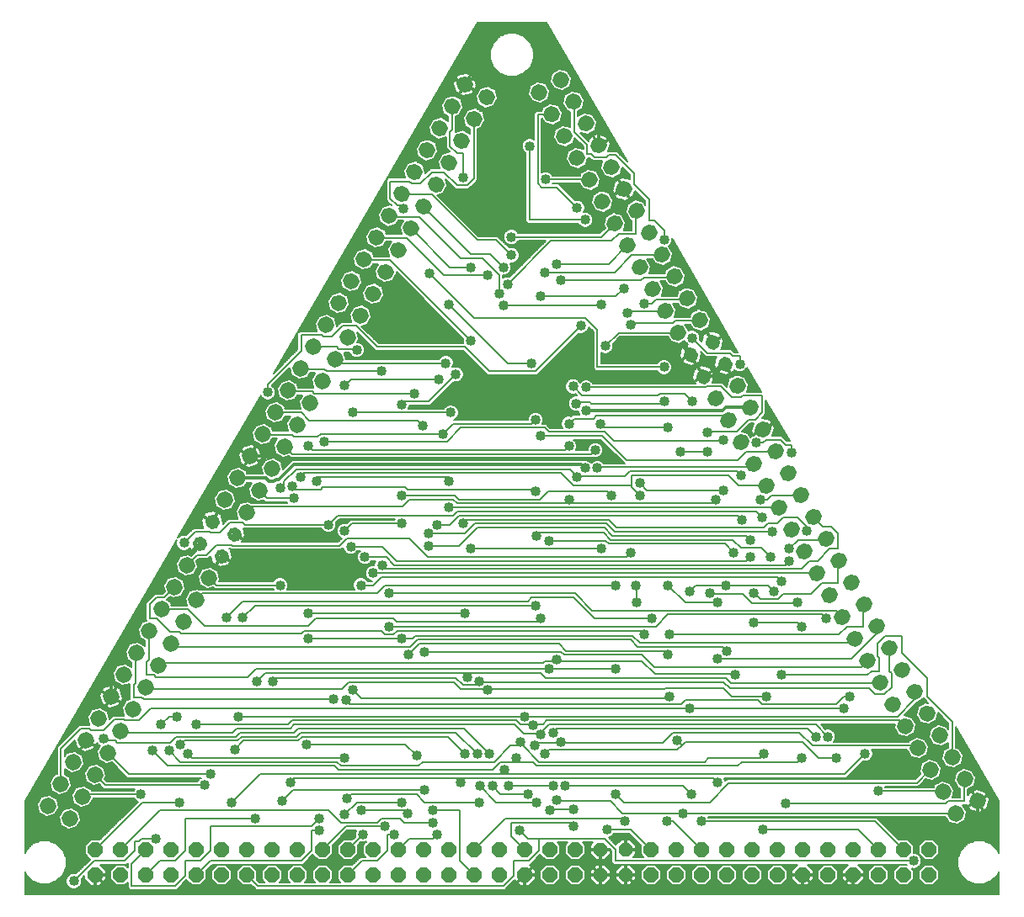
<source format=gbl>
G75*
%MOIN*%
%OFA0B0*%
%FSLAX25Y25*%
%IPPOS*%
%LPD*%
%AMOC8*
5,1,8,0,0,1.08239X$1,22.5*
%
%ADD10C,0.01200*%
%ADD11C,0.01120*%
%ADD12OC8,0.06000*%
%ADD13OC8,0.05600*%
%ADD14C,0.04000*%
%ADD15C,0.00600*%
%ADD16C,0.00800*%
D10*
X0046180Y0046636D02*
X0045580Y0046036D01*
X0045065Y0047956D01*
X0046059Y0049677D01*
X0047979Y0050192D01*
X0049700Y0049198D01*
X0050215Y0047278D01*
X0049221Y0045557D01*
X0047301Y0045042D01*
X0045580Y0046036D01*
X0046353Y0046629D01*
X0046031Y0047829D01*
X0046652Y0048904D01*
X0047852Y0049226D01*
X0048927Y0048605D01*
X0049249Y0047405D01*
X0048628Y0046330D01*
X0047428Y0046008D01*
X0046353Y0046629D01*
X0047126Y0047222D01*
X0046997Y0047702D01*
X0047245Y0048131D01*
X0047725Y0048260D01*
X0048154Y0048012D01*
X0048283Y0047532D01*
X0048035Y0047103D01*
X0047555Y0046974D01*
X0047126Y0047222D01*
X0054840Y0041636D02*
X0054240Y0041036D01*
X0053725Y0042956D01*
X0054719Y0044677D01*
X0056639Y0045192D01*
X0058360Y0044198D01*
X0058875Y0042278D01*
X0057881Y0040557D01*
X0055961Y0040042D01*
X0054240Y0041036D01*
X0055013Y0041629D01*
X0054691Y0042829D01*
X0055312Y0043904D01*
X0056512Y0044226D01*
X0057587Y0043605D01*
X0057909Y0042405D01*
X0057288Y0041330D01*
X0056088Y0041008D01*
X0055013Y0041629D01*
X0055786Y0042222D01*
X0055657Y0042702D01*
X0055905Y0043131D01*
X0056385Y0043260D01*
X0056814Y0043012D01*
X0056943Y0042532D01*
X0056695Y0042103D01*
X0056215Y0041974D01*
X0055786Y0042222D01*
X0059840Y0050296D02*
X0059240Y0049696D01*
X0058725Y0051616D01*
X0059719Y0053337D01*
X0061639Y0053852D01*
X0063360Y0052858D01*
X0063875Y0050938D01*
X0062881Y0049217D01*
X0060961Y0048702D01*
X0059240Y0049696D01*
X0060013Y0050289D01*
X0059691Y0051489D01*
X0060312Y0052564D01*
X0061512Y0052886D01*
X0062587Y0052265D01*
X0062909Y0051065D01*
X0062288Y0049990D01*
X0061088Y0049668D01*
X0060013Y0050289D01*
X0060786Y0050882D01*
X0060657Y0051362D01*
X0060905Y0051791D01*
X0061385Y0051920D01*
X0061814Y0051672D01*
X0061943Y0051192D01*
X0061695Y0050763D01*
X0061215Y0050634D01*
X0060786Y0050882D01*
X0051180Y0055296D02*
X0050580Y0054696D01*
X0050065Y0056616D01*
X0051059Y0058337D01*
X0052979Y0058852D01*
X0054700Y0057858D01*
X0055215Y0055938D01*
X0054221Y0054217D01*
X0052301Y0053702D01*
X0050580Y0054696D01*
X0051353Y0055289D01*
X0051031Y0056489D01*
X0051652Y0057564D01*
X0052852Y0057886D01*
X0053927Y0057265D01*
X0054249Y0056065D01*
X0053628Y0054990D01*
X0052428Y0054668D01*
X0051353Y0055289D01*
X0052126Y0055882D01*
X0051997Y0056362D01*
X0052245Y0056791D01*
X0052725Y0056920D01*
X0053154Y0056672D01*
X0053283Y0056192D01*
X0053035Y0055763D01*
X0052555Y0055634D01*
X0052126Y0055882D01*
X0056180Y0063956D02*
X0055580Y0063356D01*
X0055065Y0065276D01*
X0056059Y0066997D01*
X0057979Y0067512D01*
X0059700Y0066518D01*
X0060215Y0064598D01*
X0059221Y0062877D01*
X0057301Y0062362D01*
X0055580Y0063356D01*
X0056353Y0063949D01*
X0056031Y0065149D01*
X0056652Y0066224D01*
X0057852Y0066546D01*
X0058927Y0065925D01*
X0059249Y0064725D01*
X0058628Y0063650D01*
X0057428Y0063328D01*
X0056353Y0063949D01*
X0057126Y0064542D01*
X0056997Y0065022D01*
X0057245Y0065451D01*
X0057725Y0065580D01*
X0058154Y0065332D01*
X0058283Y0064852D01*
X0058035Y0064423D01*
X0057555Y0064294D01*
X0057126Y0064542D01*
X0064840Y0058956D02*
X0064240Y0058356D01*
X0063725Y0060276D01*
X0064719Y0061997D01*
X0066639Y0062512D01*
X0068360Y0061518D01*
X0068875Y0059598D01*
X0067881Y0057877D01*
X0065961Y0057362D01*
X0064240Y0058356D01*
X0065013Y0058949D01*
X0064691Y0060149D01*
X0065312Y0061224D01*
X0066512Y0061546D01*
X0067587Y0060925D01*
X0067909Y0059725D01*
X0067288Y0058650D01*
X0066088Y0058328D01*
X0065013Y0058949D01*
X0065786Y0059542D01*
X0065657Y0060022D01*
X0065905Y0060451D01*
X0066385Y0060580D01*
X0066814Y0060332D01*
X0066943Y0059852D01*
X0066695Y0059423D01*
X0066215Y0059294D01*
X0065786Y0059542D01*
X0069840Y0067616D02*
X0069240Y0067016D01*
X0068725Y0068936D01*
X0069719Y0070657D01*
X0071639Y0071172D01*
X0073360Y0070178D01*
X0073875Y0068258D01*
X0072881Y0066537D01*
X0070961Y0066022D01*
X0069240Y0067016D01*
X0070013Y0067609D01*
X0069691Y0068809D01*
X0070312Y0069884D01*
X0071512Y0070206D01*
X0072587Y0069585D01*
X0072909Y0068385D01*
X0072288Y0067310D01*
X0071088Y0066988D01*
X0070013Y0067609D01*
X0070786Y0068202D01*
X0070657Y0068682D01*
X0070905Y0069111D01*
X0071385Y0069240D01*
X0071814Y0068992D01*
X0071943Y0068512D01*
X0071695Y0068083D01*
X0071215Y0067954D01*
X0070786Y0068202D01*
X0061180Y0072616D02*
X0060580Y0072016D01*
X0060065Y0073936D01*
X0061059Y0075657D01*
X0062979Y0076172D01*
X0064700Y0075178D01*
X0065215Y0073258D01*
X0064221Y0071537D01*
X0062301Y0071022D01*
X0060580Y0072016D01*
X0061353Y0072609D01*
X0061031Y0073809D01*
X0061652Y0074884D01*
X0062852Y0075206D01*
X0063927Y0074585D01*
X0064249Y0073385D01*
X0063628Y0072310D01*
X0062428Y0071988D01*
X0061353Y0072609D01*
X0062126Y0073202D01*
X0061997Y0073682D01*
X0062245Y0074111D01*
X0062725Y0074240D01*
X0063154Y0073992D01*
X0063283Y0073512D01*
X0063035Y0073083D01*
X0062555Y0072954D01*
X0062126Y0073202D01*
X0066180Y0081277D02*
X0065580Y0080677D01*
X0065065Y0082597D01*
X0066059Y0084318D01*
X0067979Y0084833D01*
X0069700Y0083839D01*
X0070215Y0081919D01*
X0069221Y0080198D01*
X0067301Y0079683D01*
X0065580Y0080677D01*
X0066353Y0081270D01*
X0066031Y0082470D01*
X0066652Y0083545D01*
X0067852Y0083867D01*
X0068927Y0083246D01*
X0069249Y0082046D01*
X0068628Y0080971D01*
X0067428Y0080649D01*
X0066353Y0081270D01*
X0067126Y0081863D01*
X0066997Y0082343D01*
X0067245Y0082772D01*
X0067725Y0082901D01*
X0068154Y0082653D01*
X0068283Y0082173D01*
X0068035Y0081744D01*
X0067555Y0081615D01*
X0067126Y0081863D01*
X0074840Y0076277D02*
X0074240Y0075677D01*
X0073725Y0077597D01*
X0074719Y0079318D01*
X0076639Y0079833D01*
X0078360Y0078839D01*
X0078875Y0076919D01*
X0077881Y0075198D01*
X0075961Y0074683D01*
X0074240Y0075677D01*
X0075013Y0076270D01*
X0074691Y0077470D01*
X0075312Y0078545D01*
X0076512Y0078867D01*
X0077587Y0078246D01*
X0077909Y0077046D01*
X0077288Y0075971D01*
X0076088Y0075649D01*
X0075013Y0076270D01*
X0075786Y0076863D01*
X0075657Y0077343D01*
X0075905Y0077772D01*
X0076385Y0077901D01*
X0076814Y0077653D01*
X0076943Y0077173D01*
X0076695Y0076744D01*
X0076215Y0076615D01*
X0075786Y0076863D01*
X0079840Y0084937D02*
X0079240Y0084337D01*
X0078725Y0086257D01*
X0079719Y0087978D01*
X0081639Y0088493D01*
X0083360Y0087499D01*
X0083875Y0085579D01*
X0082881Y0083858D01*
X0080961Y0083343D01*
X0079240Y0084337D01*
X0080013Y0084930D01*
X0079691Y0086130D01*
X0080312Y0087205D01*
X0081512Y0087527D01*
X0082587Y0086906D01*
X0082909Y0085706D01*
X0082288Y0084631D01*
X0081088Y0084309D01*
X0080013Y0084930D01*
X0080786Y0085523D01*
X0080657Y0086003D01*
X0080905Y0086432D01*
X0081385Y0086561D01*
X0081814Y0086313D01*
X0081943Y0085833D01*
X0081695Y0085404D01*
X0081215Y0085275D01*
X0080786Y0085523D01*
X0072700Y0091000D02*
X0072640Y0090918D01*
X0071180Y0089937D02*
X0070580Y0089337D01*
X0070065Y0091257D01*
X0071059Y0092978D01*
X0072979Y0093493D01*
X0074700Y0092499D01*
X0075215Y0090579D01*
X0074221Y0088858D01*
X0072301Y0088343D01*
X0070580Y0089337D01*
X0071353Y0089930D01*
X0071031Y0091130D01*
X0071652Y0092205D01*
X0072852Y0092527D01*
X0073927Y0091906D01*
X0074249Y0090706D01*
X0073628Y0089631D01*
X0072428Y0089309D01*
X0071353Y0089930D01*
X0072126Y0090523D01*
X0071997Y0091003D01*
X0072245Y0091432D01*
X0072725Y0091561D01*
X0073154Y0091313D01*
X0073283Y0090833D01*
X0073035Y0090404D01*
X0072555Y0090275D01*
X0072126Y0090523D01*
X0072700Y0091000D02*
X0072700Y0100200D01*
X0073100Y0100600D01*
X0073100Y0108200D01*
X0083100Y0118200D01*
X0083100Y0125400D01*
X0089500Y0131800D01*
X0089500Y0136600D01*
X0100700Y0147800D01*
X0103900Y0147800D01*
X0107500Y0151400D01*
X0107640Y0151540D01*
X0101180Y0141898D02*
X0100580Y0141298D01*
X0100065Y0143218D01*
X0101059Y0144939D01*
X0102979Y0145454D01*
X0104700Y0144460D01*
X0105215Y0142540D01*
X0104221Y0140819D01*
X0102301Y0140304D01*
X0100580Y0141298D01*
X0101353Y0141891D01*
X0101031Y0143091D01*
X0101652Y0144166D01*
X0102852Y0144488D01*
X0103927Y0143867D01*
X0104249Y0142667D01*
X0103628Y0141592D01*
X0102428Y0141270D01*
X0101353Y0141891D01*
X0102126Y0142484D01*
X0101997Y0142964D01*
X0102245Y0143393D01*
X0102725Y0143522D01*
X0103154Y0143274D01*
X0103283Y0142794D01*
X0103035Y0142365D01*
X0102555Y0142236D01*
X0102126Y0142484D01*
X0096180Y0133238D02*
X0095580Y0132638D01*
X0095065Y0134558D01*
X0096059Y0136279D01*
X0097979Y0136794D01*
X0099700Y0135800D01*
X0100215Y0133880D01*
X0099221Y0132159D01*
X0097301Y0131644D01*
X0095580Y0132638D01*
X0096353Y0133231D01*
X0096031Y0134431D01*
X0096652Y0135506D01*
X0097852Y0135828D01*
X0098927Y0135207D01*
X0099249Y0134007D01*
X0098628Y0132932D01*
X0097428Y0132610D01*
X0096353Y0133231D01*
X0097126Y0133824D01*
X0096997Y0134304D01*
X0097245Y0134733D01*
X0097725Y0134862D01*
X0098154Y0134614D01*
X0098283Y0134134D01*
X0098035Y0133705D01*
X0097555Y0133576D01*
X0097126Y0133824D01*
X0091180Y0124578D02*
X0090580Y0123978D01*
X0090065Y0125898D01*
X0091059Y0127619D01*
X0092979Y0128134D01*
X0094700Y0127140D01*
X0095215Y0125220D01*
X0094221Y0123499D01*
X0092301Y0122984D01*
X0090580Y0123978D01*
X0091353Y0124571D01*
X0091031Y0125771D01*
X0091652Y0126846D01*
X0092852Y0127168D01*
X0093927Y0126547D01*
X0094249Y0125347D01*
X0093628Y0124272D01*
X0092428Y0123950D01*
X0091353Y0124571D01*
X0092126Y0125164D01*
X0091997Y0125644D01*
X0092245Y0126073D01*
X0092725Y0126202D01*
X0093154Y0125954D01*
X0093283Y0125474D01*
X0093035Y0125045D01*
X0092555Y0124916D01*
X0092126Y0125164D01*
X0086180Y0115918D02*
X0085580Y0115318D01*
X0085065Y0117238D01*
X0086059Y0118959D01*
X0087979Y0119474D01*
X0089700Y0118480D01*
X0090215Y0116560D01*
X0089221Y0114839D01*
X0087301Y0114324D01*
X0085580Y0115318D01*
X0086353Y0115911D01*
X0086031Y0117111D01*
X0086652Y0118186D01*
X0087852Y0118508D01*
X0088927Y0117887D01*
X0089249Y0116687D01*
X0088628Y0115612D01*
X0087428Y0115290D01*
X0086353Y0115911D01*
X0087126Y0116504D01*
X0086997Y0116984D01*
X0087245Y0117413D01*
X0087725Y0117542D01*
X0088154Y0117294D01*
X0088283Y0116814D01*
X0088035Y0116385D01*
X0087555Y0116256D01*
X0087126Y0116504D01*
X0081180Y0107257D02*
X0080580Y0106657D01*
X0080065Y0108577D01*
X0081059Y0110298D01*
X0082979Y0110813D01*
X0084700Y0109819D01*
X0085215Y0107899D01*
X0084221Y0106178D01*
X0082301Y0105663D01*
X0080580Y0106657D01*
X0081353Y0107250D01*
X0081031Y0108450D01*
X0081652Y0109525D01*
X0082852Y0109847D01*
X0083927Y0109226D01*
X0084249Y0108026D01*
X0083628Y0106951D01*
X0082428Y0106629D01*
X0081353Y0107250D01*
X0082126Y0107843D01*
X0081997Y0108323D01*
X0082245Y0108752D01*
X0082725Y0108881D01*
X0083154Y0108633D01*
X0083283Y0108153D01*
X0083035Y0107724D01*
X0082555Y0107595D01*
X0082126Y0107843D01*
X0076180Y0098597D02*
X0075580Y0097997D01*
X0075065Y0099917D01*
X0076059Y0101638D01*
X0077979Y0102153D01*
X0079700Y0101159D01*
X0080215Y0099239D01*
X0079221Y0097518D01*
X0077301Y0097003D01*
X0075580Y0097997D01*
X0076353Y0098590D01*
X0076031Y0099790D01*
X0076652Y0100865D01*
X0077852Y0101187D01*
X0078927Y0100566D01*
X0079249Y0099366D01*
X0078628Y0098291D01*
X0077428Y0097969D01*
X0076353Y0098590D01*
X0077126Y0099183D01*
X0076997Y0099663D01*
X0077245Y0100092D01*
X0077725Y0100221D01*
X0078154Y0099973D01*
X0078283Y0099493D01*
X0078035Y0099064D01*
X0077555Y0098935D01*
X0077126Y0099183D01*
X0084840Y0093597D02*
X0084240Y0092997D01*
X0083725Y0094917D01*
X0084719Y0096638D01*
X0086639Y0097153D01*
X0088360Y0096159D01*
X0088875Y0094239D01*
X0087881Y0092518D01*
X0085961Y0092003D01*
X0084240Y0092997D01*
X0085013Y0093590D01*
X0084691Y0094790D01*
X0085312Y0095865D01*
X0086512Y0096187D01*
X0087587Y0095566D01*
X0087909Y0094366D01*
X0087288Y0093291D01*
X0086088Y0092969D01*
X0085013Y0093590D01*
X0085786Y0094183D01*
X0085657Y0094663D01*
X0085905Y0095092D01*
X0086385Y0095221D01*
X0086814Y0094973D01*
X0086943Y0094493D01*
X0086695Y0094064D01*
X0086215Y0093935D01*
X0085786Y0094183D01*
X0089840Y0102257D02*
X0089240Y0101657D01*
X0088725Y0103577D01*
X0089719Y0105298D01*
X0091639Y0105813D01*
X0093360Y0104819D01*
X0093875Y0102899D01*
X0092881Y0101178D01*
X0090961Y0100663D01*
X0089240Y0101657D01*
X0090013Y0102250D01*
X0089691Y0103450D01*
X0090312Y0104525D01*
X0091512Y0104847D01*
X0092587Y0104226D01*
X0092909Y0103026D01*
X0092288Y0101951D01*
X0091088Y0101629D01*
X0090013Y0102250D01*
X0090786Y0102843D01*
X0090657Y0103323D01*
X0090905Y0103752D01*
X0091385Y0103881D01*
X0091814Y0103633D01*
X0091943Y0103153D01*
X0091695Y0102724D01*
X0091215Y0102595D01*
X0090786Y0102843D01*
X0094840Y0110918D02*
X0094240Y0110318D01*
X0093725Y0112238D01*
X0094719Y0113959D01*
X0096639Y0114474D01*
X0098360Y0113480D01*
X0098875Y0111560D01*
X0097881Y0109839D01*
X0095961Y0109324D01*
X0094240Y0110318D01*
X0095013Y0110911D01*
X0094691Y0112111D01*
X0095312Y0113186D01*
X0096512Y0113508D01*
X0097587Y0112887D01*
X0097909Y0111687D01*
X0097288Y0110612D01*
X0096088Y0110290D01*
X0095013Y0110911D01*
X0095786Y0111504D01*
X0095657Y0111984D01*
X0095905Y0112413D01*
X0096385Y0112542D01*
X0096814Y0112294D01*
X0096943Y0111814D01*
X0096695Y0111385D01*
X0096215Y0111256D01*
X0095786Y0111504D01*
X0099840Y0119578D02*
X0099240Y0118978D01*
X0098725Y0120898D01*
X0099719Y0122619D01*
X0101639Y0123134D01*
X0103360Y0122140D01*
X0103875Y0120220D01*
X0102881Y0118499D01*
X0100961Y0117984D01*
X0099240Y0118978D01*
X0100013Y0119571D01*
X0099691Y0120771D01*
X0100312Y0121846D01*
X0101512Y0122168D01*
X0102587Y0121547D01*
X0102909Y0120347D01*
X0102288Y0119272D01*
X0101088Y0118950D01*
X0100013Y0119571D01*
X0100786Y0120164D01*
X0100657Y0120644D01*
X0100905Y0121073D01*
X0101385Y0121202D01*
X0101814Y0120954D01*
X0101943Y0120474D01*
X0101695Y0120045D01*
X0101215Y0119916D01*
X0100786Y0120164D01*
X0104840Y0128238D02*
X0104240Y0127638D01*
X0103725Y0129558D01*
X0104719Y0131279D01*
X0106639Y0131794D01*
X0108360Y0130800D01*
X0108875Y0128880D01*
X0107881Y0127159D01*
X0105961Y0126644D01*
X0104240Y0127638D01*
X0105013Y0128231D01*
X0104691Y0129431D01*
X0105312Y0130506D01*
X0106512Y0130828D01*
X0107587Y0130207D01*
X0107909Y0129007D01*
X0107288Y0127932D01*
X0106088Y0127610D01*
X0105013Y0128231D01*
X0105786Y0128824D01*
X0105657Y0129304D01*
X0105905Y0129733D01*
X0106385Y0129862D01*
X0106814Y0129614D01*
X0106943Y0129134D01*
X0106695Y0128705D01*
X0106215Y0128576D01*
X0105786Y0128824D01*
X0109840Y0136898D02*
X0109240Y0136298D01*
X0108725Y0138218D01*
X0109719Y0139939D01*
X0111639Y0140454D01*
X0113360Y0139460D01*
X0113875Y0137540D01*
X0112881Y0135819D01*
X0110961Y0135304D01*
X0109240Y0136298D01*
X0110013Y0136891D01*
X0109691Y0138091D01*
X0110312Y0139166D01*
X0111512Y0139488D01*
X0112587Y0138867D01*
X0112909Y0137667D01*
X0112288Y0136592D01*
X0111088Y0136270D01*
X0110013Y0136891D01*
X0110786Y0137484D01*
X0110657Y0137964D01*
X0110905Y0138393D01*
X0111385Y0138522D01*
X0111814Y0138274D01*
X0111943Y0137794D01*
X0111695Y0137365D01*
X0111215Y0137236D01*
X0110786Y0137484D01*
X0124840Y0162879D02*
X0124240Y0162279D01*
X0123725Y0164199D01*
X0124719Y0165920D01*
X0126639Y0166435D01*
X0128360Y0165441D01*
X0128875Y0163521D01*
X0127881Y0161800D01*
X0125961Y0161285D01*
X0124240Y0162279D01*
X0125013Y0162872D01*
X0124691Y0164072D01*
X0125312Y0165147D01*
X0126512Y0165469D01*
X0127587Y0164848D01*
X0127909Y0163648D01*
X0127288Y0162573D01*
X0126088Y0162251D01*
X0125013Y0162872D01*
X0125786Y0163465D01*
X0125657Y0163945D01*
X0125905Y0164374D01*
X0126385Y0164503D01*
X0126814Y0164255D01*
X0126943Y0163775D01*
X0126695Y0163346D01*
X0126215Y0163217D01*
X0125786Y0163465D01*
X0116180Y0167879D02*
X0115580Y0167279D01*
X0115065Y0169199D01*
X0116059Y0170920D01*
X0117979Y0171435D01*
X0119700Y0170441D01*
X0120215Y0168521D01*
X0119221Y0166800D01*
X0117301Y0166285D01*
X0115580Y0167279D01*
X0116353Y0167872D01*
X0116031Y0169072D01*
X0116652Y0170147D01*
X0117852Y0170469D01*
X0118927Y0169848D01*
X0119249Y0168648D01*
X0118628Y0167573D01*
X0117428Y0167251D01*
X0116353Y0167872D01*
X0117126Y0168465D01*
X0116997Y0168945D01*
X0117245Y0169374D01*
X0117725Y0169503D01*
X0118154Y0169255D01*
X0118283Y0168775D01*
X0118035Y0168346D01*
X0117555Y0168217D01*
X0117126Y0168465D01*
X0122700Y0177400D02*
X0122640Y0177520D01*
X0121180Y0176539D02*
X0120580Y0175939D01*
X0120065Y0177859D01*
X0121059Y0179580D01*
X0122979Y0180095D01*
X0124700Y0179101D01*
X0125215Y0177181D01*
X0124221Y0175460D01*
X0122301Y0174945D01*
X0120580Y0175939D01*
X0121353Y0176532D01*
X0121031Y0177732D01*
X0121652Y0178807D01*
X0122852Y0179129D01*
X0123927Y0178508D01*
X0124249Y0177308D01*
X0123628Y0176233D01*
X0122428Y0175911D01*
X0121353Y0176532D01*
X0122126Y0177125D01*
X0121997Y0177605D01*
X0122245Y0178034D01*
X0122725Y0178163D01*
X0123154Y0177915D01*
X0123283Y0177435D01*
X0123035Y0177006D01*
X0122555Y0176877D01*
X0122126Y0177125D01*
X0122700Y0177400D02*
X0133900Y0177400D01*
X0135100Y0176200D01*
X0137100Y0176200D01*
X0137900Y0177000D01*
X0139100Y0177000D01*
X0145100Y0183000D01*
X0258700Y0183000D01*
X0260300Y0181400D01*
X0271500Y0185000D02*
X0138700Y0185000D01*
X0137500Y0186200D01*
X0127900Y0186200D01*
X0127640Y0186181D01*
X0126180Y0185200D02*
X0125580Y0184600D01*
X0125065Y0186520D01*
X0126059Y0188241D01*
X0127979Y0188756D01*
X0129700Y0187762D01*
X0130215Y0185842D01*
X0129221Y0184121D01*
X0127301Y0183606D01*
X0125580Y0184600D01*
X0126353Y0185193D01*
X0126031Y0186393D01*
X0126652Y0187468D01*
X0127852Y0187790D01*
X0128927Y0187169D01*
X0129249Y0185969D01*
X0128628Y0184894D01*
X0127428Y0184572D01*
X0126353Y0185193D01*
X0127126Y0185786D01*
X0126997Y0186266D01*
X0127245Y0186695D01*
X0127725Y0186824D01*
X0128154Y0186576D01*
X0128283Y0186096D01*
X0128035Y0185667D01*
X0127555Y0185538D01*
X0127126Y0185786D01*
X0134840Y0180200D02*
X0134240Y0179600D01*
X0133725Y0181520D01*
X0134719Y0183241D01*
X0136639Y0183756D01*
X0138360Y0182762D01*
X0138875Y0180842D01*
X0137881Y0179121D01*
X0135961Y0178606D01*
X0134240Y0179600D01*
X0135013Y0180193D01*
X0134691Y0181393D01*
X0135312Y0182468D01*
X0136512Y0182790D01*
X0137587Y0182169D01*
X0137909Y0180969D01*
X0137288Y0179894D01*
X0136088Y0179572D01*
X0135013Y0180193D01*
X0135786Y0180786D01*
X0135657Y0181266D01*
X0135905Y0181695D01*
X0136385Y0181824D01*
X0136814Y0181576D01*
X0136943Y0181096D01*
X0136695Y0180667D01*
X0136215Y0180538D01*
X0135786Y0180786D01*
X0129840Y0171539D02*
X0129240Y0170939D01*
X0128725Y0172859D01*
X0129719Y0174580D01*
X0131639Y0175095D01*
X0133360Y0174101D01*
X0133875Y0172181D01*
X0132881Y0170460D01*
X0130961Y0169945D01*
X0129240Y0170939D01*
X0130013Y0171532D01*
X0129691Y0172732D01*
X0130312Y0173807D01*
X0131512Y0174129D01*
X0132587Y0173508D01*
X0132909Y0172308D01*
X0132288Y0171233D01*
X0131088Y0170911D01*
X0130013Y0171532D01*
X0130786Y0172125D01*
X0130657Y0172605D01*
X0130905Y0173034D01*
X0131385Y0173163D01*
X0131814Y0172915D01*
X0131943Y0172435D01*
X0131695Y0172006D01*
X0131215Y0171877D01*
X0130786Y0172125D01*
X0139840Y0188860D02*
X0139240Y0188260D01*
X0138725Y0190180D01*
X0139719Y0191901D01*
X0141639Y0192416D01*
X0143360Y0191422D01*
X0143875Y0189502D01*
X0142881Y0187781D01*
X0140961Y0187266D01*
X0139240Y0188260D01*
X0140013Y0188853D01*
X0139691Y0190053D01*
X0140312Y0191128D01*
X0141512Y0191450D01*
X0142587Y0190829D01*
X0142909Y0189629D01*
X0142288Y0188554D01*
X0141088Y0188232D01*
X0140013Y0188853D01*
X0140786Y0189446D01*
X0140657Y0189926D01*
X0140905Y0190355D01*
X0141385Y0190484D01*
X0141814Y0190236D01*
X0141943Y0189756D01*
X0141695Y0189327D01*
X0141215Y0189198D01*
X0140786Y0189446D01*
X0131180Y0193860D02*
X0130580Y0193260D01*
X0130065Y0195180D01*
X0131059Y0196901D01*
X0132979Y0197416D01*
X0134700Y0196422D01*
X0135215Y0194502D01*
X0134221Y0192781D01*
X0132301Y0192266D01*
X0130580Y0193260D01*
X0131353Y0193853D01*
X0131031Y0195053D01*
X0131652Y0196128D01*
X0132852Y0196450D01*
X0133927Y0195829D01*
X0134249Y0194629D01*
X0133628Y0193554D01*
X0132428Y0193232D01*
X0131353Y0193853D01*
X0132126Y0194446D01*
X0131997Y0194926D01*
X0132245Y0195355D01*
X0132725Y0195484D01*
X0133154Y0195236D01*
X0133283Y0194756D01*
X0133035Y0194327D01*
X0132555Y0194198D01*
X0132126Y0194446D01*
X0136180Y0202520D02*
X0135580Y0201920D01*
X0135065Y0203840D01*
X0136059Y0205561D01*
X0137979Y0206076D01*
X0139700Y0205082D01*
X0140215Y0203162D01*
X0139221Y0201441D01*
X0137301Y0200926D01*
X0135580Y0201920D01*
X0136353Y0202513D01*
X0136031Y0203713D01*
X0136652Y0204788D01*
X0137852Y0205110D01*
X0138927Y0204489D01*
X0139249Y0203289D01*
X0138628Y0202214D01*
X0137428Y0201892D01*
X0136353Y0202513D01*
X0137126Y0203106D01*
X0136997Y0203586D01*
X0137245Y0204015D01*
X0137725Y0204144D01*
X0138154Y0203896D01*
X0138283Y0203416D01*
X0138035Y0202987D01*
X0137555Y0202858D01*
X0137126Y0203106D01*
X0141180Y0211181D02*
X0140580Y0210581D01*
X0140065Y0212501D01*
X0141059Y0214222D01*
X0142979Y0214737D01*
X0144700Y0213743D01*
X0145215Y0211823D01*
X0144221Y0210102D01*
X0142301Y0209587D01*
X0140580Y0210581D01*
X0141353Y0211174D01*
X0141031Y0212374D01*
X0141652Y0213449D01*
X0142852Y0213771D01*
X0143927Y0213150D01*
X0144249Y0211950D01*
X0143628Y0210875D01*
X0142428Y0210553D01*
X0141353Y0211174D01*
X0142126Y0211767D01*
X0141997Y0212247D01*
X0142245Y0212676D01*
X0142725Y0212805D01*
X0143154Y0212557D01*
X0143283Y0212077D01*
X0143035Y0211648D01*
X0142555Y0211519D01*
X0142126Y0211767D01*
X0149840Y0206181D02*
X0149240Y0205581D01*
X0148725Y0207501D01*
X0149719Y0209222D01*
X0151639Y0209737D01*
X0153360Y0208743D01*
X0153875Y0206823D01*
X0152881Y0205102D01*
X0150961Y0204587D01*
X0149240Y0205581D01*
X0150013Y0206174D01*
X0149691Y0207374D01*
X0150312Y0208449D01*
X0151512Y0208771D01*
X0152587Y0208150D01*
X0152909Y0206950D01*
X0152288Y0205875D01*
X0151088Y0205553D01*
X0150013Y0206174D01*
X0150786Y0206767D01*
X0150657Y0207247D01*
X0150905Y0207676D01*
X0151385Y0207805D01*
X0151814Y0207557D01*
X0151943Y0207077D01*
X0151695Y0206648D01*
X0151215Y0206519D01*
X0150786Y0206767D01*
X0144840Y0197520D02*
X0144240Y0196920D01*
X0143725Y0198840D01*
X0144719Y0200561D01*
X0146639Y0201076D01*
X0148360Y0200082D01*
X0148875Y0198162D01*
X0147881Y0196441D01*
X0145961Y0195926D01*
X0144240Y0196920D01*
X0145013Y0197513D01*
X0144691Y0198713D01*
X0145312Y0199788D01*
X0146512Y0200110D01*
X0147587Y0199489D01*
X0147909Y0198289D01*
X0147288Y0197214D01*
X0146088Y0196892D01*
X0145013Y0197513D01*
X0145786Y0198106D01*
X0145657Y0198586D01*
X0145905Y0199015D01*
X0146385Y0199144D01*
X0146814Y0198896D01*
X0146943Y0198416D01*
X0146695Y0197987D01*
X0146215Y0197858D01*
X0145786Y0198106D01*
X0154840Y0214841D02*
X0154240Y0214241D01*
X0153725Y0216161D01*
X0154719Y0217882D01*
X0156639Y0218397D01*
X0158360Y0217403D01*
X0158875Y0215483D01*
X0157881Y0213762D01*
X0155961Y0213247D01*
X0154240Y0214241D01*
X0155013Y0214834D01*
X0154691Y0216034D01*
X0155312Y0217109D01*
X0156512Y0217431D01*
X0157587Y0216810D01*
X0157909Y0215610D01*
X0157288Y0214535D01*
X0156088Y0214213D01*
X0155013Y0214834D01*
X0155786Y0215427D01*
X0155657Y0215907D01*
X0155905Y0216336D01*
X0156385Y0216465D01*
X0156814Y0216217D01*
X0156943Y0215737D01*
X0156695Y0215308D01*
X0156215Y0215179D01*
X0155786Y0215427D01*
X0146180Y0219841D02*
X0145580Y0219241D01*
X0145065Y0221161D01*
X0146059Y0222882D01*
X0147979Y0223397D01*
X0149700Y0222403D01*
X0150215Y0220483D01*
X0149221Y0218762D01*
X0147301Y0218247D01*
X0145580Y0219241D01*
X0146353Y0219834D01*
X0146031Y0221034D01*
X0146652Y0222109D01*
X0147852Y0222431D01*
X0148927Y0221810D01*
X0149249Y0220610D01*
X0148628Y0219535D01*
X0147428Y0219213D01*
X0146353Y0219834D01*
X0147126Y0220427D01*
X0146997Y0220907D01*
X0147245Y0221336D01*
X0147725Y0221465D01*
X0148154Y0221217D01*
X0148283Y0220737D01*
X0148035Y0220308D01*
X0147555Y0220179D01*
X0147126Y0220427D01*
X0151180Y0228501D02*
X0150580Y0227901D01*
X0150065Y0229821D01*
X0151059Y0231542D01*
X0152979Y0232057D01*
X0154700Y0231063D01*
X0155215Y0229143D01*
X0154221Y0227422D01*
X0152301Y0226907D01*
X0150580Y0227901D01*
X0151353Y0228494D01*
X0151031Y0229694D01*
X0151652Y0230769D01*
X0152852Y0231091D01*
X0153927Y0230470D01*
X0154249Y0229270D01*
X0153628Y0228195D01*
X0152428Y0227873D01*
X0151353Y0228494D01*
X0152126Y0229087D01*
X0151997Y0229567D01*
X0152245Y0229996D01*
X0152725Y0230125D01*
X0153154Y0229877D01*
X0153283Y0229397D01*
X0153035Y0228968D01*
X0152555Y0228839D01*
X0152126Y0229087D01*
X0159840Y0223501D02*
X0159240Y0222901D01*
X0158725Y0224821D01*
X0159719Y0226542D01*
X0161639Y0227057D01*
X0163360Y0226063D01*
X0163875Y0224143D01*
X0162881Y0222422D01*
X0160961Y0221907D01*
X0159240Y0222901D01*
X0160013Y0223494D01*
X0159691Y0224694D01*
X0160312Y0225769D01*
X0161512Y0226091D01*
X0162587Y0225470D01*
X0162909Y0224270D01*
X0162288Y0223195D01*
X0161088Y0222873D01*
X0160013Y0223494D01*
X0160786Y0224087D01*
X0160657Y0224567D01*
X0160905Y0224996D01*
X0161385Y0225125D01*
X0161814Y0224877D01*
X0161943Y0224397D01*
X0161695Y0223968D01*
X0161215Y0223839D01*
X0160786Y0224087D01*
X0164840Y0232161D02*
X0164240Y0231561D01*
X0163725Y0233481D01*
X0164719Y0235202D01*
X0166639Y0235717D01*
X0168360Y0234723D01*
X0168875Y0232803D01*
X0167881Y0231082D01*
X0165961Y0230567D01*
X0164240Y0231561D01*
X0165013Y0232154D01*
X0164691Y0233354D01*
X0165312Y0234429D01*
X0166512Y0234751D01*
X0167587Y0234130D01*
X0167909Y0232930D01*
X0167288Y0231855D01*
X0166088Y0231533D01*
X0165013Y0232154D01*
X0165786Y0232747D01*
X0165657Y0233227D01*
X0165905Y0233656D01*
X0166385Y0233785D01*
X0166814Y0233537D01*
X0166943Y0233057D01*
X0166695Y0232628D01*
X0166215Y0232499D01*
X0165786Y0232747D01*
X0156180Y0237161D02*
X0155580Y0236561D01*
X0155065Y0238481D01*
X0156059Y0240202D01*
X0157979Y0240717D01*
X0159700Y0239723D01*
X0160215Y0237803D01*
X0159221Y0236082D01*
X0157301Y0235567D01*
X0155580Y0236561D01*
X0156353Y0237154D01*
X0156031Y0238354D01*
X0156652Y0239429D01*
X0157852Y0239751D01*
X0158927Y0239130D01*
X0159249Y0237930D01*
X0158628Y0236855D01*
X0157428Y0236533D01*
X0156353Y0237154D01*
X0157126Y0237747D01*
X0156997Y0238227D01*
X0157245Y0238656D01*
X0157725Y0238785D01*
X0158154Y0238537D01*
X0158283Y0238057D01*
X0158035Y0237628D01*
X0157555Y0237499D01*
X0157126Y0237747D01*
X0161180Y0245822D02*
X0160580Y0245222D01*
X0160065Y0247142D01*
X0161059Y0248863D01*
X0162979Y0249378D01*
X0164700Y0248384D01*
X0165215Y0246464D01*
X0164221Y0244743D01*
X0162301Y0244228D01*
X0160580Y0245222D01*
X0161353Y0245815D01*
X0161031Y0247015D01*
X0161652Y0248090D01*
X0162852Y0248412D01*
X0163927Y0247791D01*
X0164249Y0246591D01*
X0163628Y0245516D01*
X0162428Y0245194D01*
X0161353Y0245815D01*
X0162126Y0246408D01*
X0161997Y0246888D01*
X0162245Y0247317D01*
X0162725Y0247446D01*
X0163154Y0247198D01*
X0163283Y0246718D01*
X0163035Y0246289D01*
X0162555Y0246160D01*
X0162126Y0246408D01*
X0169840Y0240822D02*
X0169240Y0240222D01*
X0168725Y0242142D01*
X0169719Y0243863D01*
X0171639Y0244378D01*
X0173360Y0243384D01*
X0173875Y0241464D01*
X0172881Y0239743D01*
X0170961Y0239228D01*
X0169240Y0240222D01*
X0170013Y0240815D01*
X0169691Y0242015D01*
X0170312Y0243090D01*
X0171512Y0243412D01*
X0172587Y0242791D01*
X0172909Y0241591D01*
X0172288Y0240516D01*
X0171088Y0240194D01*
X0170013Y0240815D01*
X0170786Y0241408D01*
X0170657Y0241888D01*
X0170905Y0242317D01*
X0171385Y0242446D01*
X0171814Y0242198D01*
X0171943Y0241718D01*
X0171695Y0241289D01*
X0171215Y0241160D01*
X0170786Y0241408D01*
X0174840Y0249482D02*
X0174240Y0248882D01*
X0173725Y0250802D01*
X0174719Y0252523D01*
X0176639Y0253038D01*
X0178360Y0252044D01*
X0178875Y0250124D01*
X0177881Y0248403D01*
X0175961Y0247888D01*
X0174240Y0248882D01*
X0175013Y0249475D01*
X0174691Y0250675D01*
X0175312Y0251750D01*
X0176512Y0252072D01*
X0177587Y0251451D01*
X0177909Y0250251D01*
X0177288Y0249176D01*
X0176088Y0248854D01*
X0175013Y0249475D01*
X0175786Y0250068D01*
X0175657Y0250548D01*
X0175905Y0250977D01*
X0176385Y0251106D01*
X0176814Y0250858D01*
X0176943Y0250378D01*
X0176695Y0249949D01*
X0176215Y0249820D01*
X0175786Y0250068D01*
X0166180Y0254482D02*
X0165580Y0253882D01*
X0165065Y0255802D01*
X0166059Y0257523D01*
X0167979Y0258038D01*
X0169700Y0257044D01*
X0170215Y0255124D01*
X0169221Y0253403D01*
X0167301Y0252888D01*
X0165580Y0253882D01*
X0166353Y0254475D01*
X0166031Y0255675D01*
X0166652Y0256750D01*
X0167852Y0257072D01*
X0168927Y0256451D01*
X0169249Y0255251D01*
X0168628Y0254176D01*
X0167428Y0253854D01*
X0166353Y0254475D01*
X0167126Y0255068D01*
X0166997Y0255548D01*
X0167245Y0255977D01*
X0167725Y0256106D01*
X0168154Y0255858D01*
X0168283Y0255378D01*
X0168035Y0254949D01*
X0167555Y0254820D01*
X0167126Y0255068D01*
X0171180Y0263142D02*
X0170580Y0262542D01*
X0170065Y0264462D01*
X0171059Y0266183D01*
X0172979Y0266698D01*
X0174700Y0265704D01*
X0175215Y0263784D01*
X0174221Y0262063D01*
X0172301Y0261548D01*
X0170580Y0262542D01*
X0171353Y0263135D01*
X0171031Y0264335D01*
X0171652Y0265410D01*
X0172852Y0265732D01*
X0173927Y0265111D01*
X0174249Y0263911D01*
X0173628Y0262836D01*
X0172428Y0262514D01*
X0171353Y0263135D01*
X0172126Y0263728D01*
X0171997Y0264208D01*
X0172245Y0264637D01*
X0172725Y0264766D01*
X0173154Y0264518D01*
X0173283Y0264038D01*
X0173035Y0263609D01*
X0172555Y0263480D01*
X0172126Y0263728D01*
X0179840Y0258142D02*
X0179240Y0257542D01*
X0178725Y0259462D01*
X0179719Y0261183D01*
X0181639Y0261698D01*
X0183360Y0260704D01*
X0183875Y0258784D01*
X0182881Y0257063D01*
X0180961Y0256548D01*
X0179240Y0257542D01*
X0180013Y0258135D01*
X0179691Y0259335D01*
X0180312Y0260410D01*
X0181512Y0260732D01*
X0182587Y0260111D01*
X0182909Y0258911D01*
X0182288Y0257836D01*
X0181088Y0257514D01*
X0180013Y0258135D01*
X0180786Y0258728D01*
X0180657Y0259208D01*
X0180905Y0259637D01*
X0181385Y0259766D01*
X0181814Y0259518D01*
X0181943Y0259038D01*
X0181695Y0258609D01*
X0181215Y0258480D01*
X0180786Y0258728D01*
X0184840Y0266802D02*
X0184240Y0266202D01*
X0183725Y0268122D01*
X0184719Y0269843D01*
X0186639Y0270358D01*
X0188360Y0269364D01*
X0188875Y0267444D01*
X0187881Y0265723D01*
X0185961Y0265208D01*
X0184240Y0266202D01*
X0185013Y0266795D01*
X0184691Y0267995D01*
X0185312Y0269070D01*
X0186512Y0269392D01*
X0187587Y0268771D01*
X0187909Y0267571D01*
X0187288Y0266496D01*
X0186088Y0266174D01*
X0185013Y0266795D01*
X0185786Y0267388D01*
X0185657Y0267868D01*
X0185905Y0268297D01*
X0186385Y0268426D01*
X0186814Y0268178D01*
X0186943Y0267698D01*
X0186695Y0267269D01*
X0186215Y0267140D01*
X0185786Y0267388D01*
X0176180Y0271802D02*
X0175580Y0271202D01*
X0175065Y0273122D01*
X0176059Y0274843D01*
X0177979Y0275358D01*
X0179700Y0274364D01*
X0180215Y0272444D01*
X0179221Y0270723D01*
X0177301Y0270208D01*
X0175580Y0271202D01*
X0176353Y0271795D01*
X0176031Y0272995D01*
X0176652Y0274070D01*
X0177852Y0274392D01*
X0178927Y0273771D01*
X0179249Y0272571D01*
X0178628Y0271496D01*
X0177428Y0271174D01*
X0176353Y0271795D01*
X0177126Y0272388D01*
X0176997Y0272868D01*
X0177245Y0273297D01*
X0177725Y0273426D01*
X0178154Y0273178D01*
X0178283Y0272698D01*
X0178035Y0272269D01*
X0177555Y0272140D01*
X0177126Y0272388D01*
X0181180Y0280463D02*
X0180580Y0279863D01*
X0180065Y0281783D01*
X0181059Y0283504D01*
X0182979Y0284019D01*
X0184700Y0283025D01*
X0185215Y0281105D01*
X0184221Y0279384D01*
X0182301Y0278869D01*
X0180580Y0279863D01*
X0181353Y0280456D01*
X0181031Y0281656D01*
X0181652Y0282731D01*
X0182852Y0283053D01*
X0183927Y0282432D01*
X0184249Y0281232D01*
X0183628Y0280157D01*
X0182428Y0279835D01*
X0181353Y0280456D01*
X0182126Y0281049D01*
X0181997Y0281529D01*
X0182245Y0281958D01*
X0182725Y0282087D01*
X0183154Y0281839D01*
X0183283Y0281359D01*
X0183035Y0280930D01*
X0182555Y0280801D01*
X0182126Y0281049D01*
X0189840Y0275463D02*
X0189240Y0274863D01*
X0188725Y0276783D01*
X0189719Y0278504D01*
X0191639Y0279019D01*
X0193360Y0278025D01*
X0193875Y0276105D01*
X0192881Y0274384D01*
X0190961Y0273869D01*
X0189240Y0274863D01*
X0190013Y0275456D01*
X0189691Y0276656D01*
X0190312Y0277731D01*
X0191512Y0278053D01*
X0192587Y0277432D01*
X0192909Y0276232D01*
X0192288Y0275157D01*
X0191088Y0274835D01*
X0190013Y0275456D01*
X0190786Y0276049D01*
X0190657Y0276529D01*
X0190905Y0276958D01*
X0191385Y0277087D01*
X0191814Y0276839D01*
X0191943Y0276359D01*
X0191695Y0275930D01*
X0191215Y0275801D01*
X0190786Y0276049D01*
X0194840Y0284123D02*
X0194240Y0283523D01*
X0193725Y0285443D01*
X0194719Y0287164D01*
X0196639Y0287679D01*
X0198360Y0286685D01*
X0198875Y0284765D01*
X0197881Y0283044D01*
X0195961Y0282529D01*
X0194240Y0283523D01*
X0195013Y0284116D01*
X0194691Y0285316D01*
X0195312Y0286391D01*
X0196512Y0286713D01*
X0197587Y0286092D01*
X0197909Y0284892D01*
X0197288Y0283817D01*
X0196088Y0283495D01*
X0195013Y0284116D01*
X0195786Y0284709D01*
X0195657Y0285189D01*
X0195905Y0285618D01*
X0196385Y0285747D01*
X0196814Y0285499D01*
X0196943Y0285019D01*
X0196695Y0284590D01*
X0196215Y0284461D01*
X0195786Y0284709D01*
X0186180Y0289123D02*
X0185580Y0288523D01*
X0185065Y0290443D01*
X0186059Y0292164D01*
X0187979Y0292679D01*
X0189700Y0291685D01*
X0190215Y0289765D01*
X0189221Y0288044D01*
X0187301Y0287529D01*
X0185580Y0288523D01*
X0186353Y0289116D01*
X0186031Y0290316D01*
X0186652Y0291391D01*
X0187852Y0291713D01*
X0188927Y0291092D01*
X0189249Y0289892D01*
X0188628Y0288817D01*
X0187428Y0288495D01*
X0186353Y0289116D01*
X0187126Y0289709D01*
X0186997Y0290189D01*
X0187245Y0290618D01*
X0187725Y0290747D01*
X0188154Y0290499D01*
X0188283Y0290019D01*
X0188035Y0289590D01*
X0187555Y0289461D01*
X0187126Y0289709D01*
X0191180Y0297783D02*
X0190580Y0297183D01*
X0190065Y0299103D01*
X0191059Y0300824D01*
X0192979Y0301339D01*
X0194700Y0300345D01*
X0195215Y0298425D01*
X0194221Y0296704D01*
X0192301Y0296189D01*
X0190580Y0297183D01*
X0191353Y0297776D01*
X0191031Y0298976D01*
X0191652Y0300051D01*
X0192852Y0300373D01*
X0193927Y0299752D01*
X0194249Y0298552D01*
X0193628Y0297477D01*
X0192428Y0297155D01*
X0191353Y0297776D01*
X0192126Y0298369D01*
X0191997Y0298849D01*
X0192245Y0299278D01*
X0192725Y0299407D01*
X0193154Y0299159D01*
X0193283Y0298679D01*
X0193035Y0298250D01*
X0192555Y0298121D01*
X0192126Y0298369D01*
X0199840Y0292783D02*
X0199240Y0292183D01*
X0198725Y0294103D01*
X0199719Y0295824D01*
X0201639Y0296339D01*
X0203360Y0295345D01*
X0203875Y0293425D01*
X0202881Y0291704D01*
X0200961Y0291189D01*
X0199240Y0292183D01*
X0200013Y0292776D01*
X0199691Y0293976D01*
X0200312Y0295051D01*
X0201512Y0295373D01*
X0202587Y0294752D01*
X0202909Y0293552D01*
X0202288Y0292477D01*
X0201088Y0292155D01*
X0200013Y0292776D01*
X0200786Y0293369D01*
X0200657Y0293849D01*
X0200905Y0294278D01*
X0201385Y0294407D01*
X0201814Y0294159D01*
X0201943Y0293679D01*
X0201695Y0293250D01*
X0201215Y0293121D01*
X0200786Y0293369D01*
X0204840Y0301443D02*
X0204240Y0300843D01*
X0203725Y0302763D01*
X0204719Y0304484D01*
X0206639Y0304999D01*
X0208360Y0304005D01*
X0208875Y0302085D01*
X0207881Y0300364D01*
X0205961Y0299849D01*
X0204240Y0300843D01*
X0205013Y0301436D01*
X0204691Y0302636D01*
X0205312Y0303711D01*
X0206512Y0304033D01*
X0207587Y0303412D01*
X0207909Y0302212D01*
X0207288Y0301137D01*
X0206088Y0300815D01*
X0205013Y0301436D01*
X0205786Y0302029D01*
X0205657Y0302509D01*
X0205905Y0302938D01*
X0206385Y0303067D01*
X0206814Y0302819D01*
X0206943Y0302339D01*
X0206695Y0301910D01*
X0206215Y0301781D01*
X0205786Y0302029D01*
X0196180Y0306443D02*
X0195580Y0305843D01*
X0195065Y0307763D01*
X0196059Y0309484D01*
X0197979Y0309999D01*
X0199700Y0309005D01*
X0200215Y0307085D01*
X0199221Y0305364D01*
X0197301Y0304849D01*
X0195580Y0305843D01*
X0196353Y0306436D01*
X0196031Y0307636D01*
X0196652Y0308711D01*
X0197852Y0309033D01*
X0198927Y0308412D01*
X0199249Y0307212D01*
X0198628Y0306137D01*
X0197428Y0305815D01*
X0196353Y0306436D01*
X0197126Y0307029D01*
X0196997Y0307509D01*
X0197245Y0307938D01*
X0197725Y0308067D01*
X0198154Y0307819D01*
X0198283Y0307339D01*
X0198035Y0306910D01*
X0197555Y0306781D01*
X0197126Y0307029D01*
X0201180Y0315104D02*
X0200580Y0314504D01*
X0200065Y0316424D01*
X0201059Y0318145D01*
X0202979Y0318660D01*
X0204700Y0317666D01*
X0205215Y0315746D01*
X0204221Y0314025D01*
X0202301Y0313510D01*
X0200580Y0314504D01*
X0201353Y0315097D01*
X0201031Y0316297D01*
X0201652Y0317372D01*
X0202852Y0317694D01*
X0203927Y0317073D01*
X0204249Y0315873D01*
X0203628Y0314798D01*
X0202428Y0314476D01*
X0201353Y0315097D01*
X0202126Y0315690D01*
X0201997Y0316170D01*
X0202245Y0316599D01*
X0202725Y0316728D01*
X0203154Y0316480D01*
X0203283Y0316000D01*
X0203035Y0315571D01*
X0202555Y0315442D01*
X0202126Y0315690D01*
X0209840Y0310104D02*
X0209240Y0309504D01*
X0208725Y0311424D01*
X0209719Y0313145D01*
X0211639Y0313660D01*
X0213360Y0312666D01*
X0213875Y0310746D01*
X0212881Y0309025D01*
X0210961Y0308510D01*
X0209240Y0309504D01*
X0210013Y0310097D01*
X0209691Y0311297D01*
X0210312Y0312372D01*
X0211512Y0312694D01*
X0212587Y0312073D01*
X0212909Y0310873D01*
X0212288Y0309798D01*
X0211088Y0309476D01*
X0210013Y0310097D01*
X0210786Y0310690D01*
X0210657Y0311170D01*
X0210905Y0311599D01*
X0211385Y0311728D01*
X0211814Y0311480D01*
X0211943Y0311000D01*
X0211695Y0310571D01*
X0211215Y0310442D01*
X0210786Y0310690D01*
X0214840Y0318764D02*
X0214240Y0318164D01*
X0213725Y0320084D01*
X0214719Y0321805D01*
X0216639Y0322320D01*
X0218360Y0321326D01*
X0218875Y0319406D01*
X0217881Y0317685D01*
X0215961Y0317170D01*
X0214240Y0318164D01*
X0215013Y0318757D01*
X0214691Y0319957D01*
X0215312Y0321032D01*
X0216512Y0321354D01*
X0217587Y0320733D01*
X0217909Y0319533D01*
X0217288Y0318458D01*
X0216088Y0318136D01*
X0215013Y0318757D01*
X0215786Y0319350D01*
X0215657Y0319830D01*
X0215905Y0320259D01*
X0216385Y0320388D01*
X0216814Y0320140D01*
X0216943Y0319660D01*
X0216695Y0319231D01*
X0216215Y0319102D01*
X0215786Y0319350D01*
X0206180Y0323764D02*
X0205580Y0323164D01*
X0205065Y0325084D01*
X0206059Y0326805D01*
X0207979Y0327320D01*
X0209700Y0326326D01*
X0210215Y0324406D01*
X0209221Y0322685D01*
X0207301Y0322170D01*
X0205580Y0323164D01*
X0206353Y0323757D01*
X0206031Y0324957D01*
X0206652Y0326032D01*
X0207852Y0326354D01*
X0208927Y0325733D01*
X0209249Y0324533D01*
X0208628Y0323458D01*
X0207428Y0323136D01*
X0206353Y0323757D01*
X0207126Y0324350D01*
X0206997Y0324830D01*
X0207245Y0325259D01*
X0207725Y0325388D01*
X0208154Y0325140D01*
X0208283Y0324660D01*
X0208035Y0324231D01*
X0207555Y0324102D01*
X0207126Y0324350D01*
X0211180Y0332424D02*
X0210580Y0331824D01*
X0210065Y0333744D01*
X0211059Y0335465D01*
X0212979Y0335980D01*
X0214700Y0334986D01*
X0215215Y0333066D01*
X0214221Y0331345D01*
X0212301Y0330830D01*
X0210580Y0331824D01*
X0211353Y0332417D01*
X0211031Y0333617D01*
X0211652Y0334692D01*
X0212852Y0335014D01*
X0213927Y0334393D01*
X0214249Y0333193D01*
X0213628Y0332118D01*
X0212428Y0331796D01*
X0211353Y0332417D01*
X0212126Y0333010D01*
X0211997Y0333490D01*
X0212245Y0333919D01*
X0212725Y0334048D01*
X0213154Y0333800D01*
X0213283Y0333320D01*
X0213035Y0332891D01*
X0212555Y0332762D01*
X0212126Y0333010D01*
X0212640Y0333405D02*
X0212700Y0333800D01*
X0214300Y0335400D01*
X0243900Y0335400D01*
X0247500Y0331800D01*
X0247500Y0330200D01*
X0252700Y0330200D01*
X0253900Y0331400D01*
X0257900Y0331400D01*
X0262700Y0326600D01*
X0262700Y0322200D01*
X0263100Y0322200D01*
X0265500Y0319800D01*
X0265500Y0309400D01*
X0265630Y0309303D01*
X0265891Y0311278D02*
X0265291Y0311878D01*
X0267211Y0311363D01*
X0268205Y0309642D01*
X0267690Y0307722D01*
X0265969Y0306728D01*
X0264049Y0307243D01*
X0263055Y0308964D01*
X0263570Y0310884D01*
X0265291Y0311878D01*
X0265418Y0310912D01*
X0266618Y0310590D01*
X0267239Y0309515D01*
X0266917Y0308315D01*
X0265842Y0307694D01*
X0264642Y0308016D01*
X0264021Y0309091D01*
X0264343Y0310291D01*
X0265418Y0310912D01*
X0265545Y0309946D01*
X0266025Y0309817D01*
X0266273Y0309388D01*
X0266144Y0308908D01*
X0265715Y0308660D01*
X0265235Y0308789D01*
X0264987Y0309218D01*
X0265116Y0309698D01*
X0265545Y0309946D01*
X0260891Y0319938D02*
X0260291Y0320538D01*
X0262211Y0320023D01*
X0263205Y0318302D01*
X0262690Y0316382D01*
X0260969Y0315388D01*
X0259049Y0315903D01*
X0258055Y0317624D01*
X0258570Y0319544D01*
X0260291Y0320538D01*
X0260418Y0319572D01*
X0261618Y0319250D01*
X0262239Y0318175D01*
X0261917Y0316975D01*
X0260842Y0316354D01*
X0259642Y0316676D01*
X0259021Y0317751D01*
X0259343Y0318951D01*
X0260418Y0319572D01*
X0260545Y0318606D01*
X0261025Y0318477D01*
X0261273Y0318048D01*
X0261144Y0317568D01*
X0260715Y0317320D01*
X0260235Y0317449D01*
X0259987Y0317878D01*
X0260116Y0318358D01*
X0260545Y0318606D01*
X0255891Y0328598D02*
X0255291Y0329198D01*
X0257211Y0328683D01*
X0258205Y0326962D01*
X0257690Y0325042D01*
X0255969Y0324048D01*
X0254049Y0324563D01*
X0253055Y0326284D01*
X0253570Y0328204D01*
X0255291Y0329198D01*
X0255418Y0328232D01*
X0256618Y0327910D01*
X0257239Y0326835D01*
X0256917Y0325635D01*
X0255842Y0325014D01*
X0254642Y0325336D01*
X0254021Y0326411D01*
X0254343Y0327611D01*
X0255418Y0328232D01*
X0255545Y0327266D01*
X0256025Y0327137D01*
X0256273Y0326708D01*
X0256144Y0326228D01*
X0255715Y0325980D01*
X0255235Y0326109D01*
X0254987Y0326538D01*
X0255116Y0327018D01*
X0255545Y0327266D01*
X0250891Y0337258D02*
X0250291Y0337858D01*
X0252211Y0337343D01*
X0253205Y0335622D01*
X0252690Y0333702D01*
X0250969Y0332708D01*
X0249049Y0333223D01*
X0248055Y0334944D01*
X0248570Y0336864D01*
X0250291Y0337858D01*
X0250418Y0336892D01*
X0251618Y0336570D01*
X0252239Y0335495D01*
X0251917Y0334295D01*
X0250842Y0333674D01*
X0249642Y0333996D01*
X0249021Y0335071D01*
X0249343Y0336271D01*
X0250418Y0336892D01*
X0250545Y0335926D01*
X0251025Y0335797D01*
X0251273Y0335368D01*
X0251144Y0334888D01*
X0250715Y0334640D01*
X0250235Y0334769D01*
X0249987Y0335198D01*
X0250116Y0335678D01*
X0250545Y0335926D01*
X0242231Y0332258D02*
X0241631Y0332858D01*
X0243551Y0332343D01*
X0244545Y0330622D01*
X0244030Y0328702D01*
X0242309Y0327708D01*
X0240389Y0328223D01*
X0239395Y0329944D01*
X0239910Y0331864D01*
X0241631Y0332858D01*
X0241758Y0331892D01*
X0242958Y0331570D01*
X0243579Y0330495D01*
X0243257Y0329295D01*
X0242182Y0328674D01*
X0240982Y0328996D01*
X0240361Y0330071D01*
X0240683Y0331271D01*
X0241758Y0331892D01*
X0241885Y0330926D01*
X0242365Y0330797D01*
X0242613Y0330368D01*
X0242484Y0329888D01*
X0242055Y0329640D01*
X0241575Y0329769D01*
X0241327Y0330198D01*
X0241456Y0330678D01*
X0241885Y0330926D01*
X0247231Y0323598D02*
X0246631Y0324198D01*
X0248551Y0323683D01*
X0249545Y0321962D01*
X0249030Y0320042D01*
X0247309Y0319048D01*
X0245389Y0319563D01*
X0244395Y0321284D01*
X0244910Y0323204D01*
X0246631Y0324198D01*
X0246758Y0323232D01*
X0247958Y0322910D01*
X0248579Y0321835D01*
X0248257Y0320635D01*
X0247182Y0320014D01*
X0245982Y0320336D01*
X0245361Y0321411D01*
X0245683Y0322611D01*
X0246758Y0323232D01*
X0246885Y0322266D01*
X0247365Y0322137D01*
X0247613Y0321708D01*
X0247484Y0321228D01*
X0247055Y0320980D01*
X0246575Y0321109D01*
X0246327Y0321538D01*
X0246456Y0322018D01*
X0246885Y0322266D01*
X0252231Y0314938D02*
X0251631Y0315538D01*
X0253551Y0315023D01*
X0254545Y0313302D01*
X0254030Y0311382D01*
X0252309Y0310388D01*
X0250389Y0310903D01*
X0249395Y0312624D01*
X0249910Y0314544D01*
X0251631Y0315538D01*
X0251758Y0314572D01*
X0252958Y0314250D01*
X0253579Y0313175D01*
X0253257Y0311975D01*
X0252182Y0311354D01*
X0250982Y0311676D01*
X0250361Y0312751D01*
X0250683Y0313951D01*
X0251758Y0314572D01*
X0251885Y0313606D01*
X0252365Y0313477D01*
X0252613Y0313048D01*
X0252484Y0312568D01*
X0252055Y0312320D01*
X0251575Y0312449D01*
X0251327Y0312878D01*
X0251456Y0313358D01*
X0251885Y0313606D01*
X0257231Y0306278D02*
X0256631Y0306878D01*
X0258551Y0306363D01*
X0259545Y0304642D01*
X0259030Y0302722D01*
X0257309Y0301728D01*
X0255389Y0302243D01*
X0254395Y0303964D01*
X0254910Y0305884D01*
X0256631Y0306878D01*
X0256758Y0305912D01*
X0257958Y0305590D01*
X0258579Y0304515D01*
X0258257Y0303315D01*
X0257182Y0302694D01*
X0255982Y0303016D01*
X0255361Y0304091D01*
X0255683Y0305291D01*
X0256758Y0305912D01*
X0256885Y0304946D01*
X0257365Y0304817D01*
X0257613Y0304388D01*
X0257484Y0303908D01*
X0257055Y0303660D01*
X0256575Y0303789D01*
X0256327Y0304218D01*
X0256456Y0304698D01*
X0256885Y0304946D01*
X0262231Y0297617D02*
X0261631Y0298217D01*
X0263551Y0297702D01*
X0264545Y0295981D01*
X0264030Y0294061D01*
X0262309Y0293067D01*
X0260389Y0293582D01*
X0259395Y0295303D01*
X0259910Y0297223D01*
X0261631Y0298217D01*
X0261758Y0297251D01*
X0262958Y0296929D01*
X0263579Y0295854D01*
X0263257Y0294654D01*
X0262182Y0294033D01*
X0260982Y0294355D01*
X0260361Y0295430D01*
X0260683Y0296630D01*
X0261758Y0297251D01*
X0261885Y0296285D01*
X0262365Y0296156D01*
X0262613Y0295727D01*
X0262484Y0295247D01*
X0262055Y0294999D01*
X0261575Y0295128D01*
X0261327Y0295557D01*
X0261456Y0296037D01*
X0261885Y0296285D01*
X0270891Y0302617D02*
X0270291Y0303217D01*
X0272211Y0302702D01*
X0273205Y0300981D01*
X0272690Y0299061D01*
X0270969Y0298067D01*
X0269049Y0298582D01*
X0268055Y0300303D01*
X0268570Y0302223D01*
X0270291Y0303217D01*
X0270418Y0302251D01*
X0271618Y0301929D01*
X0272239Y0300854D01*
X0271917Y0299654D01*
X0270842Y0299033D01*
X0269642Y0299355D01*
X0269021Y0300430D01*
X0269343Y0301630D01*
X0270418Y0302251D01*
X0270545Y0301285D01*
X0271025Y0301156D01*
X0271273Y0300727D01*
X0271144Y0300247D01*
X0270715Y0299999D01*
X0270235Y0300128D01*
X0269987Y0300557D01*
X0270116Y0301037D01*
X0270545Y0301285D01*
X0275891Y0293957D02*
X0275291Y0294557D01*
X0277211Y0294042D01*
X0278205Y0292321D01*
X0277690Y0290401D01*
X0275969Y0289407D01*
X0274049Y0289922D01*
X0273055Y0291643D01*
X0273570Y0293563D01*
X0275291Y0294557D01*
X0275418Y0293591D01*
X0276618Y0293269D01*
X0277239Y0292194D01*
X0276917Y0290994D01*
X0275842Y0290373D01*
X0274642Y0290695D01*
X0274021Y0291770D01*
X0274343Y0292970D01*
X0275418Y0293591D01*
X0275545Y0292625D01*
X0276025Y0292496D01*
X0276273Y0292067D01*
X0276144Y0291587D01*
X0275715Y0291339D01*
X0275235Y0291468D01*
X0274987Y0291897D01*
X0275116Y0292377D01*
X0275545Y0292625D01*
X0267231Y0288957D02*
X0266631Y0289557D01*
X0268551Y0289042D01*
X0269545Y0287321D01*
X0269030Y0285401D01*
X0267309Y0284407D01*
X0265389Y0284922D01*
X0264395Y0286643D01*
X0264910Y0288563D01*
X0266631Y0289557D01*
X0266758Y0288591D01*
X0267958Y0288269D01*
X0268579Y0287194D01*
X0268257Y0285994D01*
X0267182Y0285373D01*
X0265982Y0285695D01*
X0265361Y0286770D01*
X0265683Y0287970D01*
X0266758Y0288591D01*
X0266885Y0287625D01*
X0267365Y0287496D01*
X0267613Y0287067D01*
X0267484Y0286587D01*
X0267055Y0286339D01*
X0266575Y0286468D01*
X0266327Y0286897D01*
X0266456Y0287377D01*
X0266885Y0287625D01*
X0272231Y0280297D02*
X0271631Y0280897D01*
X0273551Y0280382D01*
X0274545Y0278661D01*
X0274030Y0276741D01*
X0272309Y0275747D01*
X0270389Y0276262D01*
X0269395Y0277983D01*
X0269910Y0279903D01*
X0271631Y0280897D01*
X0271758Y0279931D01*
X0272958Y0279609D01*
X0273579Y0278534D01*
X0273257Y0277334D01*
X0272182Y0276713D01*
X0270982Y0277035D01*
X0270361Y0278110D01*
X0270683Y0279310D01*
X0271758Y0279931D01*
X0271885Y0278965D01*
X0272365Y0278836D01*
X0272613Y0278407D01*
X0272484Y0277927D01*
X0272055Y0277679D01*
X0271575Y0277808D01*
X0271327Y0278237D01*
X0271456Y0278717D01*
X0271885Y0278965D01*
X0280891Y0285297D02*
X0280291Y0285897D01*
X0282211Y0285382D01*
X0283205Y0283661D01*
X0282690Y0281741D01*
X0280969Y0280747D01*
X0279049Y0281262D01*
X0278055Y0282983D01*
X0278570Y0284903D01*
X0280291Y0285897D01*
X0280418Y0284931D01*
X0281618Y0284609D01*
X0282239Y0283534D01*
X0281917Y0282334D01*
X0280842Y0281713D01*
X0279642Y0282035D01*
X0279021Y0283110D01*
X0279343Y0284310D01*
X0280418Y0284931D01*
X0280545Y0283965D01*
X0281025Y0283836D01*
X0281273Y0283407D01*
X0281144Y0282927D01*
X0280715Y0282679D01*
X0280235Y0282808D01*
X0279987Y0283237D01*
X0280116Y0283717D01*
X0280545Y0283965D01*
X0285891Y0276637D02*
X0285291Y0277237D01*
X0287211Y0276722D01*
X0288205Y0275001D01*
X0287690Y0273081D01*
X0285969Y0272087D01*
X0284049Y0272602D01*
X0283055Y0274323D01*
X0283570Y0276243D01*
X0285291Y0277237D01*
X0285418Y0276271D01*
X0286618Y0275949D01*
X0287239Y0274874D01*
X0286917Y0273674D01*
X0285842Y0273053D01*
X0284642Y0273375D01*
X0284021Y0274450D01*
X0284343Y0275650D01*
X0285418Y0276271D01*
X0285545Y0275305D01*
X0286025Y0275176D01*
X0286273Y0274747D01*
X0286144Y0274267D01*
X0285715Y0274019D01*
X0285235Y0274148D01*
X0284987Y0274577D01*
X0285116Y0275057D01*
X0285545Y0275305D01*
X0277231Y0271637D02*
X0276631Y0272237D01*
X0278551Y0271722D01*
X0279545Y0270001D01*
X0279030Y0268081D01*
X0277309Y0267087D01*
X0275389Y0267602D01*
X0274395Y0269323D01*
X0274910Y0271243D01*
X0276631Y0272237D01*
X0276758Y0271271D01*
X0277958Y0270949D01*
X0278579Y0269874D01*
X0278257Y0268674D01*
X0277182Y0268053D01*
X0275982Y0268375D01*
X0275361Y0269450D01*
X0275683Y0270650D01*
X0276758Y0271271D01*
X0276885Y0270305D01*
X0277365Y0270176D01*
X0277613Y0269747D01*
X0277484Y0269267D01*
X0277055Y0269019D01*
X0276575Y0269148D01*
X0276327Y0269577D01*
X0276456Y0270057D01*
X0276885Y0270305D01*
X0282231Y0262976D02*
X0281631Y0263576D01*
X0283551Y0263061D01*
X0284545Y0261340D01*
X0284030Y0259420D01*
X0282309Y0258426D01*
X0280389Y0258941D01*
X0279395Y0260662D01*
X0279910Y0262582D01*
X0281631Y0263576D01*
X0281758Y0262610D01*
X0282958Y0262288D01*
X0283579Y0261213D01*
X0283257Y0260013D01*
X0282182Y0259392D01*
X0280982Y0259714D01*
X0280361Y0260789D01*
X0280683Y0261989D01*
X0281758Y0262610D01*
X0281885Y0261644D01*
X0282365Y0261515D01*
X0282613Y0261086D01*
X0282484Y0260606D01*
X0282055Y0260358D01*
X0281575Y0260487D01*
X0281327Y0260916D01*
X0281456Y0261396D01*
X0281885Y0261644D01*
X0290891Y0267976D02*
X0290291Y0268576D01*
X0292211Y0268061D01*
X0293205Y0266340D01*
X0292690Y0264420D01*
X0290969Y0263426D01*
X0289049Y0263941D01*
X0288055Y0265662D01*
X0288570Y0267582D01*
X0290291Y0268576D01*
X0290418Y0267610D01*
X0291618Y0267288D01*
X0292239Y0266213D01*
X0291917Y0265013D01*
X0290842Y0264392D01*
X0289642Y0264714D01*
X0289021Y0265789D01*
X0289343Y0266989D01*
X0290418Y0267610D01*
X0290545Y0266644D01*
X0291025Y0266515D01*
X0291273Y0266086D01*
X0291144Y0265606D01*
X0290715Y0265358D01*
X0290235Y0265487D01*
X0289987Y0265916D01*
X0290116Y0266396D01*
X0290545Y0266644D01*
X0295891Y0259316D02*
X0295291Y0259916D01*
X0297211Y0259401D01*
X0298205Y0257680D01*
X0297690Y0255760D01*
X0295969Y0254766D01*
X0294049Y0255281D01*
X0293055Y0257002D01*
X0293570Y0258922D01*
X0295291Y0259916D01*
X0295418Y0258950D01*
X0296618Y0258628D01*
X0297239Y0257553D01*
X0296917Y0256353D01*
X0295842Y0255732D01*
X0294642Y0256054D01*
X0294021Y0257129D01*
X0294343Y0258329D01*
X0295418Y0258950D01*
X0295545Y0257984D01*
X0296025Y0257855D01*
X0296273Y0257426D01*
X0296144Y0256946D01*
X0295715Y0256698D01*
X0295235Y0256827D01*
X0294987Y0257256D01*
X0295116Y0257736D01*
X0295545Y0257984D01*
X0287231Y0254316D02*
X0286631Y0254916D01*
X0288551Y0254401D01*
X0289545Y0252680D01*
X0289030Y0250760D01*
X0287309Y0249766D01*
X0285389Y0250281D01*
X0284395Y0252002D01*
X0284910Y0253922D01*
X0286631Y0254916D01*
X0286758Y0253950D01*
X0287958Y0253628D01*
X0288579Y0252553D01*
X0288257Y0251353D01*
X0287182Y0250732D01*
X0285982Y0251054D01*
X0285361Y0252129D01*
X0285683Y0253329D01*
X0286758Y0253950D01*
X0286885Y0252984D01*
X0287365Y0252855D01*
X0287613Y0252426D01*
X0287484Y0251946D01*
X0287055Y0251698D01*
X0286575Y0251827D01*
X0286327Y0252256D01*
X0286456Y0252736D01*
X0286885Y0252984D01*
X0292231Y0245656D02*
X0291631Y0246256D01*
X0293551Y0245741D01*
X0294545Y0244020D01*
X0294030Y0242100D01*
X0292309Y0241106D01*
X0290389Y0241621D01*
X0289395Y0243342D01*
X0289910Y0245262D01*
X0291631Y0246256D01*
X0291758Y0245290D01*
X0292958Y0244968D01*
X0293579Y0243893D01*
X0293257Y0242693D01*
X0292182Y0242072D01*
X0290982Y0242394D01*
X0290361Y0243469D01*
X0290683Y0244669D01*
X0291758Y0245290D01*
X0291885Y0244324D01*
X0292365Y0244195D01*
X0292613Y0243766D01*
X0292484Y0243286D01*
X0292055Y0243038D01*
X0291575Y0243167D01*
X0291327Y0243596D01*
X0291456Y0244076D01*
X0291885Y0244324D01*
X0300891Y0250656D02*
X0300291Y0251256D01*
X0302211Y0250741D01*
X0303205Y0249020D01*
X0302690Y0247100D01*
X0300969Y0246106D01*
X0299049Y0246621D01*
X0298055Y0248342D01*
X0298570Y0250262D01*
X0300291Y0251256D01*
X0300418Y0250290D01*
X0301618Y0249968D01*
X0302239Y0248893D01*
X0301917Y0247693D01*
X0300842Y0247072D01*
X0299642Y0247394D01*
X0299021Y0248469D01*
X0299343Y0249669D01*
X0300418Y0250290D01*
X0300545Y0249324D01*
X0301025Y0249195D01*
X0301273Y0248766D01*
X0301144Y0248286D01*
X0300715Y0248038D01*
X0300235Y0248167D01*
X0299987Y0248596D01*
X0300116Y0249076D01*
X0300545Y0249324D01*
X0305891Y0241995D02*
X0305291Y0242595D01*
X0307211Y0242080D01*
X0308205Y0240359D01*
X0307690Y0238439D01*
X0305969Y0237445D01*
X0304049Y0237960D01*
X0303055Y0239681D01*
X0303570Y0241601D01*
X0305291Y0242595D01*
X0305418Y0241629D01*
X0306618Y0241307D01*
X0307239Y0240232D01*
X0306917Y0239032D01*
X0305842Y0238411D01*
X0304642Y0238733D01*
X0304021Y0239808D01*
X0304343Y0241008D01*
X0305418Y0241629D01*
X0305545Y0240663D01*
X0306025Y0240534D01*
X0306273Y0240105D01*
X0306144Y0239625D01*
X0305715Y0239377D01*
X0305235Y0239506D01*
X0304987Y0239935D01*
X0305116Y0240415D01*
X0305545Y0240663D01*
X0297231Y0236995D02*
X0296631Y0237595D01*
X0298551Y0237080D01*
X0299545Y0235359D01*
X0299030Y0233439D01*
X0297309Y0232445D01*
X0295389Y0232960D01*
X0294395Y0234681D01*
X0294910Y0236601D01*
X0296631Y0237595D01*
X0296758Y0236629D01*
X0297958Y0236307D01*
X0298579Y0235232D01*
X0298257Y0234032D01*
X0297182Y0233411D01*
X0295982Y0233733D01*
X0295361Y0234808D01*
X0295683Y0236008D01*
X0296758Y0236629D01*
X0296885Y0235663D01*
X0297365Y0235534D01*
X0297613Y0235105D01*
X0297484Y0234625D01*
X0297055Y0234377D01*
X0296575Y0234506D01*
X0296327Y0234935D01*
X0296456Y0235415D01*
X0296885Y0235663D01*
X0298700Y0229800D02*
X0273100Y0229800D01*
X0298700Y0229800D02*
X0301900Y0226600D01*
X0301970Y0226360D01*
X0307100Y0217800D02*
X0306970Y0217700D01*
X0307100Y0217800D02*
X0310700Y0217800D01*
X0315500Y0222600D01*
X0315630Y0222700D01*
X0320891Y0216015D02*
X0320291Y0216615D01*
X0322211Y0216100D01*
X0323205Y0214379D01*
X0322690Y0212459D01*
X0320969Y0211465D01*
X0319049Y0211980D01*
X0318055Y0213701D01*
X0318570Y0215621D01*
X0320291Y0216615D01*
X0320418Y0215649D01*
X0321618Y0215327D01*
X0322239Y0214252D01*
X0321917Y0213052D01*
X0320842Y0212431D01*
X0319642Y0212753D01*
X0319021Y0213828D01*
X0319343Y0215028D01*
X0320418Y0215649D01*
X0320545Y0214683D01*
X0321025Y0214554D01*
X0321273Y0214125D01*
X0321144Y0213645D01*
X0320715Y0213397D01*
X0320235Y0213526D01*
X0319987Y0213955D01*
X0320116Y0214435D01*
X0320545Y0214683D01*
X0312231Y0211015D02*
X0311631Y0211615D01*
X0313551Y0211100D01*
X0314545Y0209379D01*
X0314030Y0207459D01*
X0312309Y0206465D01*
X0310389Y0206980D01*
X0309395Y0208701D01*
X0309910Y0210621D01*
X0311631Y0211615D01*
X0311758Y0210649D01*
X0312958Y0210327D01*
X0313579Y0209252D01*
X0313257Y0208052D01*
X0312182Y0207431D01*
X0310982Y0207753D01*
X0310361Y0208828D01*
X0310683Y0210028D01*
X0311758Y0210649D01*
X0311885Y0209683D01*
X0312365Y0209554D01*
X0312613Y0209125D01*
X0312484Y0208645D01*
X0312055Y0208397D01*
X0311575Y0208526D01*
X0311327Y0208955D01*
X0311456Y0209435D01*
X0311885Y0209683D01*
X0315900Y0205400D02*
X0325500Y0205400D01*
X0325630Y0205379D01*
X0325891Y0207354D02*
X0325291Y0207954D01*
X0327211Y0207439D01*
X0328205Y0205718D01*
X0327690Y0203798D01*
X0325969Y0202804D01*
X0324049Y0203319D01*
X0323055Y0205040D01*
X0323570Y0206960D01*
X0325291Y0207954D01*
X0325418Y0206988D01*
X0326618Y0206666D01*
X0327239Y0205591D01*
X0326917Y0204391D01*
X0325842Y0203770D01*
X0324642Y0204092D01*
X0324021Y0205167D01*
X0324343Y0206367D01*
X0325418Y0206988D01*
X0325545Y0206022D01*
X0326025Y0205893D01*
X0326273Y0205464D01*
X0326144Y0204984D01*
X0325715Y0204736D01*
X0325235Y0204865D01*
X0324987Y0205294D01*
X0325116Y0205774D01*
X0325545Y0206022D01*
X0315900Y0205400D02*
X0314700Y0204200D01*
X0260700Y0204200D01*
X0317231Y0202354D02*
X0316631Y0202954D01*
X0318551Y0202439D01*
X0319545Y0200718D01*
X0319030Y0198798D01*
X0317309Y0197804D01*
X0315389Y0198319D01*
X0314395Y0200040D01*
X0314910Y0201960D01*
X0316631Y0202954D01*
X0316758Y0201988D01*
X0317958Y0201666D01*
X0318579Y0200591D01*
X0318257Y0199391D01*
X0317182Y0198770D01*
X0315982Y0199092D01*
X0315361Y0200167D01*
X0315683Y0201367D01*
X0316758Y0201988D01*
X0316885Y0201022D01*
X0317365Y0200893D01*
X0317613Y0200464D01*
X0317484Y0199984D01*
X0317055Y0199736D01*
X0316575Y0199865D01*
X0316327Y0200294D01*
X0316456Y0200774D01*
X0316885Y0201022D01*
X0322231Y0193694D02*
X0321631Y0194294D01*
X0323551Y0193779D01*
X0324545Y0192058D01*
X0324030Y0190138D01*
X0322309Y0189144D01*
X0320389Y0189659D01*
X0319395Y0191380D01*
X0319910Y0193300D01*
X0321631Y0194294D01*
X0321758Y0193328D01*
X0322958Y0193006D01*
X0323579Y0191931D01*
X0323257Y0190731D01*
X0322182Y0190110D01*
X0320982Y0190432D01*
X0320361Y0191507D01*
X0320683Y0192707D01*
X0321758Y0193328D01*
X0321885Y0192362D01*
X0322365Y0192233D01*
X0322613Y0191804D01*
X0322484Y0191324D01*
X0322055Y0191076D01*
X0321575Y0191205D01*
X0321327Y0191634D01*
X0321456Y0192114D01*
X0321885Y0192362D01*
X0330891Y0198694D02*
X0330291Y0199294D01*
X0332211Y0198779D01*
X0333205Y0197058D01*
X0332690Y0195138D01*
X0330969Y0194144D01*
X0329049Y0194659D01*
X0328055Y0196380D01*
X0328570Y0198300D01*
X0330291Y0199294D01*
X0330418Y0198328D01*
X0331618Y0198006D01*
X0332239Y0196931D01*
X0331917Y0195731D01*
X0330842Y0195110D01*
X0329642Y0195432D01*
X0329021Y0196507D01*
X0329343Y0197707D01*
X0330418Y0198328D01*
X0330545Y0197362D01*
X0331025Y0197233D01*
X0331273Y0196804D01*
X0331144Y0196324D01*
X0330715Y0196076D01*
X0330235Y0196205D01*
X0329987Y0196634D01*
X0330116Y0197114D01*
X0330545Y0197362D01*
X0335891Y0190034D02*
X0335291Y0190634D01*
X0337211Y0190119D01*
X0338205Y0188398D01*
X0337690Y0186478D01*
X0335969Y0185484D01*
X0334049Y0185999D01*
X0333055Y0187720D01*
X0333570Y0189640D01*
X0335291Y0190634D01*
X0335418Y0189668D01*
X0336618Y0189346D01*
X0337239Y0188271D01*
X0336917Y0187071D01*
X0335842Y0186450D01*
X0334642Y0186772D01*
X0334021Y0187847D01*
X0334343Y0189047D01*
X0335418Y0189668D01*
X0335545Y0188702D01*
X0336025Y0188573D01*
X0336273Y0188144D01*
X0336144Y0187664D01*
X0335715Y0187416D01*
X0335235Y0187545D01*
X0334987Y0187974D01*
X0335116Y0188454D01*
X0335545Y0188702D01*
X0327231Y0185034D02*
X0326631Y0185634D01*
X0328551Y0185119D01*
X0329545Y0183398D01*
X0329030Y0181478D01*
X0327309Y0180484D01*
X0325389Y0180999D01*
X0324395Y0182720D01*
X0324910Y0184640D01*
X0326631Y0185634D01*
X0326758Y0184668D01*
X0327958Y0184346D01*
X0328579Y0183271D01*
X0328257Y0182071D01*
X0327182Y0181450D01*
X0325982Y0181772D01*
X0325361Y0182847D01*
X0325683Y0184047D01*
X0326758Y0184668D01*
X0326885Y0183702D01*
X0327365Y0183573D01*
X0327613Y0183144D01*
X0327484Y0182664D01*
X0327055Y0182416D01*
X0326575Y0182545D01*
X0326327Y0182974D01*
X0326456Y0183454D01*
X0326885Y0183702D01*
X0332231Y0176374D02*
X0331631Y0176974D01*
X0333551Y0176459D01*
X0334545Y0174738D01*
X0334030Y0172818D01*
X0332309Y0171824D01*
X0330389Y0172339D01*
X0329395Y0174060D01*
X0329910Y0175980D01*
X0331631Y0176974D01*
X0331758Y0176008D01*
X0332958Y0175686D01*
X0333579Y0174611D01*
X0333257Y0173411D01*
X0332182Y0172790D01*
X0330982Y0173112D01*
X0330361Y0174187D01*
X0330683Y0175387D01*
X0331758Y0176008D01*
X0331885Y0175042D01*
X0332365Y0174913D01*
X0332613Y0174484D01*
X0332484Y0174004D01*
X0332055Y0173756D01*
X0331575Y0173885D01*
X0331327Y0174314D01*
X0331456Y0174794D01*
X0331885Y0175042D01*
X0340891Y0181374D02*
X0340291Y0181974D01*
X0342211Y0181459D01*
X0343205Y0179738D01*
X0342690Y0177818D01*
X0340969Y0176824D01*
X0339049Y0177339D01*
X0338055Y0179060D01*
X0338570Y0180980D01*
X0340291Y0181974D01*
X0340418Y0181008D01*
X0341618Y0180686D01*
X0342239Y0179611D01*
X0341917Y0178411D01*
X0340842Y0177790D01*
X0339642Y0178112D01*
X0339021Y0179187D01*
X0339343Y0180387D01*
X0340418Y0181008D01*
X0340545Y0180042D01*
X0341025Y0179913D01*
X0341273Y0179484D01*
X0341144Y0179004D01*
X0340715Y0178756D01*
X0340235Y0178885D01*
X0339987Y0179314D01*
X0340116Y0179794D01*
X0340545Y0180042D01*
X0345891Y0172713D02*
X0345291Y0173313D01*
X0347211Y0172798D01*
X0348205Y0171077D01*
X0347690Y0169157D01*
X0345969Y0168163D01*
X0344049Y0168678D01*
X0343055Y0170399D01*
X0343570Y0172319D01*
X0345291Y0173313D01*
X0345418Y0172347D01*
X0346618Y0172025D01*
X0347239Y0170950D01*
X0346917Y0169750D01*
X0345842Y0169129D01*
X0344642Y0169451D01*
X0344021Y0170526D01*
X0344343Y0171726D01*
X0345418Y0172347D01*
X0345545Y0171381D01*
X0346025Y0171252D01*
X0346273Y0170823D01*
X0346144Y0170343D01*
X0345715Y0170095D01*
X0345235Y0170224D01*
X0344987Y0170653D01*
X0345116Y0171133D01*
X0345545Y0171381D01*
X0337231Y0167713D02*
X0336631Y0168313D01*
X0338551Y0167798D01*
X0339545Y0166077D01*
X0339030Y0164157D01*
X0337309Y0163163D01*
X0335389Y0163678D01*
X0334395Y0165399D01*
X0334910Y0167319D01*
X0336631Y0168313D01*
X0336758Y0167347D01*
X0337958Y0167025D01*
X0338579Y0165950D01*
X0338257Y0164750D01*
X0337182Y0164129D01*
X0335982Y0164451D01*
X0335361Y0165526D01*
X0335683Y0166726D01*
X0336758Y0167347D01*
X0336885Y0166381D01*
X0337365Y0166252D01*
X0337613Y0165823D01*
X0337484Y0165343D01*
X0337055Y0165095D01*
X0336575Y0165224D01*
X0336327Y0165653D01*
X0336456Y0166133D01*
X0336885Y0166381D01*
X0342231Y0159053D02*
X0341631Y0159653D01*
X0343551Y0159138D01*
X0344545Y0157417D01*
X0344030Y0155497D01*
X0342309Y0154503D01*
X0340389Y0155018D01*
X0339395Y0156739D01*
X0339910Y0158659D01*
X0341631Y0159653D01*
X0341758Y0158687D01*
X0342958Y0158365D01*
X0343579Y0157290D01*
X0343257Y0156090D01*
X0342182Y0155469D01*
X0340982Y0155791D01*
X0340361Y0156866D01*
X0340683Y0158066D01*
X0341758Y0158687D01*
X0341885Y0157721D01*
X0342365Y0157592D01*
X0342613Y0157163D01*
X0342484Y0156683D01*
X0342055Y0156435D01*
X0341575Y0156564D01*
X0341327Y0156993D01*
X0341456Y0157473D01*
X0341885Y0157721D01*
X0350891Y0164053D02*
X0350291Y0164653D01*
X0352211Y0164138D01*
X0353205Y0162417D01*
X0352690Y0160497D01*
X0350969Y0159503D01*
X0349049Y0160018D01*
X0348055Y0161739D01*
X0348570Y0163659D01*
X0350291Y0164653D01*
X0350418Y0163687D01*
X0351618Y0163365D01*
X0352239Y0162290D01*
X0351917Y0161090D01*
X0350842Y0160469D01*
X0349642Y0160791D01*
X0349021Y0161866D01*
X0349343Y0163066D01*
X0350418Y0163687D01*
X0350545Y0162721D01*
X0351025Y0162592D01*
X0351273Y0162163D01*
X0351144Y0161683D01*
X0350715Y0161435D01*
X0350235Y0161564D01*
X0349987Y0161993D01*
X0350116Y0162473D01*
X0350545Y0162721D01*
X0355891Y0155393D02*
X0355291Y0155993D01*
X0357211Y0155478D01*
X0358205Y0153757D01*
X0357690Y0151837D01*
X0355969Y0150843D01*
X0354049Y0151358D01*
X0353055Y0153079D01*
X0353570Y0154999D01*
X0355291Y0155993D01*
X0355418Y0155027D01*
X0356618Y0154705D01*
X0357239Y0153630D01*
X0356917Y0152430D01*
X0355842Y0151809D01*
X0354642Y0152131D01*
X0354021Y0153206D01*
X0354343Y0154406D01*
X0355418Y0155027D01*
X0355545Y0154061D01*
X0356025Y0153932D01*
X0356273Y0153503D01*
X0356144Y0153023D01*
X0355715Y0152775D01*
X0355235Y0152904D01*
X0354987Y0153333D01*
X0355116Y0153813D01*
X0355545Y0154061D01*
X0347231Y0150393D02*
X0346631Y0150993D01*
X0348551Y0150478D01*
X0349545Y0148757D01*
X0349030Y0146837D01*
X0347309Y0145843D01*
X0345389Y0146358D01*
X0344395Y0148079D01*
X0344910Y0149999D01*
X0346631Y0150993D01*
X0346758Y0150027D01*
X0347958Y0149705D01*
X0348579Y0148630D01*
X0348257Y0147430D01*
X0347182Y0146809D01*
X0345982Y0147131D01*
X0345361Y0148206D01*
X0345683Y0149406D01*
X0346758Y0150027D01*
X0346885Y0149061D01*
X0347365Y0148932D01*
X0347613Y0148503D01*
X0347484Y0148023D01*
X0347055Y0147775D01*
X0346575Y0147904D01*
X0346327Y0148333D01*
X0346456Y0148813D01*
X0346885Y0149061D01*
X0352231Y0141733D02*
X0351631Y0142333D01*
X0353551Y0141818D01*
X0354545Y0140097D01*
X0354030Y0138177D01*
X0352309Y0137183D01*
X0350389Y0137698D01*
X0349395Y0139419D01*
X0349910Y0141339D01*
X0351631Y0142333D01*
X0351758Y0141367D01*
X0352958Y0141045D01*
X0353579Y0139970D01*
X0353257Y0138770D01*
X0352182Y0138149D01*
X0350982Y0138471D01*
X0350361Y0139546D01*
X0350683Y0140746D01*
X0351758Y0141367D01*
X0351885Y0140401D01*
X0352365Y0140272D01*
X0352613Y0139843D01*
X0352484Y0139363D01*
X0352055Y0139115D01*
X0351575Y0139244D01*
X0351327Y0139673D01*
X0351456Y0140153D01*
X0351885Y0140401D01*
X0360891Y0146733D02*
X0360291Y0147333D01*
X0362211Y0146818D01*
X0363205Y0145097D01*
X0362690Y0143177D01*
X0360969Y0142183D01*
X0359049Y0142698D01*
X0358055Y0144419D01*
X0358570Y0146339D01*
X0360291Y0147333D01*
X0360418Y0146367D01*
X0361618Y0146045D01*
X0362239Y0144970D01*
X0361917Y0143770D01*
X0360842Y0143149D01*
X0359642Y0143471D01*
X0359021Y0144546D01*
X0359343Y0145746D01*
X0360418Y0146367D01*
X0360545Y0145401D01*
X0361025Y0145272D01*
X0361273Y0144843D01*
X0361144Y0144363D01*
X0360715Y0144115D01*
X0360235Y0144244D01*
X0359987Y0144673D01*
X0360116Y0145153D01*
X0360545Y0145401D01*
X0365891Y0138072D02*
X0365291Y0138672D01*
X0367211Y0138157D01*
X0368205Y0136436D01*
X0367690Y0134516D01*
X0365969Y0133522D01*
X0364049Y0134037D01*
X0363055Y0135758D01*
X0363570Y0137678D01*
X0365291Y0138672D01*
X0365418Y0137706D01*
X0366618Y0137384D01*
X0367239Y0136309D01*
X0366917Y0135109D01*
X0365842Y0134488D01*
X0364642Y0134810D01*
X0364021Y0135885D01*
X0364343Y0137085D01*
X0365418Y0137706D01*
X0365545Y0136740D01*
X0366025Y0136611D01*
X0366273Y0136182D01*
X0366144Y0135702D01*
X0365715Y0135454D01*
X0365235Y0135583D01*
X0364987Y0136012D01*
X0365116Y0136492D01*
X0365545Y0136740D01*
X0357231Y0133072D02*
X0356631Y0133672D01*
X0358551Y0133157D01*
X0359545Y0131436D01*
X0359030Y0129516D01*
X0357309Y0128522D01*
X0355389Y0129037D01*
X0354395Y0130758D01*
X0354910Y0132678D01*
X0356631Y0133672D01*
X0356758Y0132706D01*
X0357958Y0132384D01*
X0358579Y0131309D01*
X0358257Y0130109D01*
X0357182Y0129488D01*
X0355982Y0129810D01*
X0355361Y0130885D01*
X0355683Y0132085D01*
X0356758Y0132706D01*
X0356885Y0131740D01*
X0357365Y0131611D01*
X0357613Y0131182D01*
X0357484Y0130702D01*
X0357055Y0130454D01*
X0356575Y0130583D01*
X0356327Y0131012D01*
X0356456Y0131492D01*
X0356885Y0131740D01*
X0362231Y0124412D02*
X0361631Y0125012D01*
X0363551Y0124497D01*
X0364545Y0122776D01*
X0364030Y0120856D01*
X0362309Y0119862D01*
X0360389Y0120377D01*
X0359395Y0122098D01*
X0359910Y0124018D01*
X0361631Y0125012D01*
X0361758Y0124046D01*
X0362958Y0123724D01*
X0363579Y0122649D01*
X0363257Y0121449D01*
X0362182Y0120828D01*
X0360982Y0121150D01*
X0360361Y0122225D01*
X0360683Y0123425D01*
X0361758Y0124046D01*
X0361885Y0123080D01*
X0362365Y0122951D01*
X0362613Y0122522D01*
X0362484Y0122042D01*
X0362055Y0121794D01*
X0361575Y0121923D01*
X0361327Y0122352D01*
X0361456Y0122832D01*
X0361885Y0123080D01*
X0370891Y0129412D02*
X0370291Y0130012D01*
X0372211Y0129497D01*
X0373205Y0127776D01*
X0372690Y0125856D01*
X0370969Y0124862D01*
X0369049Y0125377D01*
X0368055Y0127098D01*
X0368570Y0129018D01*
X0370291Y0130012D01*
X0370418Y0129046D01*
X0371618Y0128724D01*
X0372239Y0127649D01*
X0371917Y0126449D01*
X0370842Y0125828D01*
X0369642Y0126150D01*
X0369021Y0127225D01*
X0369343Y0128425D01*
X0370418Y0129046D01*
X0370545Y0128080D01*
X0371025Y0127951D01*
X0371273Y0127522D01*
X0371144Y0127042D01*
X0370715Y0126794D01*
X0370235Y0126923D01*
X0369987Y0127352D01*
X0370116Y0127832D01*
X0370545Y0128080D01*
X0375891Y0120752D02*
X0375291Y0121352D01*
X0377211Y0120837D01*
X0378205Y0119116D01*
X0377690Y0117196D01*
X0375969Y0116202D01*
X0374049Y0116717D01*
X0373055Y0118438D01*
X0373570Y0120358D01*
X0375291Y0121352D01*
X0375418Y0120386D01*
X0376618Y0120064D01*
X0377239Y0118989D01*
X0376917Y0117789D01*
X0375842Y0117168D01*
X0374642Y0117490D01*
X0374021Y0118565D01*
X0374343Y0119765D01*
X0375418Y0120386D01*
X0375545Y0119420D01*
X0376025Y0119291D01*
X0376273Y0118862D01*
X0376144Y0118382D01*
X0375715Y0118134D01*
X0375235Y0118263D01*
X0374987Y0118692D01*
X0375116Y0119172D01*
X0375545Y0119420D01*
X0367231Y0115752D02*
X0366631Y0116352D01*
X0368551Y0115837D01*
X0369545Y0114116D01*
X0369030Y0112196D01*
X0367309Y0111202D01*
X0365389Y0111717D01*
X0364395Y0113438D01*
X0364910Y0115358D01*
X0366631Y0116352D01*
X0366758Y0115386D01*
X0367958Y0115064D01*
X0368579Y0113989D01*
X0368257Y0112789D01*
X0367182Y0112168D01*
X0365982Y0112490D01*
X0365361Y0113565D01*
X0365683Y0114765D01*
X0366758Y0115386D01*
X0366885Y0114420D01*
X0367365Y0114291D01*
X0367613Y0113862D01*
X0367484Y0113382D01*
X0367055Y0113134D01*
X0366575Y0113263D01*
X0366327Y0113692D01*
X0366456Y0114172D01*
X0366885Y0114420D01*
X0372231Y0107092D02*
X0371631Y0107692D01*
X0373551Y0107177D01*
X0374545Y0105456D01*
X0374030Y0103536D01*
X0372309Y0102542D01*
X0370389Y0103057D01*
X0369395Y0104778D01*
X0369910Y0106698D01*
X0371631Y0107692D01*
X0371758Y0106726D01*
X0372958Y0106404D01*
X0373579Y0105329D01*
X0373257Y0104129D01*
X0372182Y0103508D01*
X0370982Y0103830D01*
X0370361Y0104905D01*
X0370683Y0106105D01*
X0371758Y0106726D01*
X0371885Y0105760D01*
X0372365Y0105631D01*
X0372613Y0105202D01*
X0372484Y0104722D01*
X0372055Y0104474D01*
X0371575Y0104603D01*
X0371327Y0105032D01*
X0371456Y0105512D01*
X0371885Y0105760D01*
X0380891Y0112092D02*
X0380291Y0112692D01*
X0382211Y0112177D01*
X0383205Y0110456D01*
X0382690Y0108536D01*
X0380969Y0107542D01*
X0379049Y0108057D01*
X0378055Y0109778D01*
X0378570Y0111698D01*
X0380291Y0112692D01*
X0380418Y0111726D01*
X0381618Y0111404D01*
X0382239Y0110329D01*
X0381917Y0109129D01*
X0380842Y0108508D01*
X0379642Y0108830D01*
X0379021Y0109905D01*
X0379343Y0111105D01*
X0380418Y0111726D01*
X0380545Y0110760D01*
X0381025Y0110631D01*
X0381273Y0110202D01*
X0381144Y0109722D01*
X0380715Y0109474D01*
X0380235Y0109603D01*
X0379987Y0110032D01*
X0380116Y0110512D01*
X0380545Y0110760D01*
X0385891Y0103431D02*
X0385291Y0104031D01*
X0387211Y0103516D01*
X0388205Y0101795D01*
X0387690Y0099875D01*
X0385969Y0098881D01*
X0384049Y0099396D01*
X0383055Y0101117D01*
X0383570Y0103037D01*
X0385291Y0104031D01*
X0385418Y0103065D01*
X0386618Y0102743D01*
X0387239Y0101668D01*
X0386917Y0100468D01*
X0385842Y0099847D01*
X0384642Y0100169D01*
X0384021Y0101244D01*
X0384343Y0102444D01*
X0385418Y0103065D01*
X0385545Y0102099D01*
X0386025Y0101970D01*
X0386273Y0101541D01*
X0386144Y0101061D01*
X0385715Y0100813D01*
X0385235Y0100942D01*
X0384987Y0101371D01*
X0385116Y0101851D01*
X0385545Y0102099D01*
X0377231Y0098431D02*
X0376631Y0099031D01*
X0378551Y0098516D01*
X0379545Y0096795D01*
X0379030Y0094875D01*
X0377309Y0093881D01*
X0375389Y0094396D01*
X0374395Y0096117D01*
X0374910Y0098037D01*
X0376631Y0099031D01*
X0376758Y0098065D01*
X0377958Y0097743D01*
X0378579Y0096668D01*
X0378257Y0095468D01*
X0377182Y0094847D01*
X0375982Y0095169D01*
X0375361Y0096244D01*
X0375683Y0097444D01*
X0376758Y0098065D01*
X0376885Y0097099D01*
X0377365Y0096970D01*
X0377613Y0096541D01*
X0377484Y0096061D01*
X0377055Y0095813D01*
X0376575Y0095942D01*
X0376327Y0096371D01*
X0376456Y0096851D01*
X0376885Y0097099D01*
X0382231Y0089771D02*
X0381631Y0090371D01*
X0383551Y0089856D01*
X0384545Y0088135D01*
X0384030Y0086215D01*
X0382309Y0085221D01*
X0380389Y0085736D01*
X0379395Y0087457D01*
X0379910Y0089377D01*
X0381631Y0090371D01*
X0381758Y0089405D01*
X0382958Y0089083D01*
X0383579Y0088008D01*
X0383257Y0086808D01*
X0382182Y0086187D01*
X0380982Y0086509D01*
X0380361Y0087584D01*
X0380683Y0088784D01*
X0381758Y0089405D01*
X0381885Y0088439D01*
X0382365Y0088310D01*
X0382613Y0087881D01*
X0382484Y0087401D01*
X0382055Y0087153D01*
X0381575Y0087282D01*
X0381327Y0087711D01*
X0381456Y0088191D01*
X0381885Y0088439D01*
X0390891Y0094771D02*
X0390291Y0095371D01*
X0392211Y0094856D01*
X0393205Y0093135D01*
X0392690Y0091215D01*
X0390969Y0090221D01*
X0389049Y0090736D01*
X0388055Y0092457D01*
X0388570Y0094377D01*
X0390291Y0095371D01*
X0390418Y0094405D01*
X0391618Y0094083D01*
X0392239Y0093008D01*
X0391917Y0091808D01*
X0390842Y0091187D01*
X0389642Y0091509D01*
X0389021Y0092584D01*
X0389343Y0093784D01*
X0390418Y0094405D01*
X0390545Y0093439D01*
X0391025Y0093310D01*
X0391273Y0092881D01*
X0391144Y0092401D01*
X0390715Y0092153D01*
X0390235Y0092282D01*
X0389987Y0092711D01*
X0390116Y0093191D01*
X0390545Y0093439D01*
X0395891Y0086111D02*
X0395291Y0086711D01*
X0397211Y0086196D01*
X0398205Y0084475D01*
X0397690Y0082555D01*
X0395969Y0081561D01*
X0394049Y0082076D01*
X0393055Y0083797D01*
X0393570Y0085717D01*
X0395291Y0086711D01*
X0395418Y0085745D01*
X0396618Y0085423D01*
X0397239Y0084348D01*
X0396917Y0083148D01*
X0395842Y0082527D01*
X0394642Y0082849D01*
X0394021Y0083924D01*
X0394343Y0085124D01*
X0395418Y0085745D01*
X0395545Y0084779D01*
X0396025Y0084650D01*
X0396273Y0084221D01*
X0396144Y0083741D01*
X0395715Y0083493D01*
X0395235Y0083622D01*
X0394987Y0084051D01*
X0395116Y0084531D01*
X0395545Y0084779D01*
X0387231Y0081111D02*
X0386631Y0081711D01*
X0388551Y0081196D01*
X0389545Y0079475D01*
X0389030Y0077555D01*
X0387309Y0076561D01*
X0385389Y0077076D01*
X0384395Y0078797D01*
X0384910Y0080717D01*
X0386631Y0081711D01*
X0386758Y0080745D01*
X0387958Y0080423D01*
X0388579Y0079348D01*
X0388257Y0078148D01*
X0387182Y0077527D01*
X0385982Y0077849D01*
X0385361Y0078924D01*
X0385683Y0080124D01*
X0386758Y0080745D01*
X0386885Y0079779D01*
X0387365Y0079650D01*
X0387613Y0079221D01*
X0387484Y0078741D01*
X0387055Y0078493D01*
X0386575Y0078622D01*
X0386327Y0079051D01*
X0386456Y0079531D01*
X0386885Y0079779D01*
X0392231Y0072451D02*
X0391631Y0073051D01*
X0393551Y0072536D01*
X0394545Y0070815D01*
X0394030Y0068895D01*
X0392309Y0067901D01*
X0390389Y0068416D01*
X0389395Y0070137D01*
X0389910Y0072057D01*
X0391631Y0073051D01*
X0391758Y0072085D01*
X0392958Y0071763D01*
X0393579Y0070688D01*
X0393257Y0069488D01*
X0392182Y0068867D01*
X0390982Y0069189D01*
X0390361Y0070264D01*
X0390683Y0071464D01*
X0391758Y0072085D01*
X0391885Y0071119D01*
X0392365Y0070990D01*
X0392613Y0070561D01*
X0392484Y0070081D01*
X0392055Y0069833D01*
X0391575Y0069962D01*
X0391327Y0070391D01*
X0391456Y0070871D01*
X0391885Y0071119D01*
X0400891Y0077451D02*
X0400291Y0078051D01*
X0402211Y0077536D01*
X0403205Y0075815D01*
X0402690Y0073895D01*
X0400969Y0072901D01*
X0399049Y0073416D01*
X0398055Y0075137D01*
X0398570Y0077057D01*
X0400291Y0078051D01*
X0400418Y0077085D01*
X0401618Y0076763D01*
X0402239Y0075688D01*
X0401917Y0074488D01*
X0400842Y0073867D01*
X0399642Y0074189D01*
X0399021Y0075264D01*
X0399343Y0076464D01*
X0400418Y0077085D01*
X0400545Y0076119D01*
X0401025Y0075990D01*
X0401273Y0075561D01*
X0401144Y0075081D01*
X0400715Y0074833D01*
X0400235Y0074962D01*
X0399987Y0075391D01*
X0400116Y0075871D01*
X0400545Y0076119D01*
X0405891Y0068790D02*
X0405291Y0069390D01*
X0407211Y0068875D01*
X0408205Y0067154D01*
X0407690Y0065234D01*
X0405969Y0064240D01*
X0404049Y0064755D01*
X0403055Y0066476D01*
X0403570Y0068396D01*
X0405291Y0069390D01*
X0405418Y0068424D01*
X0406618Y0068102D01*
X0407239Y0067027D01*
X0406917Y0065827D01*
X0405842Y0065206D01*
X0404642Y0065528D01*
X0404021Y0066603D01*
X0404343Y0067803D01*
X0405418Y0068424D01*
X0405545Y0067458D01*
X0406025Y0067329D01*
X0406273Y0066900D01*
X0406144Y0066420D01*
X0405715Y0066172D01*
X0405235Y0066301D01*
X0404987Y0066730D01*
X0405116Y0067210D01*
X0405545Y0067458D01*
X0397231Y0063790D02*
X0396631Y0064390D01*
X0398551Y0063875D01*
X0399545Y0062154D01*
X0399030Y0060234D01*
X0397309Y0059240D01*
X0395389Y0059755D01*
X0394395Y0061476D01*
X0394910Y0063396D01*
X0396631Y0064390D01*
X0396758Y0063424D01*
X0397958Y0063102D01*
X0398579Y0062027D01*
X0398257Y0060827D01*
X0397182Y0060206D01*
X0395982Y0060528D01*
X0395361Y0061603D01*
X0395683Y0062803D01*
X0396758Y0063424D01*
X0396885Y0062458D01*
X0397365Y0062329D01*
X0397613Y0061900D01*
X0397484Y0061420D01*
X0397055Y0061172D01*
X0396575Y0061301D01*
X0396327Y0061730D01*
X0396456Y0062210D01*
X0396885Y0062458D01*
X0402231Y0055130D02*
X0401631Y0055730D01*
X0403551Y0055215D01*
X0404545Y0053494D01*
X0404030Y0051574D01*
X0402309Y0050580D01*
X0400389Y0051095D01*
X0399395Y0052816D01*
X0399910Y0054736D01*
X0401631Y0055730D01*
X0401758Y0054764D01*
X0402958Y0054442D01*
X0403579Y0053367D01*
X0403257Y0052167D01*
X0402182Y0051546D01*
X0400982Y0051868D01*
X0400361Y0052943D01*
X0400683Y0054143D01*
X0401758Y0054764D01*
X0401885Y0053798D01*
X0402365Y0053669D01*
X0402613Y0053240D01*
X0402484Y0052760D01*
X0402055Y0052512D01*
X0401575Y0052641D01*
X0401327Y0053070D01*
X0401456Y0053550D01*
X0401885Y0053798D01*
X0410891Y0060130D02*
X0410291Y0060730D01*
X0412211Y0060215D01*
X0413205Y0058494D01*
X0412690Y0056574D01*
X0410969Y0055580D01*
X0409049Y0056095D01*
X0408055Y0057816D01*
X0408570Y0059736D01*
X0410291Y0060730D01*
X0410418Y0059764D01*
X0411618Y0059442D01*
X0412239Y0058367D01*
X0411917Y0057167D01*
X0410842Y0056546D01*
X0409642Y0056868D01*
X0409021Y0057943D01*
X0409343Y0059143D01*
X0410418Y0059764D01*
X0410545Y0058798D01*
X0411025Y0058669D01*
X0411273Y0058240D01*
X0411144Y0057760D01*
X0410715Y0057512D01*
X0410235Y0057641D01*
X0409987Y0058070D01*
X0410116Y0058550D01*
X0410545Y0058798D01*
X0415891Y0051470D02*
X0415291Y0052070D01*
X0417211Y0051555D01*
X0418205Y0049834D01*
X0417690Y0047914D01*
X0415969Y0046920D01*
X0414049Y0047435D01*
X0413055Y0049156D01*
X0413570Y0051076D01*
X0415291Y0052070D01*
X0415418Y0051104D01*
X0416618Y0050782D01*
X0417239Y0049707D01*
X0416917Y0048507D01*
X0415842Y0047886D01*
X0414642Y0048208D01*
X0414021Y0049283D01*
X0414343Y0050483D01*
X0415418Y0051104D01*
X0415545Y0050138D01*
X0416025Y0050009D01*
X0416273Y0049580D01*
X0416144Y0049100D01*
X0415715Y0048852D01*
X0415235Y0048981D01*
X0414987Y0049410D01*
X0415116Y0049890D01*
X0415545Y0050138D01*
X0415630Y0049495D02*
X0415500Y0049400D01*
X0415500Y0034200D01*
X0412700Y0034200D01*
X0400700Y0022200D01*
X0400700Y0015800D01*
X0362700Y0015800D01*
X0362300Y0016200D01*
X0361900Y0015800D01*
X0350700Y0015800D01*
X0350300Y0016200D01*
X0349900Y0015800D01*
X0280700Y0015800D01*
X0276300Y0020200D01*
X0266300Y0020200D01*
X0261900Y0024600D01*
X0240700Y0024600D01*
X0236300Y0020200D01*
X0229900Y0013800D01*
X0072700Y0013800D01*
X0066300Y0020200D01*
X0346300Y0020200D02*
X0350300Y0016200D01*
X0362300Y0016200D02*
X0366300Y0020200D01*
X0407231Y0046470D02*
X0406631Y0047070D01*
X0408551Y0046555D01*
X0409545Y0044834D01*
X0409030Y0042914D01*
X0407309Y0041920D01*
X0405389Y0042435D01*
X0404395Y0044156D01*
X0404910Y0046076D01*
X0406631Y0047070D01*
X0406758Y0046104D01*
X0407958Y0045782D01*
X0408579Y0044707D01*
X0408257Y0043507D01*
X0407182Y0042886D01*
X0405982Y0043208D01*
X0405361Y0044283D01*
X0405683Y0045483D01*
X0406758Y0046104D01*
X0406885Y0045138D01*
X0407365Y0045009D01*
X0407613Y0044580D01*
X0407484Y0044100D01*
X0407055Y0043852D01*
X0406575Y0043981D01*
X0406327Y0044410D01*
X0406456Y0044890D01*
X0406885Y0045138D01*
X0219840Y0327424D02*
X0219240Y0326824D01*
X0218725Y0328744D01*
X0219719Y0330465D01*
X0221639Y0330980D01*
X0223360Y0329986D01*
X0223875Y0328066D01*
X0222881Y0326345D01*
X0220961Y0325830D01*
X0219240Y0326824D01*
X0220013Y0327417D01*
X0219691Y0328617D01*
X0220312Y0329692D01*
X0221512Y0330014D01*
X0222587Y0329393D01*
X0222909Y0328193D01*
X0222288Y0327118D01*
X0221088Y0326796D01*
X0220013Y0327417D01*
X0220786Y0328010D01*
X0220657Y0328490D01*
X0220905Y0328919D01*
X0221385Y0329048D01*
X0221814Y0328800D01*
X0221943Y0328320D01*
X0221695Y0327891D01*
X0221215Y0327762D01*
X0220786Y0328010D01*
D11*
X0310873Y0233203D02*
X0310313Y0233763D01*
X0312106Y0233282D01*
X0313033Y0231677D01*
X0312552Y0229884D01*
X0310947Y0228957D01*
X0309154Y0229438D01*
X0308227Y0231043D01*
X0308708Y0232836D01*
X0310313Y0233763D01*
X0310432Y0232861D01*
X0311552Y0232561D01*
X0312131Y0231558D01*
X0311831Y0230438D01*
X0310828Y0229859D01*
X0309708Y0230159D01*
X0309129Y0231162D01*
X0309429Y0232282D01*
X0310432Y0232861D01*
X0310551Y0231960D01*
X0310999Y0231840D01*
X0311230Y0231439D01*
X0311110Y0230991D01*
X0310709Y0230760D01*
X0310261Y0230880D01*
X0310030Y0231281D01*
X0310150Y0231729D01*
X0310551Y0231960D01*
X0302213Y0228203D02*
X0301653Y0228763D01*
X0303446Y0228282D01*
X0304373Y0226677D01*
X0303892Y0224884D01*
X0302287Y0223957D01*
X0300494Y0224438D01*
X0299567Y0226043D01*
X0300048Y0227836D01*
X0301653Y0228763D01*
X0301772Y0227861D01*
X0302892Y0227561D01*
X0303471Y0226558D01*
X0303171Y0225438D01*
X0302168Y0224859D01*
X0301048Y0225159D01*
X0300469Y0226162D01*
X0300769Y0227282D01*
X0301772Y0227861D01*
X0301891Y0226960D01*
X0302339Y0226840D01*
X0302570Y0226439D01*
X0302450Y0225991D01*
X0302049Y0225760D01*
X0301601Y0225880D01*
X0301370Y0226281D01*
X0301490Y0226729D01*
X0301891Y0226960D01*
X0307213Y0219543D02*
X0306653Y0220103D01*
X0308446Y0219622D01*
X0309373Y0218017D01*
X0308892Y0216224D01*
X0307287Y0215297D01*
X0305494Y0215778D01*
X0304567Y0217383D01*
X0305048Y0219176D01*
X0306653Y0220103D01*
X0306772Y0219201D01*
X0307892Y0218901D01*
X0308471Y0217898D01*
X0308171Y0216778D01*
X0307168Y0216199D01*
X0306048Y0216499D01*
X0305469Y0217502D01*
X0305769Y0218622D01*
X0306772Y0219201D01*
X0306891Y0218300D01*
X0307339Y0218180D01*
X0307570Y0217779D01*
X0307450Y0217331D01*
X0307049Y0217100D01*
X0306601Y0217220D01*
X0306370Y0217621D01*
X0306490Y0218069D01*
X0306891Y0218300D01*
X0315873Y0224543D02*
X0315313Y0225103D01*
X0317106Y0224622D01*
X0318033Y0223017D01*
X0317552Y0221224D01*
X0315947Y0220297D01*
X0314154Y0220778D01*
X0313227Y0222383D01*
X0313708Y0224176D01*
X0315313Y0225103D01*
X0315432Y0224201D01*
X0316552Y0223901D01*
X0317131Y0222898D01*
X0316831Y0221778D01*
X0315828Y0221199D01*
X0314708Y0221499D01*
X0314129Y0222502D01*
X0314429Y0223622D01*
X0315432Y0224201D01*
X0315551Y0223300D01*
X0315999Y0223180D01*
X0316230Y0222779D01*
X0316110Y0222331D01*
X0315709Y0222100D01*
X0315261Y0222220D01*
X0315030Y0222621D01*
X0315150Y0223069D01*
X0315551Y0223300D01*
X0119938Y0154284D02*
X0119378Y0153724D01*
X0118897Y0155517D01*
X0119824Y0157122D01*
X0121617Y0157603D01*
X0123222Y0156676D01*
X0123703Y0154883D01*
X0122776Y0153278D01*
X0120983Y0152797D01*
X0119378Y0153724D01*
X0120099Y0154278D01*
X0119799Y0155398D01*
X0120378Y0156401D01*
X0121498Y0156701D01*
X0122501Y0156122D01*
X0122801Y0155002D01*
X0122222Y0153999D01*
X0121102Y0153699D01*
X0120099Y0154278D01*
X0120820Y0154831D01*
X0120700Y0155279D01*
X0120931Y0155680D01*
X0121379Y0155800D01*
X0121780Y0155569D01*
X0121900Y0155121D01*
X0121669Y0154720D01*
X0121221Y0154600D01*
X0120820Y0154831D01*
X0111278Y0159284D02*
X0110718Y0158724D01*
X0110237Y0160517D01*
X0111164Y0162122D01*
X0112957Y0162603D01*
X0114562Y0161676D01*
X0115043Y0159883D01*
X0114116Y0158278D01*
X0112323Y0157797D01*
X0110718Y0158724D01*
X0111439Y0159278D01*
X0111139Y0160398D01*
X0111718Y0161401D01*
X0112838Y0161701D01*
X0113841Y0161122D01*
X0114141Y0160002D01*
X0113562Y0158999D01*
X0112442Y0158699D01*
X0111439Y0159278D01*
X0112160Y0159831D01*
X0112040Y0160279D01*
X0112271Y0160680D01*
X0112719Y0160800D01*
X0113120Y0160569D01*
X0113240Y0160121D01*
X0113009Y0159720D01*
X0112561Y0159600D01*
X0112160Y0159831D01*
X0106278Y0150624D02*
X0105718Y0150064D01*
X0105237Y0151857D01*
X0106164Y0153462D01*
X0107957Y0153943D01*
X0109562Y0153016D01*
X0110043Y0151223D01*
X0109116Y0149618D01*
X0107323Y0149137D01*
X0105718Y0150064D01*
X0106439Y0150618D01*
X0106139Y0151738D01*
X0106718Y0152741D01*
X0107838Y0153041D01*
X0108841Y0152462D01*
X0109141Y0151342D01*
X0108562Y0150339D01*
X0107442Y0150039D01*
X0106439Y0150618D01*
X0107160Y0151171D01*
X0107040Y0151619D01*
X0107271Y0152020D01*
X0107719Y0152140D01*
X0108120Y0151909D01*
X0108240Y0151461D01*
X0108009Y0151060D01*
X0107561Y0150940D01*
X0107160Y0151171D01*
X0114938Y0145624D02*
X0114378Y0145064D01*
X0113897Y0146857D01*
X0114824Y0148462D01*
X0116617Y0148943D01*
X0118222Y0148016D01*
X0118703Y0146223D01*
X0117776Y0144618D01*
X0115983Y0144137D01*
X0114378Y0145064D01*
X0115099Y0145618D01*
X0114799Y0146738D01*
X0115378Y0147741D01*
X0116498Y0148041D01*
X0117501Y0147462D01*
X0117801Y0146342D01*
X0117222Y0145339D01*
X0116102Y0145039D01*
X0115099Y0145618D01*
X0115820Y0146171D01*
X0115700Y0146619D01*
X0115931Y0147020D01*
X0116379Y0147140D01*
X0116780Y0146909D01*
X0116900Y0146461D01*
X0116669Y0146060D01*
X0116221Y0145940D01*
X0115820Y0146171D01*
D12*
X0116300Y0030200D03*
X0116300Y0020200D03*
X0106300Y0020200D03*
X0106300Y0030200D03*
X0096300Y0030200D03*
X0096300Y0020200D03*
X0086300Y0020200D03*
X0086300Y0030200D03*
X0076300Y0030200D03*
X0076300Y0020200D03*
X0066300Y0020200D03*
X0066300Y0030200D03*
X0126300Y0030200D03*
X0126300Y0020200D03*
X0136300Y0020200D03*
X0136300Y0030200D03*
X0146300Y0030200D03*
X0146300Y0020200D03*
X0156300Y0020200D03*
X0156300Y0030200D03*
X0166300Y0030200D03*
X0166300Y0020200D03*
X0176300Y0020200D03*
X0176300Y0030200D03*
X0186300Y0030200D03*
X0186300Y0020200D03*
X0196300Y0020200D03*
X0196300Y0030200D03*
X0206300Y0030200D03*
X0206300Y0020200D03*
X0216300Y0020200D03*
X0216300Y0030200D03*
X0226300Y0030200D03*
X0226300Y0020200D03*
X0236300Y0020200D03*
X0236300Y0030200D03*
X0246300Y0030200D03*
X0246300Y0020200D03*
X0256300Y0020200D03*
X0256300Y0030200D03*
X0286300Y0030200D03*
X0286300Y0020200D03*
X0296300Y0020200D03*
X0296300Y0030200D03*
X0306300Y0030200D03*
X0306300Y0020200D03*
X0316300Y0020200D03*
X0316300Y0030200D03*
X0326300Y0030200D03*
X0326300Y0020200D03*
X0336300Y0020200D03*
X0336300Y0030200D03*
X0346300Y0030200D03*
X0346300Y0020200D03*
X0356300Y0020200D03*
X0356300Y0030200D03*
X0366300Y0030200D03*
X0366300Y0020200D03*
X0376300Y0020200D03*
X0376300Y0030200D03*
X0386300Y0030200D03*
X0386300Y0020200D03*
X0396300Y0020200D03*
X0396300Y0030200D03*
D13*
X0276300Y0030200D03*
X0276300Y0020200D03*
X0266300Y0020200D03*
X0266300Y0030200D03*
D14*
X0269100Y0038200D03*
X0275900Y0041400D03*
X0272300Y0052200D03*
X0255500Y0046200D03*
X0249100Y0049800D03*
X0246300Y0045800D03*
X0241100Y0049000D03*
X0237500Y0052200D03*
X0229900Y0055400D03*
X0223500Y0055400D03*
X0218700Y0055400D03*
X0218300Y0049000D03*
X0211100Y0057000D03*
X0212700Y0068200D03*
X0217500Y0068200D03*
X0222300Y0068200D03*
X0228300Y0061800D03*
X0233100Y0066600D03*
X0234700Y0073000D03*
X0240300Y0071400D03*
X0242700Y0075800D03*
X0239500Y0079400D03*
X0236300Y0083000D03*
X0247500Y0076600D03*
X0250700Y0073000D03*
X0244300Y0068200D03*
X0247500Y0055400D03*
X0252300Y0055400D03*
X0255500Y0039400D03*
X0234300Y0037800D03*
X0201500Y0036200D03*
X0199900Y0041000D03*
X0199900Y0045800D03*
X0196700Y0053800D03*
X0187500Y0049000D03*
X0189900Y0044600D03*
X0184700Y0036200D03*
X0181100Y0039400D03*
X0172300Y0036200D03*
X0171500Y0045800D03*
X0165100Y0044200D03*
X0165900Y0050600D03*
X0155100Y0042600D03*
X0155100Y0037800D03*
X0140300Y0049400D03*
X0143500Y0057000D03*
X0149900Y0071800D03*
X0165100Y0066600D03*
X0165500Y0089400D03*
X0160700Y0089800D03*
X0168300Y0093400D03*
X0190300Y0107400D03*
X0187500Y0113800D03*
X0182700Y0118600D03*
X0196700Y0108600D03*
X0213500Y0098600D03*
X0218300Y0097000D03*
X0221500Y0093400D03*
X0245900Y0101800D03*
X0249100Y0105400D03*
X0242700Y0121800D03*
X0240700Y0127000D03*
X0245900Y0152600D03*
X0241100Y0154600D03*
X0253900Y0169000D03*
X0257100Y0177800D03*
X0260300Y0181400D03*
X0265100Y0181400D03*
X0264300Y0188600D03*
X0271500Y0185000D03*
X0281900Y0175400D03*
X0281900Y0170600D03*
X0270700Y0170600D03*
X0253900Y0190200D03*
X0253900Y0199000D03*
X0260700Y0204200D03*
X0256700Y0207000D03*
X0255500Y0213800D03*
X0260700Y0213400D03*
X0266300Y0199000D03*
X0291500Y0207800D03*
X0293100Y0197400D03*
X0297900Y0187800D03*
X0308700Y0187800D03*
X0308700Y0195400D03*
X0315100Y0192600D03*
X0327900Y0191400D03*
X0321900Y0178600D03*
X0315100Y0172600D03*
X0311900Y0169000D03*
X0322300Y0161000D03*
X0330300Y0161800D03*
X0334300Y0156200D03*
X0325500Y0153000D03*
X0319100Y0147800D03*
X0325500Y0146200D03*
X0333500Y0146200D03*
X0341100Y0144600D03*
X0341100Y0149400D03*
X0347900Y0156600D03*
X0329500Y0169000D03*
X0341900Y0187400D03*
X0321500Y0222600D03*
X0302700Y0233000D03*
X0291500Y0221400D03*
X0302700Y0207800D03*
X0273100Y0229800D03*
X0268300Y0229800D03*
X0258700Y0237800D03*
X0266700Y0246200D03*
X0277100Y0243000D03*
X0278300Y0238200D03*
X0283500Y0246600D03*
X0275500Y0252600D03*
X0291500Y0271800D03*
X0260300Y0279800D03*
X0257100Y0284600D03*
X0244700Y0295800D03*
X0238300Y0309000D03*
X0211900Y0296600D03*
X0188300Y0284200D03*
X0198700Y0258600D03*
X0206300Y0246200D03*
X0215100Y0261000D03*
X0221500Y0257800D03*
X0227900Y0261000D03*
X0229500Y0254200D03*
X0226300Y0250600D03*
X0227900Y0245800D03*
X0242700Y0249400D03*
X0250700Y0255800D03*
X0244300Y0259000D03*
X0249100Y0262200D03*
X0231100Y0265800D03*
X0231100Y0273000D03*
X0215100Y0231800D03*
X0205100Y0223000D03*
X0209100Y0218600D03*
X0202300Y0216600D03*
X0192700Y0211000D03*
X0187500Y0206600D03*
X0195900Y0198200D03*
X0203900Y0195000D03*
X0207100Y0203400D03*
X0179500Y0219800D03*
X0169900Y0228200D03*
X0165100Y0214200D03*
X0168300Y0203400D03*
X0157100Y0191800D03*
X0150700Y0190200D03*
X0147500Y0177800D03*
X0144300Y0174200D03*
X0145100Y0169400D03*
X0139500Y0173400D03*
X0153900Y0176200D03*
X0158700Y0159000D03*
X0165100Y0156600D03*
X0167500Y0150200D03*
X0173100Y0146200D03*
X0176300Y0139800D03*
X0179900Y0143000D03*
X0171500Y0135000D03*
X0182700Y0131800D03*
X0198300Y0150600D03*
X0198300Y0155400D03*
X0201500Y0159000D03*
X0206300Y0165800D03*
X0211900Y0159400D03*
X0215100Y0149400D03*
X0212700Y0123800D03*
X0187500Y0159400D03*
X0187500Y0170600D03*
X0206300Y0176200D03*
X0240700Y0172200D03*
X0242700Y0194200D03*
X0240700Y0200600D03*
X0239100Y0223000D03*
X0266700Y0149400D03*
X0278300Y0147800D03*
X0280300Y0135000D03*
X0280700Y0128200D03*
X0286700Y0121800D03*
X0283500Y0115400D03*
X0293500Y0115400D03*
X0293100Y0107400D03*
X0312700Y0105800D03*
X0316300Y0109000D03*
X0319500Y0099400D03*
X0331900Y0091000D03*
X0337900Y0099400D03*
X0345900Y0118600D03*
X0355500Y0121800D03*
X0344300Y0128200D03*
X0335100Y0132600D03*
X0337900Y0136600D03*
X0327100Y0131800D03*
X0315900Y0135000D03*
X0309500Y0131800D03*
X0312700Y0128200D03*
X0301500Y0132600D03*
X0293100Y0135000D03*
X0272300Y0135000D03*
X0272300Y0101800D03*
X0293500Y0091000D03*
X0301500Y0086200D03*
X0296700Y0073400D03*
X0312700Y0057000D03*
X0302300Y0052200D03*
X0299100Y0044600D03*
X0292700Y0041400D03*
X0306300Y0041400D03*
X0330700Y0038200D03*
X0339500Y0048600D03*
X0345900Y0066600D03*
X0351500Y0075000D03*
X0356300Y0075000D03*
X0359500Y0066600D03*
X0371100Y0068200D03*
X0376300Y0053400D03*
X0390300Y0025800D03*
X0331100Y0068200D03*
X0362700Y0086200D03*
X0365100Y0091000D03*
X0327100Y0120200D03*
X0193500Y0067400D03*
X0150700Y0113800D03*
X0150700Y0123800D03*
X0139500Y0135000D03*
X0124700Y0122200D03*
X0118300Y0122200D03*
X0130300Y0097000D03*
X0136700Y0097000D03*
X0123100Y0083000D03*
X0121500Y0069800D03*
X0111900Y0060200D03*
X0109500Y0055800D03*
X0099500Y0049000D03*
X0084300Y0052200D03*
X0089100Y0069400D03*
X0095500Y0069400D03*
X0099900Y0071800D03*
X0103100Y0068200D03*
X0106300Y0079800D03*
X0098700Y0083000D03*
X0092300Y0079800D03*
X0069500Y0074200D03*
X0090300Y0034600D03*
X0120300Y0049000D03*
X0129500Y0042600D03*
X0057900Y0017800D03*
X0101500Y0151800D03*
X0134700Y0211400D03*
D15*
X0038600Y0021447D02*
X0038600Y0012500D01*
X0424000Y0012500D01*
X0424000Y0021447D01*
X0423548Y0020357D01*
X0421143Y0017952D01*
X0418001Y0016650D01*
X0414599Y0016650D01*
X0411457Y0017952D01*
X0409052Y0020357D01*
X0407750Y0023499D01*
X0407750Y0026901D01*
X0409052Y0030043D01*
X0411457Y0032448D01*
X0414599Y0033750D01*
X0418001Y0033750D01*
X0421143Y0032448D01*
X0423548Y0030043D01*
X0424000Y0028953D01*
X0424000Y0049581D01*
X0407000Y0078858D01*
X0407000Y0070693D01*
X0408332Y0070336D01*
X0410030Y0067395D01*
X0409151Y0064114D01*
X0406209Y0062416D01*
X0402929Y0063295D01*
X0401230Y0066236D01*
X0402109Y0069517D01*
X0404000Y0070609D01*
X0404000Y0072687D01*
X0401209Y0071076D01*
X0397929Y0071955D01*
X0396230Y0074896D01*
X0397109Y0078177D01*
X0400051Y0079875D01*
X0403332Y0078996D01*
X0404000Y0077839D01*
X0404000Y0080379D01*
X0399953Y0084426D01*
X0399151Y0081434D01*
X0396209Y0079736D01*
X0392929Y0080615D01*
X0391230Y0083557D01*
X0392109Y0086837D01*
X0395051Y0088536D01*
X0396133Y0088246D01*
X0394879Y0089500D01*
X0394179Y0090200D01*
X0394151Y0090095D01*
X0391702Y0088681D01*
X0390921Y0087900D01*
X0386522Y0083501D01*
X0389671Y0082657D01*
X0391370Y0079715D01*
X0390491Y0076434D01*
X0387549Y0074736D01*
X0384268Y0075615D01*
X0382570Y0078557D01*
X0382930Y0079900D01*
X0353521Y0079900D01*
X0355427Y0077994D01*
X0355683Y0078100D01*
X0356917Y0078100D01*
X0358056Y0077628D01*
X0358928Y0076756D01*
X0359400Y0075617D01*
X0359400Y0074383D01*
X0358928Y0073244D01*
X0358584Y0072900D01*
X0388375Y0072900D01*
X0388449Y0073177D01*
X0391391Y0074875D01*
X0394671Y0073996D01*
X0396370Y0071055D01*
X0395491Y0067774D01*
X0392549Y0066076D01*
X0389268Y0066955D01*
X0387570Y0069896D01*
X0387571Y0069900D01*
X0373751Y0069900D01*
X0374200Y0068817D01*
X0374200Y0067583D01*
X0373728Y0066444D01*
X0372856Y0065572D01*
X0371717Y0065100D01*
X0370483Y0065100D01*
X0370227Y0065206D01*
X0363721Y0058700D01*
X0315351Y0058700D01*
X0315800Y0057617D01*
X0315800Y0057421D01*
X0316479Y0058100D01*
X0390879Y0058100D01*
X0393099Y0060320D01*
X0392570Y0061236D01*
X0393449Y0064517D01*
X0396391Y0066215D01*
X0399671Y0065336D01*
X0401370Y0062395D01*
X0400491Y0059114D01*
X0397549Y0057416D01*
X0395095Y0058073D01*
X0393000Y0055979D01*
X0392121Y0055100D01*
X0378951Y0055100D01*
X0379034Y0054900D01*
X0398193Y0054900D01*
X0398449Y0055857D01*
X0401391Y0057555D01*
X0404671Y0056676D01*
X0406370Y0053734D01*
X0405610Y0050900D01*
X0408800Y0050900D01*
X0408800Y0054401D01*
X0407929Y0054634D01*
X0406230Y0057576D01*
X0407109Y0060857D01*
X0410051Y0062555D01*
X0413332Y0061676D01*
X0415030Y0058734D01*
X0414151Y0055454D01*
X0411800Y0054096D01*
X0411800Y0051814D01*
X0411938Y0052328D01*
X0413220Y0053069D01*
X0415220Y0049605D01*
X0415740Y0049905D01*
X0413740Y0053369D01*
X0415023Y0054109D01*
X0418463Y0053187D01*
X0419204Y0051905D01*
X0415740Y0049905D01*
X0416040Y0049385D01*
X0418040Y0045921D01*
X0419323Y0046662D01*
X0420245Y0050102D01*
X0419504Y0051385D01*
X0416040Y0049385D01*
X0415520Y0049085D01*
X0412056Y0047085D01*
X0412797Y0045802D01*
X0416238Y0044880D01*
X0417520Y0045621D01*
X0415520Y0049085D01*
X0415220Y0049605D01*
X0411756Y0047605D01*
X0411343Y0048321D01*
X0410921Y0047900D01*
X0409738Y0047900D01*
X0411370Y0045074D01*
X0410491Y0041793D01*
X0407549Y0040095D01*
X0404268Y0040974D01*
X0403041Y0043100D01*
X0308951Y0043100D01*
X0309034Y0042900D01*
X0375721Y0042900D01*
X0376600Y0042021D01*
X0384462Y0034160D01*
X0384602Y0034300D01*
X0387998Y0034300D01*
X0390400Y0031898D01*
X0390400Y0028900D01*
X0390917Y0028900D01*
X0392056Y0028428D01*
X0392928Y0027556D01*
X0393400Y0026417D01*
X0393400Y0025183D01*
X0392928Y0024044D01*
X0392056Y0023172D01*
X0390917Y0022700D01*
X0389683Y0022700D01*
X0389538Y0022760D01*
X0390400Y0021898D01*
X0390400Y0018502D01*
X0387998Y0016100D01*
X0384602Y0016100D01*
X0382200Y0018502D01*
X0382200Y0021898D01*
X0384602Y0024300D01*
X0387566Y0024300D01*
X0387566Y0024300D01*
X0368281Y0024300D01*
X0370600Y0021981D01*
X0370600Y0020500D01*
X0366600Y0020500D01*
X0366600Y0019900D01*
X0370600Y0019900D01*
X0370600Y0018419D01*
X0368081Y0015900D01*
X0366600Y0015900D01*
X0366600Y0019900D01*
X0366000Y0019900D01*
X0366000Y0015900D01*
X0364519Y0015900D01*
X0362000Y0018419D01*
X0362000Y0019900D01*
X0366000Y0019900D01*
X0366000Y0020500D01*
X0362000Y0020500D01*
X0362000Y0021981D01*
X0364319Y0024300D01*
X0348281Y0024300D01*
X0350600Y0021981D01*
X0350600Y0020500D01*
X0346600Y0020500D01*
X0346600Y0019900D01*
X0350600Y0019900D01*
X0350600Y0018419D01*
X0348081Y0015900D01*
X0346600Y0015900D01*
X0346600Y0019900D01*
X0346000Y0019900D01*
X0346000Y0015900D01*
X0344519Y0015900D01*
X0342000Y0018419D01*
X0342000Y0019900D01*
X0346000Y0019900D01*
X0346000Y0020500D01*
X0342000Y0020500D01*
X0342000Y0021981D01*
X0344319Y0024300D01*
X0271679Y0024300D01*
X0270800Y0025179D01*
X0270800Y0029579D01*
X0269879Y0030500D01*
X0266600Y0030500D01*
X0266600Y0029900D01*
X0270400Y0029900D01*
X0270400Y0028502D01*
X0267998Y0026100D01*
X0266600Y0026100D01*
X0266600Y0029900D01*
X0266000Y0029900D01*
X0266000Y0026100D01*
X0264602Y0026100D01*
X0262200Y0028502D01*
X0262200Y0029900D01*
X0266000Y0029900D01*
X0266000Y0030500D01*
X0262200Y0030500D01*
X0262200Y0031898D01*
X0263402Y0033100D01*
X0259198Y0033100D01*
X0260400Y0031898D01*
X0260400Y0028502D01*
X0257998Y0026100D01*
X0254602Y0026100D01*
X0252200Y0028502D01*
X0252200Y0031898D01*
X0253402Y0033100D01*
X0249198Y0033100D01*
X0250400Y0031898D01*
X0250400Y0028502D01*
X0247998Y0026100D01*
X0244602Y0026100D01*
X0242462Y0028240D01*
X0238521Y0024300D01*
X0238281Y0024300D01*
X0240600Y0021981D01*
X0240600Y0020500D01*
X0236600Y0020500D01*
X0236600Y0019900D01*
X0240600Y0019900D01*
X0240600Y0018419D01*
X0238081Y0015900D01*
X0236600Y0015900D01*
X0236600Y0019900D01*
X0236000Y0019900D01*
X0236000Y0015900D01*
X0234519Y0015900D01*
X0232320Y0018099D01*
X0229400Y0015179D01*
X0229400Y0015179D01*
X0228521Y0014300D01*
X0130079Y0014300D01*
X0129200Y0015179D01*
X0128138Y0016240D01*
X0127998Y0016100D01*
X0124602Y0016100D01*
X0122200Y0018502D01*
X0122200Y0021898D01*
X0124602Y0024300D01*
X0127998Y0024300D01*
X0130400Y0021898D01*
X0130400Y0018502D01*
X0130260Y0018362D01*
X0131321Y0017300D01*
X0133402Y0017300D01*
X0132200Y0018502D01*
X0132200Y0021898D01*
X0134602Y0024300D01*
X0137998Y0024300D01*
X0140400Y0021898D01*
X0140400Y0018502D01*
X0139198Y0017300D01*
X0143402Y0017300D01*
X0142200Y0018502D01*
X0142200Y0021898D01*
X0144602Y0024300D01*
X0147998Y0024300D01*
X0150400Y0021898D01*
X0150400Y0018502D01*
X0149198Y0017300D01*
X0153402Y0017300D01*
X0152200Y0018502D01*
X0152200Y0021898D01*
X0154602Y0024300D01*
X0157998Y0024300D01*
X0160400Y0021898D01*
X0160400Y0018502D01*
X0159198Y0017300D01*
X0163402Y0017300D01*
X0162200Y0018502D01*
X0162200Y0021898D01*
X0164602Y0024300D01*
X0167998Y0024300D01*
X0168138Y0024160D01*
X0170400Y0026421D01*
X0171279Y0027300D01*
X0173402Y0027300D01*
X0172200Y0028502D01*
X0172200Y0031898D01*
X0173745Y0033443D01*
X0172917Y0033100D01*
X0171683Y0033100D01*
X0171427Y0033206D01*
X0170260Y0032038D01*
X0170400Y0031898D01*
X0170400Y0028502D01*
X0167998Y0026100D01*
X0164602Y0026100D01*
X0162200Y0028502D01*
X0162200Y0031898D01*
X0164602Y0034300D01*
X0167998Y0034300D01*
X0168138Y0034160D01*
X0169306Y0035327D01*
X0169200Y0035583D01*
X0169200Y0036817D01*
X0169649Y0037900D01*
X0166121Y0037900D01*
X0160260Y0032038D01*
X0160400Y0031898D01*
X0160400Y0028502D01*
X0157998Y0026100D01*
X0154602Y0026100D01*
X0152462Y0028240D01*
X0148521Y0024300D01*
X0112521Y0024300D01*
X0110260Y0022038D01*
X0110400Y0021898D01*
X0110400Y0018502D01*
X0107998Y0016100D01*
X0104602Y0016100D01*
X0102462Y0018240D01*
X0098521Y0014300D01*
X0080079Y0014300D01*
X0079200Y0015179D01*
X0079200Y0017302D01*
X0077998Y0016100D01*
X0074602Y0016100D01*
X0072200Y0018502D01*
X0072200Y0021898D01*
X0074602Y0024300D01*
X0077998Y0024300D01*
X0079200Y0023098D01*
X0079200Y0024979D01*
X0078521Y0024300D01*
X0068281Y0024300D01*
X0070600Y0021981D01*
X0070600Y0020500D01*
X0066600Y0020500D01*
X0066600Y0019900D01*
X0070600Y0019900D01*
X0070600Y0018419D01*
X0068081Y0015900D01*
X0066600Y0015900D01*
X0066600Y0019900D01*
X0066000Y0019900D01*
X0066000Y0015900D01*
X0064519Y0015900D01*
X0062000Y0018419D01*
X0062000Y0019779D01*
X0060894Y0018673D01*
X0061000Y0018417D01*
X0061000Y0017183D01*
X0060528Y0016044D01*
X0059656Y0015172D01*
X0058517Y0014700D01*
X0057283Y0014700D01*
X0056144Y0015172D01*
X0055272Y0016044D01*
X0054800Y0017183D01*
X0054800Y0018417D01*
X0055272Y0019556D01*
X0056144Y0020428D01*
X0057283Y0020900D01*
X0058517Y0020900D01*
X0058773Y0020794D01*
X0064340Y0026362D01*
X0062200Y0028502D01*
X0062200Y0031898D01*
X0064602Y0034300D01*
X0067998Y0034300D01*
X0068138Y0034160D01*
X0083256Y0049277D01*
X0082544Y0049572D01*
X0081672Y0050444D01*
X0081566Y0050700D01*
X0065699Y0050700D01*
X0065700Y0050698D01*
X0064002Y0047756D01*
X0060721Y0046877D01*
X0057779Y0048575D01*
X0056900Y0051856D01*
X0058598Y0054798D01*
X0061879Y0055677D01*
X0064821Y0053978D01*
X0064895Y0053700D01*
X0081566Y0053700D01*
X0081672Y0053956D01*
X0082016Y0054300D01*
X0069679Y0054300D01*
X0068800Y0055179D01*
X0067866Y0056112D01*
X0065721Y0055537D01*
X0062779Y0057236D01*
X0061900Y0060516D01*
X0063598Y0063458D01*
X0066879Y0064337D01*
X0069821Y0062639D01*
X0070700Y0059358D01*
X0070028Y0058194D01*
X0070921Y0057300D01*
X0106766Y0057300D01*
X0106872Y0057556D01*
X0107744Y0058428D01*
X0108401Y0058700D01*
X0078879Y0058700D01*
X0078000Y0059579D01*
X0072819Y0064760D01*
X0070721Y0064198D01*
X0067779Y0065896D01*
X0066900Y0069177D01*
X0068179Y0071392D01*
X0067744Y0071572D01*
X0066914Y0072401D01*
X0066514Y0071707D01*
X0063050Y0073707D01*
X0062750Y0073188D01*
X0066214Y0071188D01*
X0065473Y0069905D01*
X0062032Y0068983D01*
X0060750Y0069724D01*
X0062750Y0073188D01*
X0062230Y0073488D01*
X0060230Y0070024D01*
X0058947Y0070764D01*
X0058195Y0073573D01*
X0054200Y0069579D01*
X0054200Y0067179D01*
X0054938Y0068458D01*
X0058219Y0069337D01*
X0061160Y0067639D01*
X0062040Y0064358D01*
X0060341Y0061416D01*
X0057061Y0060537D01*
X0054200Y0062189D01*
X0054200Y0060110D01*
X0056160Y0058978D01*
X0057040Y0055698D01*
X0055341Y0052756D01*
X0052061Y0051877D01*
X0049119Y0053575D01*
X0048240Y0056856D01*
X0049938Y0059798D01*
X0051200Y0060136D01*
X0051200Y0070821D01*
X0052079Y0071700D01*
X0060079Y0079700D01*
X0064080Y0079700D01*
X0063240Y0082837D01*
X0064938Y0085778D01*
X0068219Y0086658D01*
X0071160Y0084959D01*
X0071959Y0081980D01*
X0073279Y0083300D01*
X0077757Y0083300D01*
X0076900Y0086497D01*
X0078598Y0089439D01*
X0080130Y0089849D01*
X0080000Y0089979D01*
X0080000Y0095966D01*
X0077061Y0095178D01*
X0074119Y0096877D01*
X0073240Y0100157D01*
X0074938Y0103099D01*
X0078219Y0103978D01*
X0080800Y0102488D01*
X0080800Y0104566D01*
X0079119Y0105537D01*
X0078240Y0108818D01*
X0079938Y0111759D01*
X0083219Y0112638D01*
X0086000Y0111033D01*
X0086000Y0113111D01*
X0084119Y0114197D01*
X0083240Y0117478D01*
X0084938Y0120419D01*
X0086690Y0120889D01*
X0086400Y0121179D01*
X0086400Y0128021D01*
X0087279Y0128900D01*
X0090079Y0131700D01*
X0092879Y0131700D01*
X0093818Y0132640D01*
X0093240Y0134798D01*
X0094938Y0137740D01*
X0098219Y0138619D01*
X0101160Y0136921D01*
X0102040Y0133640D01*
X0100341Y0130698D01*
X0097061Y0129819D01*
X0095907Y0130485D01*
X0095000Y0129579D01*
X0094589Y0129168D01*
X0096160Y0128261D01*
X0096525Y0126900D01*
X0102677Y0126900D01*
X0101900Y0129798D01*
X0103598Y0132740D01*
X0106879Y0133619D01*
X0107842Y0133063D01*
X0108079Y0133300D01*
X0136849Y0133300D01*
X0136766Y0133500D01*
X0113679Y0133500D01*
X0113070Y0134109D01*
X0110721Y0133480D01*
X0107779Y0135178D01*
X0106900Y0138459D01*
X0108598Y0141400D01*
X0111879Y0142279D01*
X0114821Y0140581D01*
X0115700Y0137300D01*
X0115238Y0136500D01*
X0136766Y0136500D01*
X0136872Y0136756D01*
X0137744Y0137628D01*
X0138883Y0138100D01*
X0140117Y0138100D01*
X0141256Y0137628D01*
X0142128Y0136756D01*
X0142600Y0135617D01*
X0142600Y0134383D01*
X0142151Y0133300D01*
X0168849Y0133300D01*
X0168400Y0134383D01*
X0168400Y0135617D01*
X0168872Y0136756D01*
X0169744Y0137628D01*
X0170883Y0138100D01*
X0172117Y0138100D01*
X0173256Y0137628D01*
X0174128Y0136756D01*
X0174234Y0136500D01*
X0175679Y0136500D01*
X0175879Y0136700D01*
X0175683Y0136700D01*
X0174544Y0137172D01*
X0173672Y0138044D01*
X0173200Y0139183D01*
X0173200Y0140417D01*
X0173672Y0141556D01*
X0174544Y0142428D01*
X0175683Y0142900D01*
X0176800Y0142900D01*
X0176800Y0143617D01*
X0177249Y0144700D01*
X0175834Y0144700D01*
X0175728Y0144444D01*
X0174856Y0143572D01*
X0173717Y0143100D01*
X0172483Y0143100D01*
X0171344Y0143572D01*
X0170472Y0144444D01*
X0170000Y0145583D01*
X0170000Y0146817D01*
X0170472Y0147956D01*
X0171216Y0148700D01*
X0170234Y0148700D01*
X0170128Y0148444D01*
X0169256Y0147572D01*
X0168117Y0147100D01*
X0166883Y0147100D01*
X0165744Y0147572D01*
X0164872Y0148444D01*
X0164400Y0149583D01*
X0164400Y0149779D01*
X0163721Y0149100D01*
X0120079Y0149100D01*
X0119679Y0149500D01*
X0119373Y0149500D01*
X0119821Y0149241D01*
X0120700Y0145960D01*
X0120001Y0144750D01*
X0116710Y0146649D01*
X0116410Y0146130D01*
X0119701Y0144230D01*
X0119002Y0143019D01*
X0115721Y0142140D01*
X0114510Y0142839D01*
X0116410Y0146130D01*
X0115890Y0146430D01*
X0113990Y0143139D01*
X0112779Y0143838D01*
X0112035Y0146614D01*
X0110921Y0145500D01*
X0107321Y0145500D01*
X0106423Y0144602D01*
X0107040Y0142300D01*
X0105341Y0139359D01*
X0102061Y0138480D01*
X0099119Y0140178D01*
X0098240Y0143459D01*
X0099938Y0146400D01*
X0103219Y0147279D01*
X0104258Y0146679D01*
X0105200Y0147621D01*
X0106079Y0148500D01*
X0106231Y0148500D01*
X0107750Y0151130D01*
X0107230Y0151430D01*
X0105330Y0148139D01*
X0104119Y0148838D01*
X0103866Y0149782D01*
X0103256Y0149172D01*
X0102117Y0148700D01*
X0100883Y0148700D01*
X0099744Y0149172D01*
X0098872Y0150044D01*
X0098400Y0151183D01*
X0098400Y0152417D01*
X0098621Y0152950D01*
X0038600Y0049581D01*
X0038600Y0028953D01*
X0039052Y0030043D01*
X0041457Y0032448D01*
X0044599Y0033750D01*
X0048001Y0033750D01*
X0051143Y0032448D01*
X0053548Y0030043D01*
X0054850Y0026901D01*
X0054850Y0023499D01*
X0053548Y0020357D01*
X0051143Y0017952D01*
X0048001Y0016650D01*
X0044599Y0016650D01*
X0041457Y0017952D01*
X0039052Y0020357D01*
X0038600Y0021447D01*
X0038600Y0021397D02*
X0038621Y0021397D01*
X0038600Y0020799D02*
X0038869Y0020799D01*
X0038600Y0020200D02*
X0039208Y0020200D01*
X0039807Y0019601D02*
X0038600Y0019601D01*
X0038600Y0019003D02*
X0040405Y0019003D01*
X0041004Y0018404D02*
X0038600Y0018404D01*
X0038600Y0017806D02*
X0041809Y0017806D01*
X0043253Y0017207D02*
X0038600Y0017207D01*
X0038600Y0016609D02*
X0055038Y0016609D01*
X0054800Y0017207D02*
X0049346Y0017207D01*
X0050791Y0017806D02*
X0054800Y0017806D01*
X0054800Y0018404D02*
X0051596Y0018404D01*
X0052195Y0019003D02*
X0055043Y0019003D01*
X0055317Y0019601D02*
X0052793Y0019601D01*
X0053392Y0020200D02*
X0055916Y0020200D01*
X0057038Y0020799D02*
X0053731Y0020799D01*
X0053979Y0021397D02*
X0059376Y0021397D01*
X0059974Y0021996D02*
X0054227Y0021996D01*
X0054475Y0022594D02*
X0060573Y0022594D01*
X0061171Y0023193D02*
X0054723Y0023193D01*
X0054850Y0023791D02*
X0061770Y0023791D01*
X0062368Y0024390D02*
X0054850Y0024390D01*
X0054850Y0024988D02*
X0062967Y0024988D01*
X0063565Y0025587D02*
X0054850Y0025587D01*
X0054850Y0026185D02*
X0064164Y0026185D01*
X0063918Y0026784D02*
X0054850Y0026784D01*
X0054651Y0027382D02*
X0063320Y0027382D01*
X0062721Y0027981D02*
X0054403Y0027981D01*
X0054155Y0028579D02*
X0062200Y0028579D01*
X0062200Y0029178D02*
X0053907Y0029178D01*
X0053659Y0029776D02*
X0062200Y0029776D01*
X0062200Y0030375D02*
X0053217Y0030375D01*
X0052618Y0030973D02*
X0062200Y0030973D01*
X0062200Y0031572D02*
X0052020Y0031572D01*
X0051421Y0032170D02*
X0062472Y0032170D01*
X0063070Y0032769D02*
X0050370Y0032769D01*
X0048925Y0033367D02*
X0063669Y0033367D01*
X0064267Y0033966D02*
X0038600Y0033966D01*
X0038600Y0034564D02*
X0068543Y0034564D01*
X0069141Y0035163D02*
X0038600Y0035163D01*
X0038600Y0035761D02*
X0069740Y0035761D01*
X0070338Y0036360D02*
X0038600Y0036360D01*
X0038600Y0036958D02*
X0070937Y0036958D01*
X0071536Y0037557D02*
X0038600Y0037557D01*
X0038600Y0038155D02*
X0072134Y0038155D01*
X0072733Y0038754D02*
X0057725Y0038754D01*
X0059002Y0039096D02*
X0060700Y0042037D01*
X0059821Y0045318D01*
X0056879Y0047017D01*
X0053598Y0046137D01*
X0051900Y0043196D01*
X0052779Y0039915D01*
X0055721Y0038217D01*
X0059002Y0039096D01*
X0059150Y0039352D02*
X0073331Y0039352D01*
X0073930Y0039951D02*
X0059495Y0039951D01*
X0059841Y0040549D02*
X0074528Y0040549D01*
X0075127Y0041148D02*
X0060186Y0041148D01*
X0060532Y0041746D02*
X0075725Y0041746D01*
X0076324Y0042345D02*
X0060617Y0042345D01*
X0060457Y0042943D02*
X0076922Y0042943D01*
X0077521Y0043542D02*
X0060297Y0043542D01*
X0060136Y0044140D02*
X0078119Y0044140D01*
X0078718Y0044739D02*
X0059976Y0044739D01*
X0059787Y0045337D02*
X0079316Y0045337D01*
X0079915Y0045936D02*
X0058751Y0045936D01*
X0057714Y0046534D02*
X0080513Y0046534D01*
X0081112Y0047133D02*
X0061676Y0047133D01*
X0060278Y0047133D02*
X0052014Y0047133D01*
X0052040Y0047037D02*
X0051160Y0050318D01*
X0048219Y0052017D01*
X0044938Y0051137D01*
X0043240Y0048196D01*
X0044119Y0044915D01*
X0047061Y0043217D01*
X0050341Y0044096D01*
X0052040Y0047037D01*
X0051749Y0046534D02*
X0055080Y0046534D01*
X0053482Y0045936D02*
X0051404Y0045936D01*
X0051058Y0045337D02*
X0053137Y0045337D01*
X0052791Y0044739D02*
X0050713Y0044739D01*
X0050367Y0044140D02*
X0052446Y0044140D01*
X0052100Y0043542D02*
X0048274Y0043542D01*
X0046497Y0043542D02*
X0038600Y0043542D01*
X0038600Y0044140D02*
X0045461Y0044140D01*
X0044424Y0044739D02*
X0038600Y0044739D01*
X0038600Y0045337D02*
X0044006Y0045337D01*
X0043845Y0045936D02*
X0038600Y0045936D01*
X0038600Y0046534D02*
X0043685Y0046534D01*
X0043525Y0047133D02*
X0038600Y0047133D01*
X0038600Y0047732D02*
X0043364Y0047732D01*
X0043317Y0048330D02*
X0038600Y0048330D01*
X0038600Y0048929D02*
X0043663Y0048929D01*
X0044008Y0049527D02*
X0038600Y0049527D01*
X0038916Y0050126D02*
X0044354Y0050126D01*
X0044700Y0050724D02*
X0039264Y0050724D01*
X0039611Y0051323D02*
X0045629Y0051323D01*
X0047863Y0051921D02*
X0039959Y0051921D01*
X0040306Y0052520D02*
X0050948Y0052520D01*
X0051984Y0051921D02*
X0048384Y0051921D01*
X0049421Y0051323D02*
X0057043Y0051323D01*
X0056938Y0051921D02*
X0052225Y0051921D01*
X0051212Y0050126D02*
X0057364Y0050126D01*
X0057204Y0050724D02*
X0050458Y0050724D01*
X0051373Y0049527D02*
X0057524Y0049527D01*
X0057685Y0048929D02*
X0051533Y0048929D01*
X0051693Y0048330D02*
X0058204Y0048330D01*
X0059241Y0047732D02*
X0051854Y0047732D01*
X0054458Y0052520D02*
X0057283Y0052520D01*
X0057629Y0053118D02*
X0055550Y0053118D01*
X0055896Y0053717D02*
X0057974Y0053717D01*
X0058320Y0054315D02*
X0056241Y0054315D01*
X0056587Y0054914D02*
X0059031Y0054914D01*
X0056932Y0055512D02*
X0061265Y0055512D01*
X0062164Y0055512D02*
X0068466Y0055512D01*
X0067868Y0056111D02*
X0067860Y0056111D01*
X0069065Y0054914D02*
X0063201Y0054914D01*
X0064238Y0054315D02*
X0069664Y0054315D01*
X0070914Y0057308D02*
X0106769Y0057308D01*
X0107222Y0057906D02*
X0070315Y0057906D01*
X0070207Y0058505D02*
X0107929Y0058505D01*
X0081573Y0053717D02*
X0064891Y0053717D01*
X0064728Y0056111D02*
X0056929Y0056111D01*
X0056769Y0056709D02*
X0063691Y0056709D01*
X0062760Y0057308D02*
X0056608Y0057308D01*
X0056448Y0057906D02*
X0062600Y0057906D01*
X0062439Y0058505D02*
X0056287Y0058505D01*
X0055944Y0059103D02*
X0062279Y0059103D01*
X0062118Y0059702D02*
X0054908Y0059702D01*
X0054200Y0060300D02*
X0061958Y0060300D01*
X0062121Y0060899D02*
X0058409Y0060899D01*
X0056435Y0060899D02*
X0054200Y0060899D01*
X0054200Y0061497D02*
X0055398Y0061497D01*
X0054361Y0062096D02*
X0054200Y0062096D01*
X0051200Y0062096D02*
X0045867Y0062096D01*
X0046214Y0062694D02*
X0051200Y0062694D01*
X0051200Y0063293D02*
X0046562Y0063293D01*
X0046909Y0063891D02*
X0051200Y0063891D01*
X0051200Y0064490D02*
X0047257Y0064490D01*
X0047604Y0065088D02*
X0051200Y0065088D01*
X0051200Y0065687D02*
X0047952Y0065687D01*
X0048299Y0066285D02*
X0051200Y0066285D01*
X0051200Y0066884D02*
X0048647Y0066884D01*
X0048995Y0067482D02*
X0051200Y0067482D01*
X0051200Y0068081D02*
X0049342Y0068081D01*
X0049690Y0068679D02*
X0051200Y0068679D01*
X0051200Y0069278D02*
X0050037Y0069278D01*
X0050385Y0069876D02*
X0051200Y0069876D01*
X0051200Y0070475D02*
X0050732Y0070475D01*
X0051080Y0071073D02*
X0051452Y0071073D01*
X0051427Y0071672D02*
X0052051Y0071672D01*
X0051775Y0072270D02*
X0052649Y0072270D01*
X0052122Y0072869D02*
X0053248Y0072869D01*
X0053846Y0073468D02*
X0052470Y0073468D01*
X0052817Y0074066D02*
X0054445Y0074066D01*
X0055043Y0074665D02*
X0053165Y0074665D01*
X0053512Y0075263D02*
X0055642Y0075263D01*
X0056240Y0075862D02*
X0053860Y0075862D01*
X0054207Y0076460D02*
X0056839Y0076460D01*
X0057437Y0077059D02*
X0054555Y0077059D01*
X0054902Y0077657D02*
X0058036Y0077657D01*
X0058634Y0078256D02*
X0055250Y0078256D01*
X0055597Y0078854D02*
X0059233Y0078854D01*
X0059831Y0079453D02*
X0055945Y0079453D01*
X0056293Y0080051D02*
X0063986Y0080051D01*
X0063826Y0080650D02*
X0056640Y0080650D01*
X0056988Y0081248D02*
X0063666Y0081248D01*
X0063505Y0081847D02*
X0057335Y0081847D01*
X0057683Y0082445D02*
X0063345Y0082445D01*
X0063359Y0083044D02*
X0058030Y0083044D01*
X0058378Y0083642D02*
X0063705Y0083642D01*
X0064050Y0084241D02*
X0058725Y0084241D01*
X0059073Y0084839D02*
X0064396Y0084839D01*
X0064742Y0085438D02*
X0059420Y0085438D01*
X0059768Y0086036D02*
X0065900Y0086036D01*
X0068134Y0086635D02*
X0060115Y0086635D01*
X0060463Y0087233D02*
X0070859Y0087233D01*
X0070750Y0087044D02*
X0072750Y0090508D01*
X0073050Y0091028D01*
X0072530Y0091328D01*
X0074530Y0094792D01*
X0073247Y0095532D01*
X0069806Y0094610D01*
X0069066Y0093328D01*
X0072530Y0091328D01*
X0072230Y0090808D01*
X0072750Y0090508D01*
X0076214Y0088508D01*
X0075473Y0087225D01*
X0072032Y0086304D01*
X0070750Y0087044D01*
X0070230Y0087344D02*
X0072230Y0090808D01*
X0068766Y0092808D01*
X0068025Y0091525D01*
X0068947Y0088085D01*
X0070230Y0087344D01*
X0070512Y0087832D02*
X0071204Y0087832D01*
X0071550Y0088430D02*
X0070857Y0088430D01*
X0071203Y0089029D02*
X0071895Y0089029D01*
X0072241Y0089627D02*
X0071548Y0089627D01*
X0071894Y0090226D02*
X0072587Y0090226D01*
X0073239Y0090226D02*
X0074439Y0090226D01*
X0074275Y0089627D02*
X0075475Y0089627D01*
X0075312Y0089029D02*
X0076512Y0089029D01*
X0076514Y0089028D02*
X0077254Y0090310D01*
X0076332Y0093751D01*
X0075050Y0094492D01*
X0073050Y0091028D01*
X0076514Y0089028D01*
X0076514Y0089029D02*
X0078362Y0089029D01*
X0078016Y0088430D02*
X0076169Y0088430D01*
X0075823Y0087832D02*
X0077671Y0087832D01*
X0077325Y0087233D02*
X0075478Y0087233D01*
X0076980Y0086635D02*
X0073268Y0086635D01*
X0071458Y0086635D02*
X0068258Y0086635D01*
X0069295Y0086036D02*
X0077024Y0086036D01*
X0077184Y0085438D02*
X0070332Y0085438D01*
X0071193Y0084839D02*
X0077344Y0084839D01*
X0077505Y0084241D02*
X0071353Y0084241D01*
X0071513Y0083642D02*
X0077665Y0083642D01*
X0073022Y0083044D02*
X0071674Y0083044D01*
X0071834Y0082445D02*
X0072424Y0082445D01*
X0069385Y0087832D02*
X0060810Y0087832D01*
X0061158Y0088430D02*
X0068855Y0088430D01*
X0068694Y0089029D02*
X0061505Y0089029D01*
X0061853Y0089627D02*
X0068534Y0089627D01*
X0068374Y0090226D02*
X0062200Y0090226D01*
X0062548Y0090824D02*
X0068213Y0090824D01*
X0068053Y0091423D02*
X0062895Y0091423D01*
X0063243Y0092021D02*
X0068312Y0092021D01*
X0068657Y0092620D02*
X0063590Y0092620D01*
X0063938Y0093218D02*
X0069255Y0093218D01*
X0069348Y0093817D02*
X0064286Y0093817D01*
X0064633Y0094415D02*
X0069694Y0094415D01*
X0071312Y0095014D02*
X0064981Y0095014D01*
X0065328Y0095612D02*
X0076309Y0095612D01*
X0075272Y0096211D02*
X0065676Y0096211D01*
X0066023Y0096809D02*
X0074235Y0096809D01*
X0073977Y0097408D02*
X0066371Y0097408D01*
X0066718Y0098006D02*
X0073816Y0098006D01*
X0073656Y0098605D02*
X0067066Y0098605D01*
X0067413Y0099203D02*
X0073496Y0099203D01*
X0073335Y0099802D02*
X0067761Y0099802D01*
X0068108Y0100401D02*
X0073380Y0100401D01*
X0073726Y0100999D02*
X0068456Y0100999D01*
X0068803Y0101598D02*
X0074071Y0101598D01*
X0074417Y0102196D02*
X0069151Y0102196D01*
X0069498Y0102795D02*
X0074762Y0102795D01*
X0076036Y0103393D02*
X0069846Y0103393D01*
X0070193Y0103992D02*
X0080800Y0103992D01*
X0080800Y0103393D02*
X0079232Y0103393D01*
X0080269Y0102795D02*
X0080800Y0102795D01*
X0080759Y0104590D02*
X0070541Y0104590D01*
X0070888Y0105189D02*
X0079722Y0105189D01*
X0079052Y0105787D02*
X0071236Y0105787D01*
X0071584Y0106386D02*
X0078892Y0106386D01*
X0078731Y0106984D02*
X0071931Y0106984D01*
X0072279Y0107583D02*
X0078571Y0107583D01*
X0078410Y0108181D02*
X0072626Y0108181D01*
X0072974Y0108780D02*
X0078250Y0108780D01*
X0078564Y0109378D02*
X0073321Y0109378D01*
X0073669Y0109977D02*
X0078909Y0109977D01*
X0079255Y0110575D02*
X0074016Y0110575D01*
X0074364Y0111174D02*
X0079600Y0111174D01*
X0079987Y0111772D02*
X0074711Y0111772D01*
X0075059Y0112371D02*
X0082221Y0112371D01*
X0083682Y0112371D02*
X0086000Y0112371D01*
X0086000Y0112969D02*
X0075406Y0112969D01*
X0075754Y0113568D02*
X0085209Y0113568D01*
X0084173Y0114166D02*
X0076101Y0114166D01*
X0076449Y0114765D02*
X0083967Y0114765D01*
X0083807Y0115363D02*
X0076796Y0115363D01*
X0077144Y0115962D02*
X0083646Y0115962D01*
X0083486Y0116560D02*
X0077491Y0116560D01*
X0077839Y0117159D02*
X0083325Y0117159D01*
X0083401Y0117757D02*
X0078186Y0117757D01*
X0078534Y0118356D02*
X0083747Y0118356D01*
X0084092Y0118954D02*
X0078881Y0118954D01*
X0079229Y0119553D02*
X0084438Y0119553D01*
X0084783Y0120151D02*
X0079577Y0120151D01*
X0079924Y0120750D02*
X0086171Y0120750D01*
X0086400Y0121348D02*
X0080272Y0121348D01*
X0080619Y0121947D02*
X0086400Y0121947D01*
X0086400Y0122545D02*
X0080967Y0122545D01*
X0081314Y0123144D02*
X0086400Y0123144D01*
X0086400Y0123742D02*
X0081662Y0123742D01*
X0082009Y0124341D02*
X0086400Y0124341D01*
X0086400Y0124939D02*
X0082357Y0124939D01*
X0082704Y0125538D02*
X0086400Y0125538D01*
X0086400Y0126137D02*
X0083052Y0126137D01*
X0083399Y0126735D02*
X0086400Y0126735D01*
X0086400Y0127334D02*
X0083747Y0127334D01*
X0084094Y0127932D02*
X0086400Y0127932D01*
X0086909Y0128531D02*
X0084442Y0128531D01*
X0084789Y0129129D02*
X0087508Y0129129D01*
X0088106Y0129728D02*
X0085137Y0129728D01*
X0085484Y0130326D02*
X0088705Y0130326D01*
X0089303Y0130925D02*
X0085832Y0130925D01*
X0086179Y0131523D02*
X0089902Y0131523D01*
X0087222Y0133319D02*
X0093636Y0133319D01*
X0093476Y0133917D02*
X0087570Y0133917D01*
X0087917Y0134516D02*
X0093316Y0134516D01*
X0093422Y0135114D02*
X0088265Y0135114D01*
X0088612Y0135713D02*
X0093768Y0135713D01*
X0094113Y0136311D02*
X0088960Y0136311D01*
X0089307Y0136910D02*
X0094459Y0136910D01*
X0094804Y0137508D02*
X0089655Y0137508D01*
X0090002Y0138107D02*
X0096307Y0138107D01*
X0099106Y0138107D02*
X0106994Y0138107D01*
X0107043Y0138705D02*
X0102902Y0138705D01*
X0101670Y0138705D02*
X0090350Y0138705D01*
X0090697Y0139304D02*
X0100633Y0139304D01*
X0099596Y0139902D02*
X0091045Y0139902D01*
X0091392Y0140501D02*
X0099033Y0140501D01*
X0098872Y0141099D02*
X0091740Y0141099D01*
X0092087Y0141698D02*
X0098712Y0141698D01*
X0098551Y0142296D02*
X0092435Y0142296D01*
X0092782Y0142895D02*
X0098391Y0142895D01*
X0098260Y0143493D02*
X0093130Y0143493D01*
X0093477Y0144092D02*
X0098605Y0144092D01*
X0098951Y0144690D02*
X0093825Y0144690D01*
X0094172Y0145289D02*
X0099297Y0145289D01*
X0099642Y0145887D02*
X0094520Y0145887D01*
X0094868Y0146486D02*
X0100258Y0146486D01*
X0102492Y0147084D02*
X0095215Y0147084D01*
X0095563Y0147683D02*
X0105262Y0147683D01*
X0105412Y0148281D02*
X0105860Y0148281D01*
X0105758Y0148880D02*
X0106451Y0148880D01*
X0106796Y0149478D02*
X0106103Y0149478D01*
X0106449Y0150077D02*
X0107142Y0150077D01*
X0107487Y0150675D02*
X0106794Y0150675D01*
X0107140Y0151274D02*
X0107500Y0151274D01*
X0105083Y0148281D02*
X0095910Y0148281D01*
X0096258Y0148880D02*
X0100449Y0148880D01*
X0099437Y0149478D02*
X0096605Y0149478D01*
X0096953Y0150077D02*
X0098858Y0150077D01*
X0098610Y0150675D02*
X0097300Y0150675D01*
X0097648Y0151274D02*
X0098400Y0151274D01*
X0098400Y0151872D02*
X0097995Y0151872D01*
X0098343Y0152471D02*
X0098423Y0152471D01*
X0099112Y0153796D02*
X0131850Y0210179D01*
X0132072Y0209644D01*
X0132944Y0208772D01*
X0134083Y0208300D01*
X0135317Y0208300D01*
X0136456Y0208772D01*
X0137328Y0209644D01*
X0137800Y0210783D01*
X0137800Y0212017D01*
X0137328Y0213156D01*
X0136456Y0214028D01*
X0136310Y0214089D01*
X0143321Y0221099D01*
X0144119Y0218120D01*
X0147060Y0216422D01*
X0150341Y0217301D01*
X0151380Y0219100D01*
X0153458Y0219100D01*
X0151900Y0216401D01*
X0152731Y0213300D01*
X0146579Y0213300D01*
X0146160Y0214863D01*
X0143219Y0216561D01*
X0139938Y0215682D01*
X0138240Y0212741D01*
X0139119Y0209460D01*
X0142060Y0207762D01*
X0145341Y0208641D01*
X0146299Y0210300D01*
X0148378Y0210300D01*
X0146900Y0207741D01*
X0147661Y0204900D01*
X0141510Y0204900D01*
X0141160Y0206203D01*
X0138219Y0207901D01*
X0134938Y0207022D01*
X0133240Y0204081D01*
X0134119Y0200800D01*
X0137060Y0199101D01*
X0140341Y0199981D01*
X0141450Y0201900D01*
X0143528Y0201900D01*
X0141900Y0199081D01*
X0142699Y0196100D01*
X0136547Y0196100D01*
X0136160Y0197543D01*
X0133219Y0199241D01*
X0129938Y0198362D01*
X0128240Y0195420D01*
X0129119Y0192139D01*
X0132060Y0190441D01*
X0135341Y0191320D01*
X0136369Y0193100D01*
X0138447Y0193100D01*
X0136900Y0190420D01*
X0137779Y0187139D01*
X0140721Y0185441D01*
X0143100Y0186079D01*
X0143679Y0185500D01*
X0263321Y0185500D01*
X0263427Y0185606D01*
X0263683Y0185500D01*
X0264917Y0185500D01*
X0266056Y0185972D01*
X0266928Y0186844D01*
X0267400Y0187983D01*
X0267400Y0189217D01*
X0266928Y0190356D01*
X0266056Y0191228D01*
X0264917Y0191700D01*
X0263683Y0191700D01*
X0262544Y0191228D01*
X0261672Y0190356D01*
X0261200Y0189217D01*
X0261200Y0188500D01*
X0256551Y0188500D01*
X0257000Y0189583D01*
X0257000Y0190817D01*
X0256528Y0191956D01*
X0255784Y0192700D01*
X0266479Y0192700D01*
X0275879Y0183300D01*
X0267584Y0183300D01*
X0266856Y0184028D01*
X0265717Y0184500D01*
X0264483Y0184500D01*
X0263344Y0184028D01*
X0262700Y0183384D01*
X0262056Y0184028D01*
X0260917Y0184500D01*
X0259683Y0184500D01*
X0259627Y0184477D01*
X0259404Y0184700D01*
X0144396Y0184700D01*
X0143400Y0183704D01*
X0140615Y0180919D01*
X0139821Y0183882D01*
X0136879Y0185581D01*
X0133598Y0184701D01*
X0131900Y0181760D01*
X0132613Y0179100D01*
X0126461Y0179100D01*
X0126160Y0180222D01*
X0123219Y0181920D01*
X0119938Y0181041D01*
X0118240Y0178100D01*
X0119119Y0174819D01*
X0122060Y0173121D01*
X0125341Y0174000D01*
X0126323Y0175700D01*
X0128401Y0175700D01*
X0126900Y0173100D01*
X0127779Y0169819D01*
X0130721Y0168121D01*
X0132880Y0168699D01*
X0133679Y0167900D01*
X0142366Y0167900D01*
X0142449Y0167700D01*
X0127849Y0167700D01*
X0126879Y0168260D01*
X0123598Y0167381D01*
X0121900Y0164439D01*
X0122741Y0161300D01*
X0118879Y0161300D01*
X0118000Y0160421D01*
X0116821Y0159243D01*
X0117040Y0159621D01*
X0116160Y0162902D01*
X0114950Y0163601D01*
X0113050Y0160310D01*
X0112530Y0160610D01*
X0114430Y0163901D01*
X0113219Y0164600D01*
X0109938Y0163721D01*
X0109239Y0162510D01*
X0112530Y0160610D01*
X0112230Y0160090D01*
X0108939Y0161990D01*
X0108240Y0160779D01*
X0109065Y0157700D01*
X0105279Y0157700D01*
X0104400Y0156821D01*
X0102373Y0154794D01*
X0102117Y0154900D01*
X0100883Y0154900D01*
X0099744Y0154428D01*
X0099112Y0153796D01*
X0099385Y0154267D02*
X0099582Y0154267D01*
X0099733Y0154865D02*
X0100799Y0154865D01*
X0100080Y0155464D02*
X0103042Y0155464D01*
X0103641Y0156062D02*
X0100428Y0156062D01*
X0100775Y0156661D02*
X0104239Y0156661D01*
X0104838Y0157259D02*
X0101123Y0157259D01*
X0101470Y0157858D02*
X0109023Y0157858D01*
X0108862Y0158456D02*
X0101818Y0158456D01*
X0102166Y0159055D02*
X0108702Y0159055D01*
X0108542Y0159653D02*
X0102513Y0159653D01*
X0102861Y0160252D02*
X0108381Y0160252D01*
X0108281Y0160850D02*
X0103208Y0160850D01*
X0103556Y0161449D02*
X0108626Y0161449D01*
X0109877Y0161449D02*
X0111077Y0161449D01*
X0110914Y0160850D02*
X0112114Y0160850D01*
X0112669Y0160850D02*
X0113362Y0160850D01*
X0113707Y0161449D02*
X0113014Y0161449D01*
X0113360Y0162047D02*
X0114053Y0162047D01*
X0114398Y0162646D02*
X0113705Y0162646D01*
X0114051Y0163244D02*
X0114744Y0163244D01*
X0114396Y0163843D02*
X0122060Y0163843D01*
X0121901Y0164441D02*
X0113494Y0164441D01*
X0112627Y0164441D02*
X0105293Y0164441D01*
X0104946Y0163843D02*
X0110394Y0163843D01*
X0109663Y0163244D02*
X0104598Y0163244D01*
X0104251Y0162646D02*
X0109318Y0162646D01*
X0110040Y0162047D02*
X0103903Y0162047D01*
X0105641Y0165040D02*
X0116057Y0165040D01*
X0117060Y0164460D02*
X0120341Y0165340D01*
X0122040Y0168281D01*
X0121160Y0171562D01*
X0118219Y0173260D01*
X0114938Y0172381D01*
X0113240Y0169439D01*
X0114119Y0166159D01*
X0117060Y0164460D01*
X0115567Y0163244D02*
X0122220Y0163244D01*
X0122381Y0162646D02*
X0116229Y0162646D01*
X0116389Y0162047D02*
X0122541Y0162047D01*
X0122702Y0161449D02*
X0116550Y0161449D01*
X0116710Y0160850D02*
X0118429Y0160850D01*
X0117830Y0160252D02*
X0116871Y0160252D01*
X0117031Y0159653D02*
X0117232Y0159653D01*
X0112323Y0160252D02*
X0111950Y0160252D01*
X0115020Y0165638D02*
X0105988Y0165638D01*
X0106336Y0166237D02*
X0114098Y0166237D01*
X0113938Y0166835D02*
X0106683Y0166835D01*
X0107031Y0167434D02*
X0113777Y0167434D01*
X0113617Y0168032D02*
X0107378Y0168032D01*
X0107726Y0168631D02*
X0113457Y0168631D01*
X0113296Y0169229D02*
X0108073Y0169229D01*
X0108421Y0169828D02*
X0113464Y0169828D01*
X0113810Y0170426D02*
X0108768Y0170426D01*
X0109116Y0171025D02*
X0114155Y0171025D01*
X0114501Y0171623D02*
X0109463Y0171623D01*
X0109811Y0172222D02*
X0114846Y0172222D01*
X0116578Y0172820D02*
X0110159Y0172820D01*
X0110506Y0173419D02*
X0121544Y0173419D01*
X0120507Y0174017D02*
X0110854Y0174017D01*
X0111201Y0174616D02*
X0119471Y0174616D01*
X0119013Y0175214D02*
X0111549Y0175214D01*
X0111896Y0175813D02*
X0118853Y0175813D01*
X0118692Y0176411D02*
X0112244Y0176411D01*
X0112591Y0177010D02*
X0118532Y0177010D01*
X0118372Y0177608D02*
X0112939Y0177608D01*
X0113286Y0178207D02*
X0118302Y0178207D01*
X0118647Y0178805D02*
X0113634Y0178805D01*
X0113981Y0179404D02*
X0118993Y0179404D01*
X0119338Y0180003D02*
X0114329Y0180003D01*
X0114676Y0180601D02*
X0119684Y0180601D01*
X0120529Y0181200D02*
X0115024Y0181200D01*
X0115371Y0181798D02*
X0122763Y0181798D01*
X0123431Y0181798D02*
X0126631Y0181798D01*
X0127032Y0181566D02*
X0130473Y0182488D01*
X0131214Y0183771D01*
X0127750Y0185771D01*
X0128050Y0186291D01*
X0127530Y0186591D01*
X0129530Y0190055D01*
X0128247Y0190795D01*
X0124806Y0189873D01*
X0124066Y0188591D01*
X0127530Y0186591D01*
X0127230Y0186071D01*
X0123766Y0188071D01*
X0123025Y0186788D01*
X0123947Y0183347D01*
X0125230Y0182607D01*
X0127230Y0186071D01*
X0127750Y0185771D01*
X0125750Y0182307D01*
X0127032Y0181566D01*
X0127897Y0181798D02*
X0131922Y0181798D01*
X0132050Y0181200D02*
X0124467Y0181200D01*
X0125504Y0180601D02*
X0132211Y0180601D01*
X0132371Y0180003D02*
X0126219Y0180003D01*
X0126380Y0179404D02*
X0132531Y0179404D01*
X0132268Y0182397D02*
X0130131Y0182397D01*
X0130766Y0182995D02*
X0132613Y0182995D01*
X0132959Y0183594D02*
X0131111Y0183594D01*
X0131514Y0184291D02*
X0132254Y0185573D01*
X0131332Y0189014D01*
X0130050Y0189755D01*
X0128050Y0186291D01*
X0131514Y0184291D01*
X0131802Y0184791D02*
X0133931Y0184791D01*
X0133304Y0184192D02*
X0130484Y0184192D01*
X0130647Y0184791D02*
X0129448Y0184791D01*
X0129611Y0185389D02*
X0128411Y0185389D01*
X0128574Y0185988D02*
X0127875Y0185988D01*
X0127374Y0185988D02*
X0127182Y0185988D01*
X0127527Y0186586D02*
X0126338Y0186586D01*
X0126501Y0187185D02*
X0125301Y0187185D01*
X0125464Y0187783D02*
X0124264Y0187783D01*
X0124428Y0188382D02*
X0119194Y0188382D01*
X0119542Y0188980D02*
X0124291Y0188980D01*
X0124636Y0189579D02*
X0119889Y0189579D01*
X0120237Y0190177D02*
X0125941Y0190177D01*
X0128175Y0190776D02*
X0120584Y0190776D01*
X0120932Y0191374D02*
X0130444Y0191374D01*
X0129408Y0191973D02*
X0121279Y0191973D01*
X0121627Y0192571D02*
X0129003Y0192571D01*
X0128843Y0193170D02*
X0121974Y0193170D01*
X0122322Y0193768D02*
X0128683Y0193768D01*
X0128522Y0194367D02*
X0122669Y0194367D01*
X0123017Y0194965D02*
X0128362Y0194965D01*
X0128323Y0195564D02*
X0123364Y0195564D01*
X0123712Y0196162D02*
X0128668Y0196162D01*
X0129014Y0196761D02*
X0124059Y0196761D01*
X0124407Y0197359D02*
X0129359Y0197359D01*
X0129705Y0197958D02*
X0124754Y0197958D01*
X0125102Y0198556D02*
X0130665Y0198556D01*
X0132898Y0199155D02*
X0125450Y0199155D01*
X0125797Y0199753D02*
X0135931Y0199753D01*
X0134895Y0200352D02*
X0126145Y0200352D01*
X0126492Y0200950D02*
X0134079Y0200950D01*
X0133918Y0201549D02*
X0126840Y0201549D01*
X0127187Y0202147D02*
X0133758Y0202147D01*
X0133598Y0202746D02*
X0127535Y0202746D01*
X0127882Y0203344D02*
X0133437Y0203344D01*
X0133277Y0203943D02*
X0128230Y0203943D01*
X0128577Y0204541D02*
X0133506Y0204541D01*
X0133852Y0205140D02*
X0128925Y0205140D01*
X0129272Y0205739D02*
X0134197Y0205739D01*
X0134543Y0206337D02*
X0129620Y0206337D01*
X0129967Y0206936D02*
X0134888Y0206936D01*
X0136849Y0207534D02*
X0130315Y0207534D01*
X0130662Y0208133D02*
X0141418Y0208133D01*
X0140381Y0208731D02*
X0136357Y0208731D01*
X0137014Y0209330D02*
X0139345Y0209330D01*
X0138994Y0209928D02*
X0137446Y0209928D01*
X0137694Y0210527D02*
X0138833Y0210527D01*
X0138673Y0211125D02*
X0137800Y0211125D01*
X0137800Y0211724D02*
X0138512Y0211724D01*
X0138352Y0212322D02*
X0137673Y0212322D01*
X0137426Y0212921D02*
X0138344Y0212921D01*
X0138689Y0213519D02*
X0136965Y0213519D01*
X0136339Y0214118D02*
X0139035Y0214118D01*
X0139380Y0214716D02*
X0136937Y0214716D01*
X0137536Y0215315D02*
X0139726Y0215315D01*
X0140800Y0215913D02*
X0138135Y0215913D01*
X0138733Y0216512D02*
X0143034Y0216512D01*
X0143305Y0216512D02*
X0146905Y0216512D01*
X0147396Y0216512D02*
X0151964Y0216512D01*
X0152031Y0215913D02*
X0144342Y0215913D01*
X0145378Y0215315D02*
X0152191Y0215315D01*
X0152352Y0214716D02*
X0146200Y0214716D01*
X0146360Y0214118D02*
X0152512Y0214118D01*
X0152672Y0213519D02*
X0146521Y0213519D01*
X0146085Y0209928D02*
X0148163Y0209928D01*
X0147817Y0209330D02*
X0145739Y0209330D01*
X0145393Y0208731D02*
X0147472Y0208731D01*
X0147126Y0208133D02*
X0143445Y0208133D01*
X0140928Y0206337D02*
X0147276Y0206337D01*
X0147116Y0206936D02*
X0139891Y0206936D01*
X0138855Y0207534D02*
X0146956Y0207534D01*
X0147437Y0205739D02*
X0141285Y0205739D01*
X0141445Y0205140D02*
X0147597Y0205140D01*
X0143325Y0201549D02*
X0141247Y0201549D01*
X0140901Y0200950D02*
X0142980Y0200950D01*
X0142634Y0200352D02*
X0140556Y0200352D01*
X0139494Y0199753D02*
X0142289Y0199753D01*
X0141943Y0199155D02*
X0137260Y0199155D01*
X0136968Y0199155D02*
X0133368Y0199155D01*
X0134405Y0198556D02*
X0142041Y0198556D01*
X0142201Y0197958D02*
X0135441Y0197958D01*
X0136210Y0197359D02*
X0142361Y0197359D01*
X0142522Y0196761D02*
X0136370Y0196761D01*
X0136530Y0196162D02*
X0142682Y0196162D01*
X0138142Y0192571D02*
X0136064Y0192571D01*
X0135718Y0191973D02*
X0137797Y0191973D01*
X0137451Y0191374D02*
X0135372Y0191374D01*
X0137105Y0190776D02*
X0133309Y0190776D01*
X0131481Y0190776D02*
X0128281Y0190776D01*
X0129318Y0190177D02*
X0136965Y0190177D01*
X0137126Y0189579D02*
X0130354Y0189579D01*
X0129948Y0189579D02*
X0129255Y0189579D01*
X0128910Y0188980D02*
X0129602Y0188980D01*
X0129257Y0188382D02*
X0128564Y0188382D01*
X0128218Y0187783D02*
X0128911Y0187783D01*
X0128566Y0187185D02*
X0127873Y0187185D01*
X0127538Y0186586D02*
X0128220Y0186586D01*
X0127529Y0185389D02*
X0126836Y0185389D01*
X0126491Y0184791D02*
X0127184Y0184791D01*
X0126838Y0184192D02*
X0126145Y0184192D01*
X0125800Y0183594D02*
X0126492Y0183594D01*
X0126147Y0182995D02*
X0125454Y0182995D01*
X0125801Y0182397D02*
X0115719Y0182397D01*
X0116066Y0182995D02*
X0124558Y0182995D01*
X0123881Y0183594D02*
X0116414Y0183594D01*
X0116761Y0184192D02*
X0123721Y0184192D01*
X0123561Y0184791D02*
X0117109Y0184791D01*
X0117456Y0185389D02*
X0123400Y0185389D01*
X0123240Y0185988D02*
X0117804Y0185988D01*
X0118152Y0186586D02*
X0123079Y0186586D01*
X0123254Y0187185D02*
X0118499Y0187185D01*
X0118847Y0187783D02*
X0123600Y0187783D01*
X0131341Y0188980D02*
X0137286Y0188980D01*
X0137446Y0188382D02*
X0131502Y0188382D01*
X0131662Y0187783D02*
X0137607Y0187783D01*
X0137767Y0187185D02*
X0131822Y0187185D01*
X0131983Y0186586D02*
X0138738Y0186586D01*
X0139774Y0185988D02*
X0132143Y0185988D01*
X0132148Y0185389D02*
X0136165Y0185389D01*
X0137211Y0185389D02*
X0273790Y0185389D01*
X0274388Y0184791D02*
X0138248Y0184791D01*
X0139284Y0184192D02*
X0143888Y0184192D01*
X0143289Y0183594D02*
X0139898Y0183594D01*
X0140058Y0182995D02*
X0142691Y0182995D01*
X0142092Y0182397D02*
X0140219Y0182397D01*
X0140379Y0181798D02*
X0141494Y0181798D01*
X0140895Y0181200D02*
X0140540Y0181200D01*
X0142760Y0185988D02*
X0143191Y0185988D01*
X0128121Y0175214D02*
X0126043Y0175214D01*
X0125697Y0174616D02*
X0127776Y0174616D01*
X0127430Y0174017D02*
X0125351Y0174017D01*
X0127084Y0173419D02*
X0123173Y0173419D01*
X0121054Y0171623D02*
X0127296Y0171623D01*
X0127456Y0171025D02*
X0121304Y0171025D01*
X0121465Y0170426D02*
X0127616Y0170426D01*
X0127777Y0169828D02*
X0121625Y0169828D01*
X0121785Y0169229D02*
X0128800Y0169229D01*
X0129837Y0168631D02*
X0121946Y0168631D01*
X0121896Y0168032D02*
X0126029Y0168032D01*
X0127274Y0168032D02*
X0133546Y0168032D01*
X0132948Y0168631D02*
X0132625Y0168631D01*
X0127135Y0172222D02*
X0120017Y0172222D01*
X0118981Y0172820D02*
X0126975Y0172820D01*
X0123796Y0167434D02*
X0121550Y0167434D01*
X0121205Y0166835D02*
X0123283Y0166835D01*
X0122938Y0166237D02*
X0120859Y0166237D01*
X0120514Y0165638D02*
X0122592Y0165638D01*
X0122247Y0165040D02*
X0119223Y0165040D01*
X0124928Y0157500D02*
X0155966Y0157500D01*
X0156072Y0157244D01*
X0156944Y0156372D01*
X0158083Y0155900D01*
X0159317Y0155900D01*
X0160456Y0156372D01*
X0161328Y0157244D01*
X0161800Y0158383D01*
X0161800Y0159617D01*
X0161694Y0159873D01*
X0162921Y0161100D01*
X0184849Y0161100D01*
X0184766Y0160900D01*
X0167279Y0160900D01*
X0166400Y0160021D01*
X0165973Y0159594D01*
X0165717Y0159700D01*
X0164483Y0159700D01*
X0163344Y0159228D01*
X0162472Y0158356D01*
X0162000Y0157217D01*
X0162000Y0155983D01*
X0162472Y0154844D01*
X0163344Y0153972D01*
X0164056Y0153677D01*
X0162479Y0152100D01*
X0124244Y0152100D01*
X0124701Y0152890D01*
X0121410Y0154790D01*
X0121710Y0155310D01*
X0125001Y0153410D01*
X0125700Y0154621D01*
X0124928Y0157500D01*
X0124993Y0157259D02*
X0156066Y0157259D01*
X0156655Y0156661D02*
X0125153Y0156661D01*
X0125314Y0156062D02*
X0157692Y0156062D01*
X0159708Y0156062D02*
X0162000Y0156062D01*
X0162000Y0156661D02*
X0160745Y0156661D01*
X0161334Y0157259D02*
X0162018Y0157259D01*
X0162266Y0157858D02*
X0161582Y0157858D01*
X0161800Y0158456D02*
X0162572Y0158456D01*
X0163171Y0159055D02*
X0161800Y0159055D01*
X0161785Y0159653D02*
X0164370Y0159653D01*
X0165830Y0159653D02*
X0166032Y0159653D01*
X0166630Y0160252D02*
X0162073Y0160252D01*
X0162671Y0160850D02*
X0167229Y0160850D01*
X0162215Y0155464D02*
X0125474Y0155464D01*
X0125634Y0154865D02*
X0162463Y0154865D01*
X0163049Y0154267D02*
X0125495Y0154267D01*
X0125150Y0153668D02*
X0164047Y0153668D01*
X0163448Y0153070D02*
X0124390Y0153070D01*
X0124459Y0152471D02*
X0162850Y0152471D01*
X0164100Y0149478D02*
X0164443Y0149478D01*
X0164691Y0148880D02*
X0119918Y0148880D01*
X0120078Y0148281D02*
X0165035Y0148281D01*
X0165633Y0147683D02*
X0120238Y0147683D01*
X0120399Y0147084D02*
X0170111Y0147084D01*
X0170000Y0146486D02*
X0120559Y0146486D01*
X0120658Y0145887D02*
X0170000Y0145887D01*
X0170122Y0145289D02*
X0120312Y0145289D01*
X0119067Y0145289D02*
X0117867Y0145289D01*
X0118030Y0145887D02*
X0116830Y0145887D01*
X0116270Y0145887D02*
X0115577Y0145887D01*
X0115231Y0145289D02*
X0115924Y0145289D01*
X0115579Y0144690D02*
X0114886Y0144690D01*
X0114540Y0144092D02*
X0115233Y0144092D01*
X0114888Y0143493D02*
X0114195Y0143493D01*
X0114542Y0142895D02*
X0106880Y0142895D01*
X0107037Y0142296D02*
X0115450Y0142296D01*
X0116304Y0142296D02*
X0174412Y0142296D01*
X0173814Y0141698D02*
X0112886Y0141698D01*
X0113923Y0141099D02*
X0173483Y0141099D01*
X0173235Y0140501D02*
X0114842Y0140501D01*
X0115003Y0139902D02*
X0173200Y0139902D01*
X0173200Y0139304D02*
X0115163Y0139304D01*
X0115323Y0138705D02*
X0173398Y0138705D01*
X0173646Y0138107D02*
X0115484Y0138107D01*
X0115644Y0137508D02*
X0137624Y0137508D01*
X0137026Y0136910D02*
X0115474Y0136910D01*
X0113262Y0133917D02*
X0112354Y0133917D01*
X0109963Y0133917D02*
X0101965Y0133917D01*
X0101854Y0133319D02*
X0105758Y0133319D01*
X0107400Y0133319D02*
X0136841Y0133319D01*
X0141376Y0137508D02*
X0169624Y0137508D01*
X0169026Y0136910D02*
X0141974Y0136910D01*
X0142312Y0136311D02*
X0168688Y0136311D01*
X0168440Y0135713D02*
X0142560Y0135713D01*
X0142600Y0135114D02*
X0168400Y0135114D01*
X0168400Y0134516D02*
X0142600Y0134516D01*
X0142407Y0133917D02*
X0168593Y0133917D01*
X0168841Y0133319D02*
X0142159Y0133319D01*
X0119621Y0144092D02*
X0170824Y0144092D01*
X0170370Y0144690D02*
X0118903Y0144690D01*
X0119275Y0143493D02*
X0171534Y0143493D01*
X0174666Y0143493D02*
X0176800Y0143493D01*
X0176997Y0144092D02*
X0175376Y0144092D01*
X0175830Y0144690D02*
X0177245Y0144690D01*
X0175671Y0142895D02*
X0118538Y0142895D01*
X0116993Y0146486D02*
X0116615Y0146486D01*
X0119410Y0149478D02*
X0119700Y0149478D01*
X0122317Y0154267D02*
X0123517Y0154267D01*
X0123353Y0153668D02*
X0124553Y0153668D01*
X0122480Y0154865D02*
X0121453Y0154865D01*
X0112070Y0146486D02*
X0111907Y0146486D01*
X0112230Y0145887D02*
X0111309Y0145887D01*
X0112391Y0145289D02*
X0107110Y0145289D01*
X0106512Y0144690D02*
X0112551Y0144690D01*
X0112711Y0144092D02*
X0106560Y0144092D01*
X0106720Y0143493D02*
X0113377Y0143493D01*
X0109709Y0141698D02*
X0106692Y0141698D01*
X0106346Y0141099D02*
X0108425Y0141099D01*
X0108079Y0140501D02*
X0106001Y0140501D01*
X0105655Y0139902D02*
X0107734Y0139902D01*
X0107388Y0139304D02*
X0105136Y0139304D01*
X0107155Y0137508D02*
X0100143Y0137508D01*
X0101163Y0136910D02*
X0107315Y0136910D01*
X0107476Y0136311D02*
X0101324Y0136311D01*
X0101484Y0135713D02*
X0107636Y0135713D01*
X0107890Y0135114D02*
X0101645Y0135114D01*
X0101805Y0134516D02*
X0108926Y0134516D01*
X0103587Y0132720D02*
X0101509Y0132720D01*
X0101163Y0132122D02*
X0103241Y0132122D01*
X0102896Y0131523D02*
X0100817Y0131523D01*
X0100472Y0130925D02*
X0102550Y0130925D01*
X0102205Y0130326D02*
X0098951Y0130326D01*
X0096183Y0130326D02*
X0095747Y0130326D01*
X0095149Y0129728D02*
X0101919Y0129728D01*
X0102080Y0129129D02*
X0094656Y0129129D01*
X0095693Y0128531D02*
X0102240Y0128531D01*
X0102400Y0127932D02*
X0096249Y0127932D01*
X0096409Y0127334D02*
X0102561Y0127334D01*
X0093797Y0132720D02*
X0086875Y0132720D01*
X0086527Y0132122D02*
X0093300Y0132122D01*
X0103557Y0147084D02*
X0104663Y0147084D01*
X0104108Y0148880D02*
X0102551Y0148880D01*
X0103562Y0149478D02*
X0103947Y0149478D01*
X0102444Y0154865D02*
X0102201Y0154865D01*
X0086000Y0111772D02*
X0084719Y0111772D01*
X0085756Y0111174D02*
X0086000Y0111174D01*
X0080000Y0095612D02*
X0078680Y0095612D01*
X0080000Y0095014D02*
X0074145Y0095014D01*
X0074313Y0094415D02*
X0075005Y0094415D01*
X0075182Y0094415D02*
X0080000Y0094415D01*
X0080000Y0093817D02*
X0076219Y0093817D01*
X0076475Y0093218D02*
X0080000Y0093218D01*
X0080000Y0092620D02*
X0076635Y0092620D01*
X0076796Y0092021D02*
X0080000Y0092021D01*
X0080000Y0091423D02*
X0076956Y0091423D01*
X0077117Y0090824D02*
X0080000Y0090824D01*
X0080000Y0090226D02*
X0077205Y0090226D01*
X0076860Y0089627D02*
X0079302Y0089627D01*
X0073402Y0090824D02*
X0072932Y0090824D01*
X0073278Y0091423D02*
X0072585Y0091423D01*
X0072365Y0091423D02*
X0071165Y0091423D01*
X0071329Y0092021D02*
X0070129Y0092021D01*
X0070292Y0092620D02*
X0069092Y0092620D01*
X0072202Y0090824D02*
X0072239Y0090824D01*
X0072930Y0092021D02*
X0073623Y0092021D01*
X0073969Y0092620D02*
X0073276Y0092620D01*
X0073622Y0093218D02*
X0074314Y0093218D01*
X0074660Y0093817D02*
X0073967Y0093817D01*
X0067045Y0072270D02*
X0066839Y0072270D01*
X0067644Y0071672D02*
X0065375Y0071672D01*
X0065538Y0072270D02*
X0064338Y0072270D01*
X0064501Y0072869D02*
X0063301Y0072869D01*
X0063465Y0073468D02*
X0062911Y0073468D01*
X0062265Y0073468D02*
X0062218Y0073468D01*
X0061873Y0072869D02*
X0062566Y0072869D01*
X0062220Y0072270D02*
X0061527Y0072270D01*
X0061182Y0071672D02*
X0061874Y0071672D01*
X0061529Y0071073D02*
X0060836Y0071073D01*
X0060491Y0070475D02*
X0061183Y0070475D01*
X0060838Y0069876D02*
X0054498Y0069876D01*
X0054200Y0069278D02*
X0057999Y0069278D01*
X0058321Y0069278D02*
X0061521Y0069278D01*
X0063133Y0069278D02*
X0066959Y0069278D01*
X0067033Y0068679D02*
X0059358Y0068679D01*
X0060395Y0068081D02*
X0067194Y0068081D01*
X0067354Y0067482D02*
X0061202Y0067482D01*
X0061363Y0066884D02*
X0067515Y0066884D01*
X0067675Y0066285D02*
X0061523Y0066285D01*
X0061684Y0065687D02*
X0068141Y0065687D01*
X0069178Y0065088D02*
X0061844Y0065088D01*
X0062004Y0064490D02*
X0070215Y0064490D01*
X0071811Y0064490D02*
X0073089Y0064490D01*
X0073687Y0063891D02*
X0067651Y0063891D01*
X0068688Y0063293D02*
X0074286Y0063293D01*
X0074884Y0062694D02*
X0069725Y0062694D01*
X0069966Y0062096D02*
X0075483Y0062096D01*
X0076081Y0061497D02*
X0070127Y0061497D01*
X0070287Y0060899D02*
X0076680Y0060899D01*
X0077278Y0060300D02*
X0070447Y0060300D01*
X0070608Y0059702D02*
X0077877Y0059702D01*
X0078475Y0059103D02*
X0070553Y0059103D01*
X0063503Y0063293D02*
X0061425Y0063293D01*
X0061770Y0063891D02*
X0065216Y0063891D01*
X0063158Y0062694D02*
X0061079Y0062694D01*
X0060734Y0062096D02*
X0062812Y0062096D01*
X0062466Y0061497D02*
X0060388Y0061497D01*
X0054375Y0067482D02*
X0054200Y0067482D01*
X0054200Y0068081D02*
X0054721Y0068081D01*
X0054200Y0068679D02*
X0055765Y0068679D01*
X0055096Y0070475D02*
X0059448Y0070475D01*
X0058864Y0071073D02*
X0055695Y0071073D01*
X0056293Y0071672D02*
X0058704Y0071672D01*
X0058544Y0072270D02*
X0056892Y0072270D01*
X0057490Y0072869D02*
X0058383Y0072869D01*
X0058223Y0073468D02*
X0058089Y0073468D01*
X0065367Y0069876D02*
X0067304Y0069876D01*
X0067650Y0070475D02*
X0065802Y0070475D01*
X0066148Y0071073D02*
X0067995Y0071073D01*
X0051200Y0061497D02*
X0045519Y0061497D01*
X0045172Y0060899D02*
X0051200Y0060899D01*
X0051200Y0060300D02*
X0044824Y0060300D01*
X0044477Y0059702D02*
X0049883Y0059702D01*
X0049537Y0059103D02*
X0044129Y0059103D01*
X0043782Y0058505D02*
X0049192Y0058505D01*
X0048846Y0057906D02*
X0043434Y0057906D01*
X0043087Y0057308D02*
X0048501Y0057308D01*
X0048279Y0056709D02*
X0042739Y0056709D01*
X0042392Y0056111D02*
X0048440Y0056111D01*
X0048600Y0055512D02*
X0042044Y0055512D01*
X0041697Y0054914D02*
X0048760Y0054914D01*
X0048921Y0054315D02*
X0041349Y0054315D01*
X0041002Y0053717D02*
X0049081Y0053717D01*
X0049911Y0053118D02*
X0040654Y0053118D01*
X0038600Y0042943D02*
X0051968Y0042943D01*
X0052128Y0042345D02*
X0038600Y0042345D01*
X0038600Y0041746D02*
X0052289Y0041746D01*
X0052449Y0041148D02*
X0038600Y0041148D01*
X0038600Y0040549D02*
X0052609Y0040549D01*
X0052770Y0039951D02*
X0038600Y0039951D01*
X0038600Y0039352D02*
X0053754Y0039352D01*
X0054791Y0038754D02*
X0038600Y0038754D01*
X0038600Y0033367D02*
X0043675Y0033367D01*
X0042230Y0032769D02*
X0038600Y0032769D01*
X0038600Y0032170D02*
X0041179Y0032170D01*
X0040580Y0031572D02*
X0038600Y0031572D01*
X0038600Y0030973D02*
X0039982Y0030973D01*
X0039383Y0030375D02*
X0038600Y0030375D01*
X0038600Y0029776D02*
X0038941Y0029776D01*
X0038693Y0029178D02*
X0038600Y0029178D01*
X0038600Y0016010D02*
X0055306Y0016010D01*
X0055904Y0015412D02*
X0038600Y0015412D01*
X0038600Y0014813D02*
X0057010Y0014813D01*
X0058790Y0014813D02*
X0079565Y0014813D01*
X0079200Y0015412D02*
X0059896Y0015412D01*
X0060494Y0016010D02*
X0064408Y0016010D01*
X0063810Y0016609D02*
X0060762Y0016609D01*
X0061000Y0017207D02*
X0063211Y0017207D01*
X0062613Y0017806D02*
X0061000Y0017806D01*
X0061000Y0018404D02*
X0062014Y0018404D01*
X0062000Y0019003D02*
X0061224Y0019003D01*
X0061823Y0019601D02*
X0062000Y0019601D01*
X0058777Y0020799D02*
X0058762Y0020799D01*
X0066000Y0019601D02*
X0066600Y0019601D01*
X0066600Y0019003D02*
X0066000Y0019003D01*
X0066000Y0018404D02*
X0066600Y0018404D01*
X0066600Y0017806D02*
X0066000Y0017806D01*
X0066000Y0017207D02*
X0066600Y0017207D01*
X0066600Y0016609D02*
X0066000Y0016609D01*
X0066000Y0016010D02*
X0066600Y0016010D01*
X0068192Y0016010D02*
X0079200Y0016010D01*
X0079200Y0016609D02*
X0078507Y0016609D01*
X0079106Y0017207D02*
X0079200Y0017207D01*
X0074093Y0016609D02*
X0068790Y0016609D01*
X0069389Y0017207D02*
X0073494Y0017207D01*
X0072896Y0017806D02*
X0069987Y0017806D01*
X0070586Y0018404D02*
X0072297Y0018404D01*
X0072200Y0019003D02*
X0070600Y0019003D01*
X0070600Y0019601D02*
X0072200Y0019601D01*
X0072200Y0020200D02*
X0066600Y0020200D01*
X0070600Y0020799D02*
X0072200Y0020799D01*
X0072200Y0021397D02*
X0070600Y0021397D01*
X0070586Y0021996D02*
X0072297Y0021996D01*
X0072896Y0022594D02*
X0069987Y0022594D01*
X0069389Y0023193D02*
X0073494Y0023193D01*
X0074093Y0023791D02*
X0068790Y0023791D01*
X0078507Y0023791D02*
X0079200Y0023791D01*
X0079200Y0023193D02*
X0079106Y0023193D01*
X0079200Y0024390D02*
X0078611Y0024390D01*
X0099035Y0014813D02*
X0129565Y0014813D01*
X0128967Y0015412D02*
X0099633Y0015412D01*
X0100232Y0016010D02*
X0128368Y0016010D01*
X0130815Y0017806D02*
X0132896Y0017806D01*
X0132297Y0018404D02*
X0130303Y0018404D01*
X0130400Y0019003D02*
X0132200Y0019003D01*
X0132200Y0019601D02*
X0130400Y0019601D01*
X0130400Y0020200D02*
X0132200Y0020200D01*
X0132200Y0020799D02*
X0130400Y0020799D01*
X0130400Y0021397D02*
X0132200Y0021397D01*
X0132297Y0021996D02*
X0130303Y0021996D01*
X0129704Y0022594D02*
X0132896Y0022594D01*
X0133494Y0023193D02*
X0129106Y0023193D01*
X0128507Y0023791D02*
X0134093Y0023791D01*
X0138507Y0023791D02*
X0144093Y0023791D01*
X0143494Y0023193D02*
X0139106Y0023193D01*
X0139704Y0022594D02*
X0142896Y0022594D01*
X0142297Y0021996D02*
X0140303Y0021996D01*
X0140400Y0021397D02*
X0142200Y0021397D01*
X0142200Y0020799D02*
X0140400Y0020799D01*
X0140400Y0020200D02*
X0142200Y0020200D01*
X0142200Y0019601D02*
X0140400Y0019601D01*
X0140400Y0019003D02*
X0142200Y0019003D01*
X0142297Y0018404D02*
X0140303Y0018404D01*
X0139704Y0017806D02*
X0142896Y0017806D01*
X0149704Y0017806D02*
X0152896Y0017806D01*
X0152297Y0018404D02*
X0150303Y0018404D01*
X0150400Y0019003D02*
X0152200Y0019003D01*
X0152200Y0019601D02*
X0150400Y0019601D01*
X0150400Y0020200D02*
X0152200Y0020200D01*
X0152200Y0020799D02*
X0150400Y0020799D01*
X0150400Y0021397D02*
X0152200Y0021397D01*
X0152297Y0021996D02*
X0150303Y0021996D01*
X0149704Y0022594D02*
X0152896Y0022594D01*
X0153494Y0023193D02*
X0149106Y0023193D01*
X0148507Y0023791D02*
X0154093Y0023791D01*
X0154517Y0026185D02*
X0150406Y0026185D01*
X0149808Y0025587D02*
X0169565Y0025587D01*
X0170164Y0026185D02*
X0168083Y0026185D01*
X0168682Y0026784D02*
X0170762Y0026784D01*
X0169879Y0027981D02*
X0172721Y0027981D01*
X0172200Y0028579D02*
X0170400Y0028579D01*
X0170400Y0029178D02*
X0172200Y0029178D01*
X0172200Y0029776D02*
X0170400Y0029776D01*
X0170400Y0030375D02*
X0172200Y0030375D01*
X0172200Y0030973D02*
X0170400Y0030973D01*
X0170400Y0031572D02*
X0172200Y0031572D01*
X0172472Y0032170D02*
X0170392Y0032170D01*
X0170990Y0032769D02*
X0173070Y0032769D01*
X0173562Y0033367D02*
X0173669Y0033367D01*
X0169141Y0035163D02*
X0163384Y0035163D01*
X0163983Y0035761D02*
X0169200Y0035761D01*
X0169200Y0036360D02*
X0164581Y0036360D01*
X0165180Y0036958D02*
X0169259Y0036958D01*
X0169507Y0037557D02*
X0165778Y0037557D01*
X0164267Y0033966D02*
X0162187Y0033966D01*
X0162786Y0034564D02*
X0168543Y0034564D01*
X0163669Y0033367D02*
X0161589Y0033367D01*
X0160990Y0032769D02*
X0163070Y0032769D01*
X0162472Y0032170D02*
X0160392Y0032170D01*
X0160400Y0031572D02*
X0162200Y0031572D01*
X0162200Y0030973D02*
X0160400Y0030973D01*
X0160400Y0030375D02*
X0162200Y0030375D01*
X0162200Y0029776D02*
X0160400Y0029776D01*
X0160400Y0029178D02*
X0162200Y0029178D01*
X0162200Y0028579D02*
X0160400Y0028579D01*
X0159879Y0027981D02*
X0162721Y0027981D01*
X0163320Y0027382D02*
X0159280Y0027382D01*
X0158682Y0026784D02*
X0163918Y0026784D01*
X0164517Y0026185D02*
X0158083Y0026185D01*
X0158507Y0023791D02*
X0164093Y0023791D01*
X0163494Y0023193D02*
X0159106Y0023193D01*
X0159704Y0022594D02*
X0162896Y0022594D01*
X0162297Y0021996D02*
X0160303Y0021996D01*
X0160400Y0021397D02*
X0162200Y0021397D01*
X0162200Y0020799D02*
X0160400Y0020799D01*
X0160400Y0020200D02*
X0162200Y0020200D01*
X0162200Y0019601D02*
X0160400Y0019601D01*
X0160400Y0019003D02*
X0162200Y0019003D01*
X0162297Y0018404D02*
X0160303Y0018404D01*
X0159704Y0017806D02*
X0162896Y0017806D01*
X0168368Y0024390D02*
X0148611Y0024390D01*
X0149209Y0024988D02*
X0168967Y0024988D01*
X0169280Y0027382D02*
X0173320Y0027382D01*
X0153918Y0026784D02*
X0151005Y0026784D01*
X0151603Y0027382D02*
X0153320Y0027382D01*
X0152721Y0027981D02*
X0152202Y0027981D01*
X0124093Y0023791D02*
X0118507Y0023791D01*
X0117998Y0024300D02*
X0114602Y0024300D01*
X0112200Y0021898D01*
X0112200Y0018502D01*
X0114602Y0016100D01*
X0117998Y0016100D01*
X0120400Y0018502D01*
X0120400Y0021898D01*
X0117998Y0024300D01*
X0119106Y0023193D02*
X0123494Y0023193D01*
X0122896Y0022594D02*
X0119704Y0022594D01*
X0120303Y0021996D02*
X0122297Y0021996D01*
X0122200Y0021397D02*
X0120400Y0021397D01*
X0120400Y0020799D02*
X0122200Y0020799D01*
X0122200Y0020200D02*
X0120400Y0020200D01*
X0120400Y0019601D02*
X0122200Y0019601D01*
X0122200Y0019003D02*
X0120400Y0019003D01*
X0120303Y0018404D02*
X0122297Y0018404D01*
X0122896Y0017806D02*
X0119704Y0017806D01*
X0119106Y0017207D02*
X0123494Y0017207D01*
X0124093Y0016609D02*
X0118507Y0016609D01*
X0114093Y0016609D02*
X0108507Y0016609D01*
X0109106Y0017207D02*
X0113494Y0017207D01*
X0112896Y0017806D02*
X0109704Y0017806D01*
X0110303Y0018404D02*
X0112297Y0018404D01*
X0112200Y0019003D02*
X0110400Y0019003D01*
X0110400Y0019601D02*
X0112200Y0019601D01*
X0112200Y0020200D02*
X0110400Y0020200D01*
X0110400Y0020799D02*
X0112200Y0020799D01*
X0112200Y0021397D02*
X0110400Y0021397D01*
X0110303Y0021996D02*
X0112297Y0021996D01*
X0112896Y0022594D02*
X0110815Y0022594D01*
X0111414Y0023193D02*
X0113494Y0023193D01*
X0114093Y0023791D02*
X0112012Y0023791D01*
X0104093Y0016609D02*
X0100830Y0016609D01*
X0101429Y0017207D02*
X0103494Y0017207D01*
X0102896Y0017806D02*
X0102027Y0017806D01*
X0081710Y0047732D02*
X0063909Y0047732D01*
X0064333Y0048330D02*
X0082309Y0048330D01*
X0082907Y0048929D02*
X0064678Y0048929D01*
X0065024Y0049527D02*
X0082652Y0049527D01*
X0081990Y0050126D02*
X0065370Y0050126D01*
X0038600Y0014215D02*
X0424000Y0014215D01*
X0424000Y0014813D02*
X0229035Y0014813D01*
X0229633Y0015412D02*
X0424000Y0015412D01*
X0424000Y0016010D02*
X0368192Y0016010D01*
X0368790Y0016609D02*
X0374093Y0016609D01*
X0374602Y0016100D02*
X0377998Y0016100D01*
X0380400Y0018502D01*
X0380400Y0021898D01*
X0377998Y0024300D01*
X0374602Y0024300D01*
X0372200Y0021898D01*
X0372200Y0018502D01*
X0374602Y0016100D01*
X0373494Y0017207D02*
X0369389Y0017207D01*
X0369987Y0017806D02*
X0372896Y0017806D01*
X0372297Y0018404D02*
X0370586Y0018404D01*
X0370600Y0019003D02*
X0372200Y0019003D01*
X0372200Y0019601D02*
X0370600Y0019601D01*
X0370600Y0020799D02*
X0372200Y0020799D01*
X0372200Y0021397D02*
X0370600Y0021397D01*
X0370586Y0021996D02*
X0372297Y0021996D01*
X0372896Y0022594D02*
X0369987Y0022594D01*
X0369389Y0023193D02*
X0373494Y0023193D01*
X0374093Y0023791D02*
X0368790Y0023791D01*
X0366600Y0020200D02*
X0372200Y0020200D01*
X0378507Y0023791D02*
X0384093Y0023791D01*
X0383494Y0023193D02*
X0379106Y0023193D01*
X0379704Y0022594D02*
X0382896Y0022594D01*
X0382297Y0021996D02*
X0380303Y0021996D01*
X0380400Y0021397D02*
X0382200Y0021397D01*
X0382200Y0020799D02*
X0380400Y0020799D01*
X0380400Y0020200D02*
X0382200Y0020200D01*
X0382200Y0019601D02*
X0380400Y0019601D01*
X0380400Y0019003D02*
X0382200Y0019003D01*
X0382297Y0018404D02*
X0380303Y0018404D01*
X0379704Y0017806D02*
X0382896Y0017806D01*
X0383494Y0017207D02*
X0379106Y0017207D01*
X0378507Y0016609D02*
X0384093Y0016609D01*
X0388507Y0016609D02*
X0394093Y0016609D01*
X0394602Y0016100D02*
X0397998Y0016100D01*
X0400400Y0018502D01*
X0400400Y0021898D01*
X0397998Y0024300D01*
X0394602Y0024300D01*
X0392200Y0021898D01*
X0392200Y0018502D01*
X0394602Y0016100D01*
X0393494Y0017207D02*
X0389106Y0017207D01*
X0389704Y0017806D02*
X0392896Y0017806D01*
X0392297Y0018404D02*
X0390303Y0018404D01*
X0390400Y0019003D02*
X0392200Y0019003D01*
X0392200Y0019601D02*
X0390400Y0019601D01*
X0390400Y0020200D02*
X0392200Y0020200D01*
X0392200Y0020799D02*
X0390400Y0020799D01*
X0390400Y0021397D02*
X0392200Y0021397D01*
X0392297Y0021996D02*
X0390303Y0021996D01*
X0389704Y0022594D02*
X0392896Y0022594D01*
X0393494Y0023193D02*
X0392077Y0023193D01*
X0392675Y0023791D02*
X0394093Y0023791D01*
X0393071Y0024390D02*
X0407750Y0024390D01*
X0407750Y0024988D02*
X0393319Y0024988D01*
X0393400Y0025587D02*
X0407750Y0025587D01*
X0407750Y0026185D02*
X0398083Y0026185D01*
X0397998Y0026100D02*
X0400400Y0028502D01*
X0400400Y0031898D01*
X0397998Y0034300D01*
X0394602Y0034300D01*
X0392200Y0031898D01*
X0392200Y0028502D01*
X0394602Y0026100D01*
X0397998Y0026100D01*
X0398682Y0026784D02*
X0407750Y0026784D01*
X0407949Y0027382D02*
X0399280Y0027382D01*
X0399879Y0027981D02*
X0408197Y0027981D01*
X0408445Y0028579D02*
X0400400Y0028579D01*
X0400400Y0029178D02*
X0408693Y0029178D01*
X0408941Y0029776D02*
X0400400Y0029776D01*
X0400400Y0030375D02*
X0409383Y0030375D01*
X0409982Y0030973D02*
X0400400Y0030973D01*
X0400400Y0031572D02*
X0410580Y0031572D01*
X0411179Y0032170D02*
X0400128Y0032170D01*
X0399530Y0032769D02*
X0412230Y0032769D01*
X0413675Y0033367D02*
X0398931Y0033367D01*
X0398332Y0033966D02*
X0424000Y0033966D01*
X0424000Y0034564D02*
X0384057Y0034564D01*
X0383459Y0035163D02*
X0424000Y0035163D01*
X0424000Y0035761D02*
X0382860Y0035761D01*
X0382262Y0036360D02*
X0424000Y0036360D01*
X0424000Y0036958D02*
X0381663Y0036958D01*
X0381064Y0037557D02*
X0424000Y0037557D01*
X0424000Y0038155D02*
X0380466Y0038155D01*
X0379867Y0038754D02*
X0424000Y0038754D01*
X0424000Y0039352D02*
X0379269Y0039352D01*
X0378670Y0039951D02*
X0424000Y0039951D01*
X0424000Y0040549D02*
X0408336Y0040549D01*
X0409373Y0041148D02*
X0424000Y0041148D01*
X0424000Y0041746D02*
X0410409Y0041746D01*
X0410638Y0042345D02*
X0424000Y0042345D01*
X0424000Y0042943D02*
X0410799Y0042943D01*
X0410959Y0043542D02*
X0424000Y0043542D01*
X0424000Y0044140D02*
X0411120Y0044140D01*
X0411280Y0044739D02*
X0424000Y0044739D01*
X0424000Y0045337D02*
X0417029Y0045337D01*
X0417338Y0045936D02*
X0418031Y0045936D01*
X0418066Y0045936D02*
X0424000Y0045936D01*
X0424000Y0046534D02*
X0419103Y0046534D01*
X0419449Y0047133D02*
X0424000Y0047133D01*
X0424000Y0047732D02*
X0419609Y0047732D01*
X0419770Y0048330D02*
X0424000Y0048330D01*
X0424000Y0048929D02*
X0419930Y0048929D01*
X0420090Y0049527D02*
X0424000Y0049527D01*
X0423684Y0050126D02*
X0420231Y0050126D01*
X0419886Y0050724D02*
X0423336Y0050724D01*
X0422989Y0051323D02*
X0419540Y0051323D01*
X0419396Y0051323D02*
X0418196Y0051323D01*
X0418359Y0050724D02*
X0417159Y0050724D01*
X0417322Y0050126D02*
X0416122Y0050126D01*
X0415612Y0050126D02*
X0414920Y0050126D01*
X0415086Y0049527D02*
X0415265Y0049527D01*
X0415249Y0048929D02*
X0414049Y0048929D01*
X0414212Y0048330D02*
X0413013Y0048330D01*
X0413176Y0047732D02*
X0411976Y0047732D01*
X0411683Y0047732D02*
X0409835Y0047732D01*
X0410181Y0047133D02*
X0412139Y0047133D01*
X0412374Y0046534D02*
X0410527Y0046534D01*
X0410872Y0045936D02*
X0412720Y0045936D01*
X0411218Y0045337D02*
X0414532Y0045337D01*
X0416993Y0046534D02*
X0417686Y0046534D01*
X0417340Y0047133D02*
X0416647Y0047133D01*
X0416302Y0047732D02*
X0416995Y0047732D01*
X0416649Y0048330D02*
X0415956Y0048330D01*
X0415611Y0048929D02*
X0416303Y0048929D01*
X0416286Y0049527D02*
X0415958Y0049527D01*
X0415267Y0050724D02*
X0414574Y0050724D01*
X0414229Y0051323D02*
X0414921Y0051323D01*
X0414576Y0051921D02*
X0413883Y0051921D01*
X0413537Y0052520D02*
X0414230Y0052520D01*
X0413885Y0053118D02*
X0411800Y0053118D01*
X0411800Y0052520D02*
X0412269Y0052520D01*
X0411829Y0051921D02*
X0411800Y0051921D01*
X0411800Y0053717D02*
X0414342Y0053717D01*
X0413216Y0054914D02*
X0420903Y0054914D01*
X0420556Y0055512D02*
X0414167Y0055512D01*
X0414327Y0056111D02*
X0420208Y0056111D01*
X0419861Y0056709D02*
X0414487Y0056709D01*
X0414648Y0057308D02*
X0419513Y0057308D01*
X0419166Y0057906D02*
X0414808Y0057906D01*
X0414968Y0058505D02*
X0418818Y0058505D01*
X0418471Y0059103D02*
X0414817Y0059103D01*
X0414471Y0059702D02*
X0418123Y0059702D01*
X0417776Y0060300D02*
X0414126Y0060300D01*
X0413780Y0060899D02*
X0417428Y0060899D01*
X0417081Y0061497D02*
X0413435Y0061497D01*
X0411765Y0062096D02*
X0416733Y0062096D01*
X0416386Y0062694D02*
X0406692Y0062694D01*
X0407729Y0063293D02*
X0416038Y0063293D01*
X0415691Y0063891D02*
X0408765Y0063891D01*
X0409252Y0064490D02*
X0415343Y0064490D01*
X0414996Y0065088D02*
X0409412Y0065088D01*
X0409572Y0065687D02*
X0414648Y0065687D01*
X0414300Y0066285D02*
X0409733Y0066285D01*
X0409893Y0066884D02*
X0413953Y0066884D01*
X0413605Y0067482D02*
X0409979Y0067482D01*
X0409634Y0068081D02*
X0413258Y0068081D01*
X0412910Y0068679D02*
X0409288Y0068679D01*
X0408943Y0069278D02*
X0412563Y0069278D01*
X0412215Y0069876D02*
X0408597Y0069876D01*
X0407814Y0070475D02*
X0411868Y0070475D01*
X0411520Y0071073D02*
X0407000Y0071073D01*
X0407000Y0071672D02*
X0411173Y0071672D01*
X0410825Y0072270D02*
X0407000Y0072270D01*
X0407000Y0072869D02*
X0410478Y0072869D01*
X0410130Y0073468D02*
X0407000Y0073468D01*
X0407000Y0074066D02*
X0409783Y0074066D01*
X0409435Y0074665D02*
X0407000Y0074665D01*
X0407000Y0075263D02*
X0409088Y0075263D01*
X0408740Y0075862D02*
X0407000Y0075862D01*
X0407000Y0076460D02*
X0408393Y0076460D01*
X0408045Y0077059D02*
X0407000Y0077059D01*
X0407000Y0077657D02*
X0407698Y0077657D01*
X0407350Y0078256D02*
X0407000Y0078256D01*
X0407000Y0078854D02*
X0407003Y0078854D01*
X0404000Y0078854D02*
X0403414Y0078854D01*
X0403759Y0078256D02*
X0404000Y0078256D01*
X0404000Y0079453D02*
X0401629Y0079453D01*
X0399318Y0079453D02*
X0391299Y0079453D01*
X0391176Y0080051D02*
X0395034Y0080051D01*
X0396755Y0080051D02*
X0404000Y0080051D01*
X0403729Y0080650D02*
X0397792Y0080650D01*
X0398828Y0081248D02*
X0403131Y0081248D01*
X0402532Y0081847D02*
X0399261Y0081847D01*
X0399422Y0082445D02*
X0401933Y0082445D01*
X0401335Y0083044D02*
X0399582Y0083044D01*
X0399742Y0083642D02*
X0400736Y0083642D01*
X0400138Y0084241D02*
X0399903Y0084241D01*
X0395948Y0088430D02*
X0395444Y0088430D01*
X0394868Y0088430D02*
X0391452Y0088430D01*
X0390853Y0087832D02*
X0393832Y0087832D01*
X0392795Y0087233D02*
X0390255Y0087233D01*
X0389656Y0086635D02*
X0392055Y0086635D01*
X0391895Y0086036D02*
X0389058Y0086036D01*
X0388459Y0085438D02*
X0391734Y0085438D01*
X0391574Y0084839D02*
X0387861Y0084839D01*
X0387262Y0084241D02*
X0391414Y0084241D01*
X0391253Y0083642D02*
X0386664Y0083642D01*
X0388227Y0083044D02*
X0391526Y0083044D01*
X0391872Y0082445D02*
X0389794Y0082445D01*
X0390139Y0081847D02*
X0392218Y0081847D01*
X0392563Y0081248D02*
X0390485Y0081248D01*
X0390830Y0080650D02*
X0392909Y0080650D01*
X0391139Y0078854D02*
X0398282Y0078854D01*
X0397245Y0078256D02*
X0390979Y0078256D01*
X0390818Y0077657D02*
X0396970Y0077657D01*
X0396810Y0077059D02*
X0390658Y0077059D01*
X0390497Y0076460D02*
X0396649Y0076460D01*
X0396489Y0075862D02*
X0389498Y0075862D01*
X0388462Y0075263D02*
X0396329Y0075263D01*
X0396364Y0074665D02*
X0392178Y0074665D01*
X0391025Y0074665D02*
X0359400Y0074665D01*
X0359400Y0075263D02*
X0385583Y0075263D01*
X0384126Y0075862D02*
X0359299Y0075862D01*
X0359051Y0076460D02*
X0383781Y0076460D01*
X0383435Y0077059D02*
X0358625Y0077059D01*
X0357986Y0077657D02*
X0383089Y0077657D01*
X0382744Y0078256D02*
X0355166Y0078256D01*
X0354567Y0078854D02*
X0382650Y0078854D01*
X0382810Y0079453D02*
X0353969Y0079453D01*
X0359269Y0074066D02*
X0389989Y0074066D01*
X0388952Y0073468D02*
X0359021Y0073468D01*
X0368913Y0063891D02*
X0393282Y0063891D01*
X0393121Y0063293D02*
X0368314Y0063293D01*
X0367716Y0062694D02*
X0392961Y0062694D01*
X0392800Y0062096D02*
X0367117Y0062096D01*
X0366519Y0061497D02*
X0392640Y0061497D01*
X0392765Y0060899D02*
X0365920Y0060899D01*
X0365322Y0060300D02*
X0393079Y0060300D01*
X0392480Y0059702D02*
X0364723Y0059702D01*
X0364125Y0059103D02*
X0391882Y0059103D01*
X0391283Y0058505D02*
X0315432Y0058505D01*
X0315680Y0057906D02*
X0316285Y0057906D01*
X0309016Y0042943D02*
X0403131Y0042943D01*
X0403477Y0042345D02*
X0376276Y0042345D01*
X0376875Y0041746D02*
X0403822Y0041746D01*
X0404168Y0041148D02*
X0377473Y0041148D01*
X0378072Y0040549D02*
X0405854Y0040549D01*
X0405723Y0051323D02*
X0408800Y0051323D01*
X0408800Y0051921D02*
X0405884Y0051921D01*
X0406044Y0052520D02*
X0408800Y0052520D01*
X0408800Y0053118D02*
X0406205Y0053118D01*
X0406365Y0053717D02*
X0408800Y0053717D01*
X0408800Y0054315D02*
X0406034Y0054315D01*
X0405689Y0054914D02*
X0407767Y0054914D01*
X0407422Y0055512D02*
X0405343Y0055512D01*
X0404998Y0056111D02*
X0407076Y0056111D01*
X0406731Y0056709D02*
X0404547Y0056709D01*
X0406385Y0057308D02*
X0402313Y0057308D01*
X0400962Y0057308D02*
X0394329Y0057308D01*
X0394928Y0057906D02*
X0395718Y0057906D01*
X0393730Y0056709D02*
X0399926Y0056709D01*
X0398889Y0056111D02*
X0393132Y0056111D01*
X0392533Y0055512D02*
X0398357Y0055512D01*
X0398196Y0054914D02*
X0379028Y0054914D01*
X0372971Y0065687D02*
X0395475Y0065687D01*
X0394439Y0065088D02*
X0370110Y0065088D01*
X0369511Y0064490D02*
X0393442Y0064490D01*
X0392912Y0066285D02*
X0401243Y0066285D01*
X0401404Y0066884D02*
X0393949Y0066884D01*
X0394985Y0067482D02*
X0401564Y0067482D01*
X0401725Y0068081D02*
X0395573Y0068081D01*
X0395733Y0068679D02*
X0401885Y0068679D01*
X0402045Y0069278D02*
X0395894Y0069278D01*
X0396054Y0069876D02*
X0402732Y0069876D01*
X0403769Y0070475D02*
X0396214Y0070475D01*
X0396359Y0071073D02*
X0404000Y0071073D01*
X0404000Y0071672D02*
X0402242Y0071672D01*
X0403279Y0072270D02*
X0404000Y0072270D01*
X0398985Y0071672D02*
X0396013Y0071672D01*
X0395668Y0072270D02*
X0397746Y0072270D01*
X0397401Y0072869D02*
X0395322Y0072869D01*
X0394977Y0073468D02*
X0397055Y0073468D01*
X0396710Y0074066D02*
X0394412Y0074066D01*
X0387582Y0069876D02*
X0373761Y0069876D01*
X0374009Y0069278D02*
X0387927Y0069278D01*
X0388273Y0068679D02*
X0374200Y0068679D01*
X0374200Y0068081D02*
X0388618Y0068081D01*
X0388964Y0067482D02*
X0374158Y0067482D01*
X0373910Y0066884D02*
X0389533Y0066884D01*
X0391767Y0066285D02*
X0373569Y0066285D01*
X0398363Y0065687D02*
X0401547Y0065687D01*
X0401893Y0065088D02*
X0399815Y0065088D01*
X0400160Y0064490D02*
X0402239Y0064490D01*
X0402584Y0063891D02*
X0400506Y0063891D01*
X0400851Y0063293D02*
X0402935Y0063293D01*
X0401197Y0062694D02*
X0405169Y0062694D01*
X0407182Y0060899D02*
X0400969Y0060899D01*
X0401129Y0061497D02*
X0408219Y0061497D01*
X0409256Y0062096D02*
X0401290Y0062096D01*
X0400809Y0060300D02*
X0406960Y0060300D01*
X0406800Y0059702D02*
X0400648Y0059702D01*
X0400472Y0059103D02*
X0406640Y0059103D01*
X0406479Y0058505D02*
X0399436Y0058505D01*
X0398399Y0057906D02*
X0406319Y0057906D01*
X0412179Y0054315D02*
X0421251Y0054315D01*
X0421598Y0053717D02*
X0416488Y0053717D01*
X0418503Y0053118D02*
X0421946Y0053118D01*
X0422294Y0052520D02*
X0418849Y0052520D01*
X0419195Y0051921D02*
X0422641Y0051921D01*
X0424000Y0033367D02*
X0418925Y0033367D01*
X0420370Y0032769D02*
X0424000Y0032769D01*
X0424000Y0032170D02*
X0421421Y0032170D01*
X0422020Y0031572D02*
X0424000Y0031572D01*
X0424000Y0030973D02*
X0422618Y0030973D01*
X0423217Y0030375D02*
X0424000Y0030375D01*
X0424000Y0029776D02*
X0423659Y0029776D01*
X0423907Y0029178D02*
X0424000Y0029178D01*
X0423979Y0021397D02*
X0424000Y0021397D01*
X0424000Y0020799D02*
X0423731Y0020799D01*
X0424000Y0020200D02*
X0423392Y0020200D01*
X0422793Y0019601D02*
X0424000Y0019601D01*
X0424000Y0019003D02*
X0422195Y0019003D01*
X0421596Y0018404D02*
X0424000Y0018404D01*
X0424000Y0017806D02*
X0420791Y0017806D01*
X0419346Y0017207D02*
X0424000Y0017207D01*
X0424000Y0016609D02*
X0398507Y0016609D01*
X0399106Y0017207D02*
X0413253Y0017207D01*
X0411809Y0017806D02*
X0399704Y0017806D01*
X0400303Y0018404D02*
X0411004Y0018404D01*
X0410405Y0019003D02*
X0400400Y0019003D01*
X0400400Y0019601D02*
X0409807Y0019601D01*
X0409208Y0020200D02*
X0400400Y0020200D01*
X0400400Y0020799D02*
X0408869Y0020799D01*
X0408621Y0021397D02*
X0400400Y0021397D01*
X0400303Y0021996D02*
X0408373Y0021996D01*
X0408125Y0022594D02*
X0399704Y0022594D01*
X0399106Y0023193D02*
X0407877Y0023193D01*
X0407750Y0023791D02*
X0398507Y0023791D01*
X0394517Y0026185D02*
X0393400Y0026185D01*
X0393248Y0026784D02*
X0393918Y0026784D01*
X0393320Y0027382D02*
X0393000Y0027382D01*
X0392721Y0027981D02*
X0392503Y0027981D01*
X0392200Y0028579D02*
X0391691Y0028579D01*
X0392200Y0029178D02*
X0390400Y0029178D01*
X0390400Y0029776D02*
X0392200Y0029776D01*
X0392200Y0030375D02*
X0390400Y0030375D01*
X0390400Y0030973D02*
X0392200Y0030973D01*
X0392200Y0031572D02*
X0390400Y0031572D01*
X0390128Y0032170D02*
X0392472Y0032170D01*
X0393070Y0032769D02*
X0389530Y0032769D01*
X0388931Y0033367D02*
X0393669Y0033367D01*
X0394267Y0033966D02*
X0388332Y0033966D01*
X0366600Y0019601D02*
X0366000Y0019601D01*
X0366000Y0019003D02*
X0366600Y0019003D01*
X0366600Y0018404D02*
X0366000Y0018404D01*
X0366000Y0017806D02*
X0366600Y0017806D01*
X0366600Y0017207D02*
X0366000Y0017207D01*
X0366000Y0016609D02*
X0366600Y0016609D01*
X0366600Y0016010D02*
X0366000Y0016010D01*
X0364408Y0016010D02*
X0348192Y0016010D01*
X0348790Y0016609D02*
X0354093Y0016609D01*
X0354602Y0016100D02*
X0357998Y0016100D01*
X0360400Y0018502D01*
X0360400Y0021898D01*
X0357998Y0024300D01*
X0354602Y0024300D01*
X0352200Y0021898D01*
X0352200Y0018502D01*
X0354602Y0016100D01*
X0353494Y0017207D02*
X0349389Y0017207D01*
X0349987Y0017806D02*
X0352896Y0017806D01*
X0352297Y0018404D02*
X0350586Y0018404D01*
X0350600Y0019003D02*
X0352200Y0019003D01*
X0352200Y0019601D02*
X0350600Y0019601D01*
X0350600Y0020799D02*
X0352200Y0020799D01*
X0352200Y0021397D02*
X0350600Y0021397D01*
X0350586Y0021996D02*
X0352297Y0021996D01*
X0352896Y0022594D02*
X0349987Y0022594D01*
X0349389Y0023193D02*
X0353494Y0023193D01*
X0354093Y0023791D02*
X0348790Y0023791D01*
X0346600Y0020200D02*
X0352200Y0020200D01*
X0346600Y0019601D02*
X0346000Y0019601D01*
X0346000Y0019003D02*
X0346600Y0019003D01*
X0346600Y0018404D02*
X0346000Y0018404D01*
X0346000Y0017806D02*
X0346600Y0017806D01*
X0346600Y0017207D02*
X0346000Y0017207D01*
X0346000Y0016609D02*
X0346600Y0016609D01*
X0346600Y0016010D02*
X0346000Y0016010D01*
X0344408Y0016010D02*
X0238192Y0016010D01*
X0238790Y0016609D02*
X0244093Y0016609D01*
X0244602Y0016100D02*
X0247998Y0016100D01*
X0250400Y0018502D01*
X0250400Y0021898D01*
X0247998Y0024300D01*
X0244602Y0024300D01*
X0242200Y0021898D01*
X0242200Y0018502D01*
X0244602Y0016100D01*
X0243494Y0017207D02*
X0239389Y0017207D01*
X0239987Y0017806D02*
X0242896Y0017806D01*
X0242297Y0018404D02*
X0240586Y0018404D01*
X0240600Y0019003D02*
X0242200Y0019003D01*
X0242200Y0019601D02*
X0240600Y0019601D01*
X0240600Y0020799D02*
X0242200Y0020799D01*
X0242200Y0021397D02*
X0240600Y0021397D01*
X0240586Y0021996D02*
X0242297Y0021996D01*
X0242896Y0022594D02*
X0239987Y0022594D01*
X0239389Y0023193D02*
X0243494Y0023193D01*
X0244093Y0023791D02*
X0238790Y0023791D01*
X0238611Y0024390D02*
X0271589Y0024390D01*
X0270991Y0024988D02*
X0239209Y0024988D01*
X0239808Y0025587D02*
X0270800Y0025587D01*
X0270800Y0026185D02*
X0268083Y0026185D01*
X0268682Y0026784D02*
X0270800Y0026784D01*
X0270800Y0027382D02*
X0269280Y0027382D01*
X0269879Y0027981D02*
X0270800Y0027981D01*
X0270800Y0028579D02*
X0270400Y0028579D01*
X0270400Y0029178D02*
X0270800Y0029178D01*
X0270602Y0029776D02*
X0270400Y0029776D01*
X0270004Y0030375D02*
X0266600Y0030375D01*
X0266600Y0029776D02*
X0266000Y0029776D01*
X0266000Y0029178D02*
X0266600Y0029178D01*
X0266600Y0028579D02*
X0266000Y0028579D01*
X0266000Y0027981D02*
X0266600Y0027981D01*
X0266600Y0027382D02*
X0266000Y0027382D01*
X0266000Y0026784D02*
X0266600Y0026784D01*
X0266600Y0026185D02*
X0266000Y0026185D01*
X0264517Y0026185D02*
X0258083Y0026185D01*
X0258682Y0026784D02*
X0263918Y0026784D01*
X0263320Y0027382D02*
X0259280Y0027382D01*
X0259879Y0027981D02*
X0262721Y0027981D01*
X0262200Y0028579D02*
X0260400Y0028579D01*
X0260400Y0029178D02*
X0262200Y0029178D01*
X0262200Y0029776D02*
X0260400Y0029776D01*
X0260400Y0030375D02*
X0266000Y0030375D01*
X0263070Y0032769D02*
X0259530Y0032769D01*
X0260128Y0032170D02*
X0262472Y0032170D01*
X0262200Y0031572D02*
X0260400Y0031572D01*
X0260400Y0030973D02*
X0262200Y0030973D01*
X0264602Y0024300D02*
X0262200Y0021898D01*
X0262200Y0020500D01*
X0266000Y0020500D01*
X0266000Y0024300D01*
X0264602Y0024300D01*
X0264093Y0023791D02*
X0258507Y0023791D01*
X0257998Y0024300D02*
X0254602Y0024300D01*
X0252200Y0021898D01*
X0252200Y0018502D01*
X0254602Y0016100D01*
X0257998Y0016100D01*
X0260400Y0018502D01*
X0260400Y0021898D01*
X0257998Y0024300D01*
X0259106Y0023193D02*
X0263494Y0023193D01*
X0262896Y0022594D02*
X0259704Y0022594D01*
X0260303Y0021996D02*
X0262297Y0021996D01*
X0262200Y0021397D02*
X0260400Y0021397D01*
X0260400Y0020799D02*
X0262200Y0020799D01*
X0262200Y0019900D02*
X0262200Y0018502D01*
X0264602Y0016100D01*
X0266000Y0016100D01*
X0266000Y0019900D01*
X0266600Y0019900D01*
X0266600Y0020500D01*
X0270400Y0020500D01*
X0270400Y0021898D01*
X0267998Y0024300D01*
X0266600Y0024300D01*
X0266600Y0020500D01*
X0266000Y0020500D01*
X0266000Y0019900D01*
X0262200Y0019900D01*
X0262200Y0019601D02*
X0260400Y0019601D01*
X0260400Y0019003D02*
X0262200Y0019003D01*
X0262297Y0018404D02*
X0260303Y0018404D01*
X0259704Y0017806D02*
X0262896Y0017806D01*
X0263494Y0017207D02*
X0259106Y0017207D01*
X0258507Y0016609D02*
X0264093Y0016609D01*
X0266000Y0016609D02*
X0266600Y0016609D01*
X0266600Y0016100D02*
X0267998Y0016100D01*
X0270400Y0018502D01*
X0270400Y0019900D01*
X0266600Y0019900D01*
X0266600Y0016100D01*
X0266600Y0017207D02*
X0266000Y0017207D01*
X0266000Y0017806D02*
X0266600Y0017806D01*
X0266600Y0018404D02*
X0266000Y0018404D01*
X0266000Y0019003D02*
X0266600Y0019003D01*
X0266600Y0019601D02*
X0266000Y0019601D01*
X0266000Y0020200D02*
X0260400Y0020200D01*
X0254093Y0023791D02*
X0248507Y0023791D01*
X0249106Y0023193D02*
X0253494Y0023193D01*
X0252896Y0022594D02*
X0249704Y0022594D01*
X0250303Y0021996D02*
X0252297Y0021996D01*
X0252200Y0021397D02*
X0250400Y0021397D01*
X0250400Y0020799D02*
X0252200Y0020799D01*
X0252200Y0020200D02*
X0250400Y0020200D01*
X0250400Y0019601D02*
X0252200Y0019601D01*
X0252200Y0019003D02*
X0250400Y0019003D01*
X0250303Y0018404D02*
X0252297Y0018404D01*
X0252896Y0017806D02*
X0249704Y0017806D01*
X0249106Y0017207D02*
X0253494Y0017207D01*
X0254093Y0016609D02*
X0248507Y0016609D01*
X0242200Y0020200D02*
X0236600Y0020200D01*
X0236600Y0019601D02*
X0236000Y0019601D01*
X0236000Y0019003D02*
X0236600Y0019003D01*
X0236600Y0018404D02*
X0236000Y0018404D01*
X0236000Y0017806D02*
X0236600Y0017806D01*
X0236600Y0017207D02*
X0236000Y0017207D01*
X0236000Y0016609D02*
X0236600Y0016609D01*
X0236600Y0016010D02*
X0236000Y0016010D01*
X0234408Y0016010D02*
X0230232Y0016010D01*
X0230830Y0016609D02*
X0233810Y0016609D01*
X0233211Y0017207D02*
X0231429Y0017207D01*
X0232027Y0017806D02*
X0232613Y0017806D01*
X0240406Y0026185D02*
X0244517Y0026185D01*
X0243918Y0026784D02*
X0241005Y0026784D01*
X0241603Y0027382D02*
X0243320Y0027382D01*
X0242721Y0027981D02*
X0242202Y0027981D01*
X0248083Y0026185D02*
X0254517Y0026185D01*
X0253918Y0026784D02*
X0248682Y0026784D01*
X0249280Y0027382D02*
X0253320Y0027382D01*
X0252721Y0027981D02*
X0249879Y0027981D01*
X0250400Y0028579D02*
X0252200Y0028579D01*
X0252200Y0029178D02*
X0250400Y0029178D01*
X0250400Y0029776D02*
X0252200Y0029776D01*
X0252200Y0030375D02*
X0250400Y0030375D01*
X0250400Y0030973D02*
X0252200Y0030973D01*
X0252200Y0031572D02*
X0250400Y0031572D01*
X0250128Y0032170D02*
X0252472Y0032170D01*
X0253070Y0032769D02*
X0249530Y0032769D01*
X0266000Y0023791D02*
X0266600Y0023791D01*
X0266600Y0023193D02*
X0266000Y0023193D01*
X0266000Y0022594D02*
X0266600Y0022594D01*
X0266600Y0021996D02*
X0266000Y0021996D01*
X0266000Y0021397D02*
X0266600Y0021397D01*
X0266600Y0020799D02*
X0266000Y0020799D01*
X0266600Y0020200D02*
X0276000Y0020200D01*
X0276000Y0020500D02*
X0276000Y0019900D01*
X0276600Y0019900D01*
X0276600Y0020500D01*
X0280400Y0020500D01*
X0280400Y0021898D01*
X0277998Y0024300D01*
X0276600Y0024300D01*
X0276600Y0020500D01*
X0276000Y0020500D01*
X0276000Y0024300D01*
X0274602Y0024300D01*
X0272200Y0021898D01*
X0272200Y0020500D01*
X0276000Y0020500D01*
X0276000Y0020799D02*
X0276600Y0020799D01*
X0276600Y0021397D02*
X0276000Y0021397D01*
X0276000Y0021996D02*
X0276600Y0021996D01*
X0276600Y0022594D02*
X0276000Y0022594D01*
X0276000Y0023193D02*
X0276600Y0023193D01*
X0276600Y0023791D02*
X0276000Y0023791D01*
X0274093Y0023791D02*
X0268507Y0023791D01*
X0269106Y0023193D02*
X0273494Y0023193D01*
X0272896Y0022594D02*
X0269704Y0022594D01*
X0270303Y0021996D02*
X0272297Y0021996D01*
X0272200Y0021397D02*
X0270400Y0021397D01*
X0270400Y0020799D02*
X0272200Y0020799D01*
X0272200Y0019900D02*
X0272200Y0018502D01*
X0274602Y0016100D01*
X0276000Y0016100D01*
X0276000Y0019900D01*
X0272200Y0019900D01*
X0272200Y0019601D02*
X0270400Y0019601D01*
X0270400Y0019003D02*
X0272200Y0019003D01*
X0272297Y0018404D02*
X0270303Y0018404D01*
X0269704Y0017806D02*
X0272896Y0017806D01*
X0273494Y0017207D02*
X0269106Y0017207D01*
X0268507Y0016609D02*
X0274093Y0016609D01*
X0276000Y0016609D02*
X0276600Y0016609D01*
X0276600Y0016100D02*
X0277998Y0016100D01*
X0280400Y0018502D01*
X0280400Y0019900D01*
X0276600Y0019900D01*
X0276600Y0016100D01*
X0276600Y0017207D02*
X0276000Y0017207D01*
X0276000Y0017806D02*
X0276600Y0017806D01*
X0276600Y0018404D02*
X0276000Y0018404D01*
X0276000Y0019003D02*
X0276600Y0019003D01*
X0276600Y0019601D02*
X0276000Y0019601D01*
X0276600Y0020200D02*
X0282200Y0020200D01*
X0282200Y0020799D02*
X0280400Y0020799D01*
X0280400Y0021397D02*
X0282200Y0021397D01*
X0282200Y0021898D02*
X0282200Y0018502D01*
X0284602Y0016100D01*
X0287998Y0016100D01*
X0290400Y0018502D01*
X0290400Y0021898D01*
X0287998Y0024300D01*
X0284602Y0024300D01*
X0282200Y0021898D01*
X0282297Y0021996D02*
X0280303Y0021996D01*
X0279704Y0022594D02*
X0282896Y0022594D01*
X0283494Y0023193D02*
X0279106Y0023193D01*
X0278507Y0023791D02*
X0284093Y0023791D01*
X0283402Y0027300D02*
X0279198Y0027300D01*
X0280400Y0028502D01*
X0280400Y0029900D01*
X0276600Y0029900D01*
X0276600Y0030500D01*
X0276000Y0030500D01*
X0276000Y0034300D01*
X0274602Y0034300D01*
X0272462Y0032160D01*
X0269521Y0035100D01*
X0269717Y0035100D01*
X0270856Y0035572D01*
X0271728Y0036444D01*
X0271834Y0036700D01*
X0277679Y0036700D01*
X0282340Y0032038D01*
X0282200Y0031898D01*
X0282200Y0028502D01*
X0283402Y0027300D01*
X0283320Y0027382D02*
X0279280Y0027382D01*
X0279879Y0027981D02*
X0282721Y0027981D01*
X0282200Y0028579D02*
X0280400Y0028579D01*
X0280400Y0029178D02*
X0282200Y0029178D01*
X0282200Y0029776D02*
X0280400Y0029776D01*
X0280400Y0030500D02*
X0280400Y0031898D01*
X0277998Y0034300D01*
X0276600Y0034300D01*
X0276600Y0030500D01*
X0280400Y0030500D01*
X0280400Y0030973D02*
X0282200Y0030973D01*
X0282200Y0030375D02*
X0276600Y0030375D01*
X0276600Y0030973D02*
X0276000Y0030973D01*
X0276000Y0031572D02*
X0276600Y0031572D01*
X0276600Y0032170D02*
X0276000Y0032170D01*
X0276000Y0032769D02*
X0276600Y0032769D01*
X0276600Y0033367D02*
X0276000Y0033367D01*
X0276000Y0033966D02*
X0276600Y0033966D01*
X0278332Y0033966D02*
X0280413Y0033966D01*
X0279814Y0034564D02*
X0270057Y0034564D01*
X0269868Y0035163D02*
X0279216Y0035163D01*
X0278617Y0035761D02*
X0271045Y0035761D01*
X0271644Y0036360D02*
X0278019Y0036360D01*
X0278931Y0033367D02*
X0281011Y0033367D01*
X0281610Y0032769D02*
X0279530Y0032769D01*
X0280128Y0032170D02*
X0282208Y0032170D01*
X0282200Y0031572D02*
X0280400Y0031572D01*
X0274267Y0033966D02*
X0270656Y0033966D01*
X0271254Y0033367D02*
X0273669Y0033367D01*
X0273070Y0032769D02*
X0271853Y0032769D01*
X0272451Y0032170D02*
X0272472Y0032170D01*
X0280400Y0019601D02*
X0282200Y0019601D01*
X0282200Y0019003D02*
X0280400Y0019003D01*
X0280303Y0018404D02*
X0282297Y0018404D01*
X0282896Y0017806D02*
X0279704Y0017806D01*
X0279106Y0017207D02*
X0283494Y0017207D01*
X0284093Y0016609D02*
X0278507Y0016609D01*
X0288507Y0016609D02*
X0294093Y0016609D01*
X0294602Y0016100D02*
X0297998Y0016100D01*
X0300400Y0018502D01*
X0300400Y0021898D01*
X0297998Y0024300D01*
X0294602Y0024300D01*
X0292200Y0021898D01*
X0292200Y0018502D01*
X0294602Y0016100D01*
X0293494Y0017207D02*
X0289106Y0017207D01*
X0289704Y0017806D02*
X0292896Y0017806D01*
X0292297Y0018404D02*
X0290303Y0018404D01*
X0290400Y0019003D02*
X0292200Y0019003D01*
X0292200Y0019601D02*
X0290400Y0019601D01*
X0290400Y0020200D02*
X0292200Y0020200D01*
X0292200Y0020799D02*
X0290400Y0020799D01*
X0290400Y0021397D02*
X0292200Y0021397D01*
X0292297Y0021996D02*
X0290303Y0021996D01*
X0289704Y0022594D02*
X0292896Y0022594D01*
X0293494Y0023193D02*
X0289106Y0023193D01*
X0288507Y0023791D02*
X0294093Y0023791D01*
X0298507Y0023791D02*
X0304093Y0023791D01*
X0304602Y0024300D02*
X0302200Y0021898D01*
X0302200Y0018502D01*
X0304602Y0016100D01*
X0307998Y0016100D01*
X0310400Y0018502D01*
X0310400Y0021898D01*
X0307998Y0024300D01*
X0304602Y0024300D01*
X0303494Y0023193D02*
X0299106Y0023193D01*
X0299704Y0022594D02*
X0302896Y0022594D01*
X0302297Y0021996D02*
X0300303Y0021996D01*
X0300400Y0021397D02*
X0302200Y0021397D01*
X0302200Y0020799D02*
X0300400Y0020799D01*
X0300400Y0020200D02*
X0302200Y0020200D01*
X0302200Y0019601D02*
X0300400Y0019601D01*
X0300400Y0019003D02*
X0302200Y0019003D01*
X0302297Y0018404D02*
X0300303Y0018404D01*
X0299704Y0017806D02*
X0302896Y0017806D01*
X0303494Y0017207D02*
X0299106Y0017207D01*
X0298507Y0016609D02*
X0304093Y0016609D01*
X0308507Y0016609D02*
X0314093Y0016609D01*
X0314602Y0016100D02*
X0312200Y0018502D01*
X0312200Y0021898D01*
X0314602Y0024300D01*
X0317998Y0024300D01*
X0320400Y0021898D01*
X0320400Y0018502D01*
X0317998Y0016100D01*
X0314602Y0016100D01*
X0313494Y0017207D02*
X0309106Y0017207D01*
X0309704Y0017806D02*
X0312896Y0017806D01*
X0312297Y0018404D02*
X0310303Y0018404D01*
X0310400Y0019003D02*
X0312200Y0019003D01*
X0312200Y0019601D02*
X0310400Y0019601D01*
X0310400Y0020200D02*
X0312200Y0020200D01*
X0312200Y0020799D02*
X0310400Y0020799D01*
X0310400Y0021397D02*
X0312200Y0021397D01*
X0312297Y0021996D02*
X0310303Y0021996D01*
X0309704Y0022594D02*
X0312896Y0022594D01*
X0313494Y0023193D02*
X0309106Y0023193D01*
X0308507Y0023791D02*
X0314093Y0023791D01*
X0318507Y0023791D02*
X0324093Y0023791D01*
X0324602Y0024300D02*
X0322200Y0021898D01*
X0322200Y0018502D01*
X0324602Y0016100D01*
X0327998Y0016100D01*
X0330400Y0018502D01*
X0330400Y0021898D01*
X0327998Y0024300D01*
X0324602Y0024300D01*
X0323494Y0023193D02*
X0319106Y0023193D01*
X0319704Y0022594D02*
X0322896Y0022594D01*
X0322297Y0021996D02*
X0320303Y0021996D01*
X0320400Y0021397D02*
X0322200Y0021397D01*
X0322200Y0020799D02*
X0320400Y0020799D01*
X0320400Y0020200D02*
X0322200Y0020200D01*
X0322200Y0019601D02*
X0320400Y0019601D01*
X0320400Y0019003D02*
X0322200Y0019003D01*
X0322297Y0018404D02*
X0320303Y0018404D01*
X0319704Y0017806D02*
X0322896Y0017806D01*
X0323494Y0017207D02*
X0319106Y0017207D01*
X0318507Y0016609D02*
X0324093Y0016609D01*
X0328507Y0016609D02*
X0334093Y0016609D01*
X0334602Y0016100D02*
X0337998Y0016100D01*
X0340400Y0018502D01*
X0340400Y0021898D01*
X0337998Y0024300D01*
X0334602Y0024300D01*
X0332200Y0021898D01*
X0332200Y0018502D01*
X0334602Y0016100D01*
X0333494Y0017207D02*
X0329106Y0017207D01*
X0329704Y0017806D02*
X0332896Y0017806D01*
X0332297Y0018404D02*
X0330303Y0018404D01*
X0330400Y0019003D02*
X0332200Y0019003D01*
X0332200Y0019601D02*
X0330400Y0019601D01*
X0330400Y0020200D02*
X0332200Y0020200D01*
X0332200Y0020799D02*
X0330400Y0020799D01*
X0330400Y0021397D02*
X0332200Y0021397D01*
X0332297Y0021996D02*
X0330303Y0021996D01*
X0329704Y0022594D02*
X0332896Y0022594D01*
X0333494Y0023193D02*
X0329106Y0023193D01*
X0328507Y0023791D02*
X0334093Y0023791D01*
X0338507Y0023791D02*
X0343810Y0023791D01*
X0343211Y0023193D02*
X0339106Y0023193D01*
X0339704Y0022594D02*
X0342613Y0022594D01*
X0342014Y0021996D02*
X0340303Y0021996D01*
X0340400Y0021397D02*
X0342000Y0021397D01*
X0342000Y0020799D02*
X0340400Y0020799D01*
X0340400Y0020200D02*
X0346000Y0020200D01*
X0342000Y0019601D02*
X0340400Y0019601D01*
X0340400Y0019003D02*
X0342000Y0019003D01*
X0342014Y0018404D02*
X0340303Y0018404D01*
X0339704Y0017806D02*
X0342613Y0017806D01*
X0343211Y0017207D02*
X0339106Y0017207D01*
X0338507Y0016609D02*
X0343810Y0016609D01*
X0358507Y0016609D02*
X0363810Y0016609D01*
X0363211Y0017207D02*
X0359106Y0017207D01*
X0359704Y0017806D02*
X0362613Y0017806D01*
X0362014Y0018404D02*
X0360303Y0018404D01*
X0360400Y0019003D02*
X0362000Y0019003D01*
X0362000Y0019601D02*
X0360400Y0019601D01*
X0360400Y0020200D02*
X0366000Y0020200D01*
X0362000Y0020799D02*
X0360400Y0020799D01*
X0360400Y0021397D02*
X0362000Y0021397D01*
X0362014Y0021996D02*
X0360303Y0021996D01*
X0359704Y0022594D02*
X0362613Y0022594D01*
X0363211Y0023193D02*
X0359106Y0023193D01*
X0358507Y0023791D02*
X0363810Y0023791D01*
X0424000Y0013616D02*
X0038600Y0013616D01*
X0038600Y0013018D02*
X0424000Y0013018D01*
X0395350Y0089029D02*
X0392305Y0089029D01*
X0393341Y0089627D02*
X0394751Y0089627D01*
X0341247Y0192100D02*
X0340121Y0192100D01*
X0339000Y0193221D01*
X0338121Y0194100D01*
X0334380Y0194100D01*
X0335245Y0197327D01*
X0334504Y0198609D01*
X0331040Y0196609D01*
X0330740Y0197129D01*
X0334204Y0199129D01*
X0333463Y0200412D01*
X0330285Y0201263D01*
X0330921Y0201900D01*
X0331800Y0202779D01*
X0331800Y0208370D01*
X0341247Y0192100D01*
X0340973Y0192571D02*
X0339650Y0192571D01*
X0339052Y0193170D02*
X0340626Y0193170D01*
X0340278Y0193768D02*
X0338453Y0193768D01*
X0339931Y0194367D02*
X0334451Y0194367D01*
X0334612Y0194965D02*
X0339583Y0194965D01*
X0339236Y0195564D02*
X0334772Y0195564D01*
X0334933Y0196162D02*
X0338888Y0196162D01*
X0338541Y0196761D02*
X0335093Y0196761D01*
X0335226Y0197359D02*
X0338193Y0197359D01*
X0337845Y0197958D02*
X0334880Y0197958D01*
X0334535Y0198556D02*
X0337498Y0198556D01*
X0337150Y0199155D02*
X0334189Y0199155D01*
X0334412Y0198556D02*
X0333212Y0198556D01*
X0333376Y0197958D02*
X0332176Y0197958D01*
X0332339Y0197359D02*
X0331139Y0197359D01*
X0331302Y0196761D02*
X0330953Y0196761D01*
X0330520Y0196309D02*
X0327386Y0194500D01*
X0327283Y0194500D01*
X0326144Y0194028D01*
X0325654Y0193538D01*
X0324671Y0195240D01*
X0322455Y0195834D01*
X0325721Y0199100D01*
X0326816Y0199100D01*
X0326016Y0196112D01*
X0326756Y0194829D01*
X0330220Y0196829D01*
X0330520Y0196309D01*
X0330266Y0196162D02*
X0329066Y0196162D01*
X0329229Y0195564D02*
X0328029Y0195564D01*
X0328192Y0194965D02*
X0326992Y0194965D01*
X0326678Y0194965D02*
X0324830Y0194965D01*
X0325176Y0194367D02*
X0326962Y0194367D01*
X0325884Y0193768D02*
X0325521Y0193768D01*
X0326332Y0195564D02*
X0323463Y0195564D01*
X0322784Y0196162D02*
X0326029Y0196162D01*
X0326190Y0196761D02*
X0323382Y0196761D01*
X0323981Y0197359D02*
X0326350Y0197359D01*
X0326510Y0197958D02*
X0324579Y0197958D01*
X0325178Y0198556D02*
X0326671Y0198556D01*
X0330102Y0196761D02*
X0330260Y0196761D01*
X0331453Y0200950D02*
X0336108Y0200950D01*
X0336455Y0200352D02*
X0333498Y0200352D01*
X0333844Y0199753D02*
X0336803Y0199753D01*
X0335760Y0201549D02*
X0330570Y0201549D01*
X0331169Y0202147D02*
X0335413Y0202147D01*
X0335065Y0202746D02*
X0331767Y0202746D01*
X0331800Y0203344D02*
X0334718Y0203344D01*
X0334370Y0203943D02*
X0331800Y0203943D01*
X0331800Y0204541D02*
X0334023Y0204541D01*
X0333675Y0205140D02*
X0331800Y0205140D01*
X0331800Y0205739D02*
X0333328Y0205739D01*
X0332980Y0206337D02*
X0331800Y0206337D01*
X0331800Y0206936D02*
X0332633Y0206936D01*
X0332285Y0207534D02*
X0331800Y0207534D01*
X0331800Y0208133D02*
X0331938Y0208133D01*
X0329866Y0211700D02*
X0324248Y0211700D01*
X0325030Y0214619D01*
X0323332Y0217560D01*
X0320051Y0218440D01*
X0317109Y0216741D01*
X0316258Y0213563D01*
X0315400Y0214421D01*
X0314521Y0215300D01*
X0310571Y0215300D01*
X0311370Y0218279D01*
X0310671Y0219490D01*
X0307380Y0217590D01*
X0307080Y0218110D01*
X0310371Y0220010D01*
X0309671Y0221221D01*
X0306391Y0222100D01*
X0305180Y0221401D01*
X0307080Y0218110D01*
X0306560Y0217810D01*
X0304660Y0221101D01*
X0303449Y0220402D01*
X0302570Y0217121D01*
X0303269Y0215910D01*
X0306560Y0217810D01*
X0306860Y0217290D01*
X0303569Y0215390D01*
X0303852Y0214900D01*
X0263434Y0214900D01*
X0263328Y0215156D01*
X0262456Y0216028D01*
X0261317Y0216500D01*
X0260083Y0216500D01*
X0258944Y0216028D01*
X0258229Y0215313D01*
X0258128Y0215556D01*
X0257256Y0216428D01*
X0256117Y0216900D01*
X0254883Y0216900D01*
X0253744Y0216428D01*
X0252872Y0215556D01*
X0252400Y0214417D01*
X0252400Y0213183D01*
X0252872Y0212044D01*
X0253744Y0211172D01*
X0254883Y0210700D01*
X0256117Y0210700D01*
X0256373Y0210806D01*
X0257079Y0210100D01*
X0256083Y0210100D01*
X0254944Y0209628D01*
X0254072Y0208756D01*
X0253600Y0207617D01*
X0253600Y0206383D01*
X0254072Y0205244D01*
X0254944Y0204372D01*
X0256083Y0203900D01*
X0257317Y0203900D01*
X0257600Y0204017D01*
X0257600Y0203583D01*
X0258049Y0202500D01*
X0255279Y0202500D01*
X0254773Y0201994D01*
X0254517Y0202100D01*
X0253283Y0202100D01*
X0252144Y0201628D01*
X0251272Y0200756D01*
X0250800Y0199617D01*
X0250800Y0198383D01*
X0251249Y0197300D01*
X0246521Y0197300D01*
X0245800Y0198021D01*
X0244921Y0198900D01*
X0243351Y0198900D01*
X0243800Y0199983D01*
X0243800Y0201217D01*
X0243328Y0202356D01*
X0242456Y0203228D01*
X0241317Y0203700D01*
X0240083Y0203700D01*
X0238944Y0203228D01*
X0238072Y0202356D01*
X0237600Y0201217D01*
X0237600Y0200500D01*
X0208199Y0200500D01*
X0208856Y0200772D01*
X0209728Y0201644D01*
X0210200Y0202783D01*
X0210200Y0204017D01*
X0209728Y0205156D01*
X0208856Y0206028D01*
X0207717Y0206500D01*
X0206483Y0206500D01*
X0205344Y0206028D01*
X0204472Y0205156D01*
X0204366Y0204900D01*
X0190151Y0204900D01*
X0190600Y0205983D01*
X0190600Y0206300D01*
X0198921Y0206300D01*
X0208227Y0215606D01*
X0208483Y0215500D01*
X0209717Y0215500D01*
X0210856Y0215972D01*
X0211728Y0216844D01*
X0212200Y0217983D01*
X0212200Y0219217D01*
X0211728Y0220356D01*
X0210856Y0221228D01*
X0209717Y0221700D01*
X0208483Y0221700D01*
X0207800Y0221417D01*
X0208200Y0222383D01*
X0208200Y0223617D01*
X0207728Y0224756D01*
X0206856Y0225628D01*
X0205717Y0226100D01*
X0204483Y0226100D01*
X0203344Y0225628D01*
X0202472Y0224756D01*
X0202366Y0224500D01*
X0165540Y0224500D01*
X0164843Y0227100D01*
X0167000Y0227100D01*
X0167272Y0226444D01*
X0168144Y0225572D01*
X0169283Y0225100D01*
X0170517Y0225100D01*
X0171656Y0225572D01*
X0172528Y0226444D01*
X0173000Y0227583D01*
X0173000Y0228817D01*
X0172528Y0229956D01*
X0171656Y0230828D01*
X0170517Y0231300D01*
X0169971Y0231300D01*
X0170700Y0232563D01*
X0169999Y0235180D01*
X0176400Y0228779D01*
X0177279Y0227900D01*
X0212079Y0227900D01*
X0220800Y0219179D01*
X0221679Y0218300D01*
X0241321Y0218300D01*
X0257827Y0234806D01*
X0258083Y0234700D01*
X0259317Y0234700D01*
X0260456Y0235172D01*
X0261328Y0236044D01*
X0261800Y0237183D01*
X0261800Y0237379D01*
X0263600Y0235579D01*
X0263600Y0220779D01*
X0264479Y0219900D01*
X0288766Y0219900D01*
X0288872Y0219644D01*
X0289744Y0218772D01*
X0290883Y0218300D01*
X0292117Y0218300D01*
X0293256Y0218772D01*
X0294128Y0219644D01*
X0294600Y0220783D01*
X0294600Y0222017D01*
X0294128Y0223156D01*
X0293256Y0224028D01*
X0292117Y0224500D01*
X0290883Y0224500D01*
X0289744Y0224028D01*
X0288872Y0223156D01*
X0288766Y0222900D01*
X0266600Y0222900D01*
X0266600Y0227149D01*
X0267683Y0226700D01*
X0268917Y0226700D01*
X0270056Y0227172D01*
X0270928Y0228044D01*
X0271400Y0229183D01*
X0271400Y0230417D01*
X0271294Y0230673D01*
X0274121Y0233500D01*
X0293113Y0233500D01*
X0294268Y0231500D01*
X0297549Y0230621D01*
X0299793Y0231916D01*
X0300072Y0231244D01*
X0300861Y0230455D01*
X0300180Y0230061D01*
X0302080Y0226770D01*
X0301560Y0226470D01*
X0301860Y0225950D01*
X0302380Y0226250D01*
X0304280Y0222960D01*
X0305491Y0223659D01*
X0306370Y0226939D01*
X0306002Y0227577D01*
X0308079Y0225500D01*
X0312280Y0225500D01*
X0312109Y0225402D01*
X0311230Y0222121D01*
X0311929Y0220910D01*
X0315220Y0222810D01*
X0315520Y0222290D01*
X0312229Y0220390D01*
X0312929Y0219179D01*
X0316209Y0218300D01*
X0317420Y0218999D01*
X0315520Y0222290D01*
X0316040Y0222590D01*
X0317940Y0219299D01*
X0319151Y0219998D01*
X0319271Y0220445D01*
X0319744Y0219972D01*
X0320883Y0219500D01*
X0322117Y0219500D01*
X0323256Y0219972D01*
X0324128Y0220844D01*
X0324307Y0221275D01*
X0329866Y0211700D01*
X0329852Y0211724D02*
X0324254Y0211724D01*
X0324414Y0212322D02*
X0329505Y0212322D01*
X0329157Y0212921D02*
X0324575Y0212921D01*
X0324735Y0213519D02*
X0328810Y0213519D01*
X0328462Y0214118D02*
X0324896Y0214118D01*
X0324974Y0214716D02*
X0328115Y0214716D01*
X0327767Y0215315D02*
X0324628Y0215315D01*
X0324283Y0215913D02*
X0327420Y0215913D01*
X0327072Y0216512D02*
X0323937Y0216512D01*
X0323592Y0217110D02*
X0326725Y0217110D01*
X0326377Y0217709D02*
X0322778Y0217709D01*
X0322127Y0219504D02*
X0325335Y0219504D01*
X0325682Y0218906D02*
X0317258Y0218906D01*
X0317129Y0219504D02*
X0317822Y0219504D01*
X0318295Y0219504D02*
X0320873Y0219504D01*
X0320545Y0218307D02*
X0326030Y0218307D01*
X0324987Y0220103D02*
X0323387Y0220103D01*
X0323985Y0220701D02*
X0324640Y0220701D01*
X0319613Y0220103D02*
X0319179Y0220103D01*
X0317476Y0220103D02*
X0316783Y0220103D01*
X0316438Y0220701D02*
X0317130Y0220701D01*
X0316785Y0221300D02*
X0316092Y0221300D01*
X0315747Y0221898D02*
X0316439Y0221898D01*
X0316094Y0222497D02*
X0315878Y0222497D01*
X0315401Y0222497D02*
X0314678Y0222497D01*
X0314842Y0221898D02*
X0313642Y0221898D01*
X0313805Y0221300D02*
X0312605Y0221300D01*
X0312768Y0220701D02*
X0309971Y0220701D01*
X0310317Y0220103D02*
X0312395Y0220103D01*
X0312741Y0219504D02*
X0309495Y0219504D01*
X0309658Y0218906D02*
X0308458Y0218906D01*
X0308622Y0218307D02*
X0307422Y0218307D01*
X0306966Y0218307D02*
X0306273Y0218307D01*
X0306385Y0217709D02*
X0306618Y0217709D01*
X0306548Y0217110D02*
X0305348Y0217110D01*
X0305512Y0216512D02*
X0304312Y0216512D01*
X0304475Y0215913D02*
X0303275Y0215913D01*
X0303267Y0215913D02*
X0262571Y0215913D01*
X0263169Y0215315D02*
X0303613Y0215315D01*
X0302922Y0216512D02*
X0257054Y0216512D01*
X0257771Y0215913D02*
X0258829Y0215913D01*
X0258231Y0215315D02*
X0258228Y0215315D01*
X0253946Y0216512D02*
X0211396Y0216512D01*
X0211838Y0217110D02*
X0302576Y0217110D01*
X0302728Y0217709D02*
X0212086Y0217709D01*
X0212200Y0218307D02*
X0221671Y0218307D01*
X0221073Y0218906D02*
X0212200Y0218906D01*
X0212081Y0219504D02*
X0220474Y0219504D01*
X0219876Y0220103D02*
X0211833Y0220103D01*
X0211383Y0220701D02*
X0219277Y0220701D01*
X0218679Y0221300D02*
X0210683Y0221300D01*
X0207999Y0221898D02*
X0218080Y0221898D01*
X0217482Y0222497D02*
X0208200Y0222497D01*
X0208200Y0223095D02*
X0216883Y0223095D01*
X0216285Y0223694D02*
X0208168Y0223694D01*
X0207920Y0224292D02*
X0215686Y0224292D01*
X0215088Y0224891D02*
X0207593Y0224891D01*
X0206995Y0225489D02*
X0214489Y0225489D01*
X0213891Y0226088D02*
X0205746Y0226088D01*
X0204454Y0226088D02*
X0172172Y0226088D01*
X0172628Y0226686D02*
X0213292Y0226686D01*
X0212694Y0227285D02*
X0172876Y0227285D01*
X0173000Y0227883D02*
X0212095Y0227883D01*
X0212117Y0230900D02*
X0178521Y0230900D01*
X0171744Y0237677D01*
X0174002Y0238282D01*
X0175700Y0241223D01*
X0174821Y0244504D01*
X0171879Y0246202D01*
X0168598Y0245323D01*
X0166900Y0242382D01*
X0167726Y0239300D01*
X0163679Y0239300D01*
X0162800Y0238421D01*
X0162019Y0237640D01*
X0161160Y0240844D01*
X0158219Y0242542D01*
X0154938Y0241663D01*
X0153240Y0238722D01*
X0154050Y0235700D01*
X0147279Y0235700D01*
X0146400Y0234821D01*
X0146400Y0228421D01*
X0136964Y0218985D01*
X0217624Y0357900D01*
X0244976Y0357900D01*
X0276898Y0302924D01*
X0272921Y0306900D01*
X0269438Y0306900D01*
X0270245Y0309910D01*
X0269504Y0311193D01*
X0266040Y0309193D01*
X0265740Y0309712D01*
X0269204Y0311712D01*
X0268463Y0312995D01*
X0265023Y0313917D01*
X0263740Y0313176D01*
X0265740Y0309712D01*
X0265220Y0309412D01*
X0263220Y0312876D01*
X0261938Y0312136D01*
X0261631Y0310991D01*
X0258271Y0314350D01*
X0261209Y0313563D01*
X0264151Y0315261D01*
X0265030Y0318542D01*
X0263332Y0321484D01*
X0260051Y0322363D01*
X0257400Y0320832D01*
X0257400Y0322911D01*
X0259151Y0323921D01*
X0260030Y0327202D01*
X0258332Y0330144D01*
X0255051Y0331023D01*
X0252109Y0329325D01*
X0251230Y0326044D01*
X0252929Y0323102D01*
X0254400Y0322708D01*
X0254400Y0316556D01*
X0251391Y0317363D01*
X0248449Y0315664D01*
X0247570Y0312384D01*
X0249268Y0309442D01*
X0252549Y0308563D01*
X0255491Y0310261D01*
X0256046Y0312333D01*
X0259600Y0308779D01*
X0259600Y0307842D01*
X0256391Y0308702D01*
X0253449Y0307004D01*
X0252570Y0303723D01*
X0254268Y0300782D01*
X0257549Y0299903D01*
X0260491Y0301601D01*
X0261214Y0304300D01*
X0262079Y0304300D01*
X0262400Y0303979D01*
X0263279Y0303100D01*
X0267044Y0303100D01*
X0266230Y0300063D01*
X0267929Y0297122D01*
X0271209Y0296242D01*
X0274151Y0297941D01*
X0274888Y0300691D01*
X0278000Y0297579D01*
X0278000Y0295799D01*
X0275023Y0296596D01*
X0273740Y0295856D01*
X0275740Y0292392D01*
X0275220Y0292092D01*
X0273220Y0295556D01*
X0271938Y0294815D01*
X0271016Y0291374D01*
X0271756Y0290092D01*
X0275220Y0292092D01*
X0275520Y0291572D01*
X0272056Y0289572D01*
X0272797Y0288290D01*
X0276238Y0287368D01*
X0277520Y0288108D01*
X0275520Y0291572D01*
X0276040Y0291872D01*
X0278040Y0288408D01*
X0279323Y0289149D01*
X0279895Y0291284D01*
X0284000Y0287179D01*
X0284000Y0285685D01*
X0283332Y0286842D01*
X0280051Y0287722D01*
X0277109Y0286023D01*
X0276230Y0282743D01*
X0277929Y0279801D01*
X0278800Y0279568D01*
X0278800Y0275700D01*
X0275512Y0275700D01*
X0276370Y0278901D01*
X0274671Y0281842D01*
X0271391Y0282722D01*
X0268449Y0281023D01*
X0267570Y0277743D01*
X0268211Y0276632D01*
X0266079Y0274500D01*
X0233834Y0274500D01*
X0233728Y0274756D01*
X0232856Y0275628D01*
X0231717Y0276100D01*
X0230483Y0276100D01*
X0229344Y0275628D01*
X0228472Y0274756D01*
X0228000Y0273617D01*
X0228000Y0272383D01*
X0228472Y0271244D01*
X0229344Y0270372D01*
X0230483Y0269900D01*
X0231717Y0269900D01*
X0232856Y0270372D01*
X0233728Y0271244D01*
X0233834Y0271500D01*
X0244679Y0271500D01*
X0230373Y0257194D01*
X0230117Y0257300D01*
X0228883Y0257300D01*
X0227800Y0256851D01*
X0227800Y0257900D01*
X0228517Y0257900D01*
X0229656Y0258372D01*
X0230528Y0259244D01*
X0231000Y0260383D01*
X0231000Y0261617D01*
X0230551Y0262700D01*
X0231717Y0262700D01*
X0232856Y0263172D01*
X0233728Y0264044D01*
X0234200Y0265183D01*
X0234200Y0266417D01*
X0233728Y0267556D01*
X0232856Y0268428D01*
X0231717Y0268900D01*
X0230483Y0268900D01*
X0230227Y0268794D01*
X0225721Y0273300D01*
X0218121Y0273300D01*
X0201775Y0289647D01*
X0204002Y0290243D01*
X0205700Y0293185D01*
X0205007Y0295772D01*
X0208000Y0292779D01*
X0208879Y0291900D01*
X0214121Y0291900D01*
X0216921Y0294700D01*
X0217800Y0295579D01*
X0217800Y0315902D01*
X0219002Y0316224D01*
X0220700Y0319166D01*
X0219821Y0322446D01*
X0216879Y0324145D01*
X0213598Y0323266D01*
X0211900Y0320324D01*
X0212779Y0317043D01*
X0214800Y0315877D01*
X0214800Y0313798D01*
X0211879Y0315484D01*
X0208910Y0314689D01*
X0209000Y0314779D01*
X0209000Y0320865D01*
X0210341Y0321224D01*
X0212040Y0324166D01*
X0211160Y0327446D01*
X0208219Y0329145D01*
X0204938Y0328266D01*
X0203240Y0325324D01*
X0204119Y0322043D01*
X0206000Y0320957D01*
X0206000Y0318879D01*
X0203219Y0320484D01*
X0199938Y0319605D01*
X0198240Y0316664D01*
X0199119Y0313383D01*
X0202060Y0311685D01*
X0205200Y0312526D01*
X0205200Y0308379D01*
X0206079Y0307500D01*
X0206781Y0306798D01*
X0203598Y0305945D01*
X0201900Y0303004D01*
X0202678Y0300100D01*
X0198879Y0300100D01*
X0198000Y0299221D01*
X0197023Y0298245D01*
X0196160Y0301466D01*
X0193219Y0303164D01*
X0189938Y0302285D01*
X0188240Y0299343D01*
X0189002Y0296500D01*
X0182479Y0296500D01*
X0181600Y0295621D01*
X0181600Y0287579D01*
X0182479Y0286700D01*
X0183494Y0285684D01*
X0183219Y0285843D01*
X0179938Y0284964D01*
X0178240Y0282023D01*
X0179119Y0278742D01*
X0182060Y0277044D01*
X0185341Y0277923D01*
X0186252Y0279500D01*
X0188330Y0279500D01*
X0186900Y0277023D01*
X0187683Y0274100D01*
X0181532Y0274100D01*
X0181160Y0275485D01*
X0178219Y0277183D01*
X0174938Y0276304D01*
X0173240Y0273363D01*
X0174119Y0270082D01*
X0177060Y0268383D01*
X0180341Y0269263D01*
X0181402Y0271100D01*
X0183481Y0271100D01*
X0181900Y0268363D01*
X0182721Y0265300D01*
X0176569Y0265300D01*
X0176160Y0266825D01*
X0173219Y0268523D01*
X0169938Y0267644D01*
X0168240Y0264702D01*
X0169119Y0261421D01*
X0172060Y0259723D01*
X0175341Y0260602D01*
X0176321Y0262300D01*
X0178400Y0262300D01*
X0176900Y0259702D01*
X0177779Y0256421D01*
X0180721Y0254723D01*
X0184002Y0255602D01*
X0185700Y0258544D01*
X0185504Y0259275D01*
X0212106Y0232673D01*
X0212000Y023
... [82962 chars truncated]
</source>
